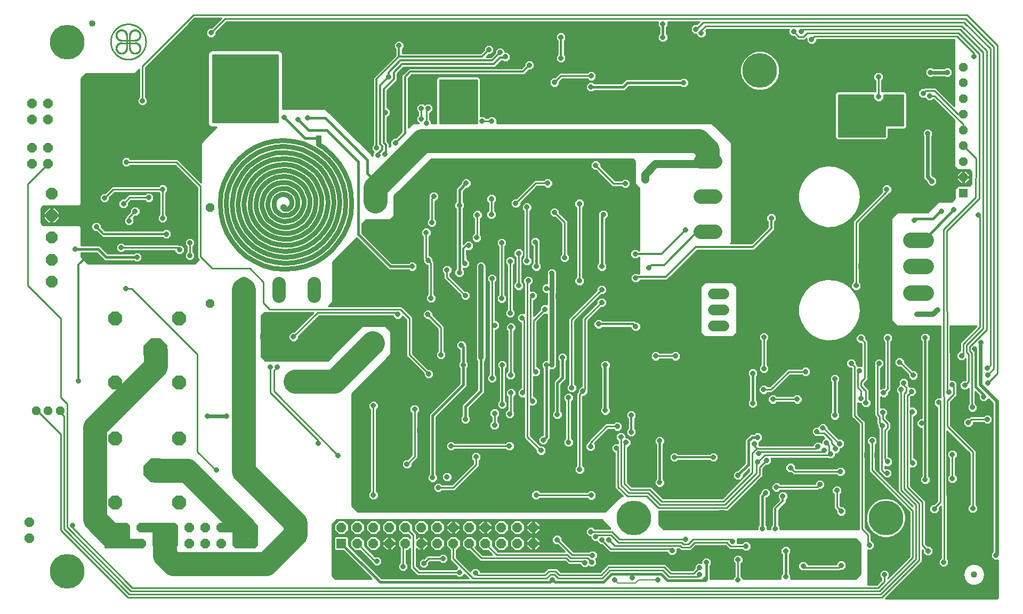
<source format=gbl>
G75*
%MOIN*%
%OFA0B0*%
%FSLAX25Y25*%
%IPPOS*%
%LPD*%
%AMOC8*
5,1,8,0,0,1.08239X$1,22.5*
%
%ADD10C,0.08850*%
%ADD11C,0.06600*%
%ADD12OC8,0.07087*%
%ADD13OC8,0.08600*%
%ADD14OC8,0.15000*%
%ADD15C,0.01000*%
%ADD16C,0.00100*%
%ADD17OC8,0.05906*%
%ADD18C,0.08250*%
%ADD19OC8,0.05315*%
%ADD20OC8,0.05400*%
%ADD21OC8,0.10000*%
%ADD22R,0.05906X0.05906*%
%ADD23R,0.05315X0.05315*%
%ADD24C,0.09693*%
%ADD25C,0.04000*%
%ADD26OC8,0.03175*%
%ADD27C,0.02400*%
%ADD28C,0.01600*%
%ADD29C,0.03200*%
%ADD30C,0.01200*%
%ADD31R,0.03175X0.03175*%
%ADD32C,0.02000*%
%ADD33C,0.03000*%
%ADD34C,0.05000*%
%ADD35C,0.15000*%
%ADD36R,0.03569X0.03569*%
%ADD37OC8,0.03569*%
%ADD38C,0.03268*%
%ADD39C,0.03150*%
%ADD40C,0.03175*%
%ADD41C,0.00800*%
%ADD42C,0.21654*%
%ADD43C,0.06000*%
%ADD44OC8,0.04000*%
D10*
X0504420Y0309768D02*
X0513270Y0309768D01*
X0513270Y0331768D02*
X0504420Y0331768D01*
X0504420Y0353768D02*
X0513270Y0353768D01*
D11*
X0512545Y0270902D02*
X0519145Y0270902D01*
X0519145Y0260902D02*
X0512545Y0260902D01*
X0512545Y0250902D02*
X0519145Y0250902D01*
D12*
X0098625Y0278618D03*
X0098625Y0292398D03*
X0098625Y0306177D03*
X0098625Y0319957D03*
X0098625Y0333736D03*
D13*
X0138546Y0255508D03*
X0178546Y0255508D03*
X0178546Y0215508D03*
X0138546Y0215508D03*
X0138546Y0180508D03*
X0178546Y0180508D03*
X0178546Y0140508D03*
X0138546Y0140508D03*
D14*
X0163585Y0160508D03*
X0163585Y0235508D03*
D15*
X0189910Y0233112D02*
X0189910Y0172362D01*
X0201410Y0160862D01*
X0201660Y0160862D01*
X0235410Y0209362D02*
X0265410Y0179362D01*
X0265410Y0177612D01*
X0277910Y0169862D02*
X0237660Y0210112D01*
X0237660Y0222862D01*
X0239910Y0225112D01*
X0239910Y0225362D01*
X0235410Y0225362D02*
X0235410Y0209362D01*
X0232160Y0229362D02*
X0229660Y0231862D01*
X0229660Y0257362D01*
X0231660Y0259362D01*
X0262332Y0259362D01*
X0250169Y0247200D01*
X0248631Y0247200D01*
X0246823Y0245391D01*
X0246823Y0242833D01*
X0248631Y0241025D01*
X0251189Y0241025D01*
X0252997Y0242833D01*
X0252997Y0244371D01*
X0265989Y0257362D01*
X0312073Y0257362D01*
X0312073Y0256833D01*
X0313881Y0255025D01*
X0316439Y0255025D01*
X0318247Y0256833D01*
X0318247Y0256946D01*
X0320410Y0254784D01*
X0320410Y0232034D01*
X0321582Y0230862D01*
X0331323Y0221121D01*
X0331323Y0219583D01*
X0333131Y0217775D01*
X0335689Y0217775D01*
X0337497Y0219583D01*
X0337497Y0222141D01*
X0335689Y0223950D01*
X0334151Y0223950D01*
X0324410Y0233691D01*
X0324410Y0256441D01*
X0317489Y0263362D01*
X0271910Y0263362D01*
X0274410Y0265862D01*
X0274410Y0290862D01*
X0289409Y0305861D01*
X0289457Y0305812D01*
X0309457Y0285812D01*
X0322094Y0285812D01*
X0322881Y0285025D01*
X0325439Y0285025D01*
X0327247Y0286833D01*
X0327247Y0289391D01*
X0325439Y0291200D01*
X0322881Y0291200D01*
X0322094Y0290412D01*
X0311363Y0290412D01*
X0292710Y0309065D01*
X0292710Y0314748D01*
X0295074Y0317112D01*
X0310324Y0317112D01*
X0310910Y0317698D01*
X0312324Y0319112D01*
X0312324Y0319112D01*
X0312910Y0319698D01*
X0312910Y0332198D01*
X0336074Y0355362D01*
X0461996Y0355362D01*
X0463410Y0353948D01*
X0463410Y0339698D01*
X0463996Y0339112D01*
X0466160Y0336948D01*
X0466160Y0297962D01*
X0465926Y0297962D01*
X0464939Y0298950D01*
X0462381Y0298950D01*
X0460573Y0297141D01*
X0460573Y0294583D01*
X0462381Y0292775D01*
X0464939Y0292775D01*
X0465926Y0293762D01*
X0466160Y0293762D01*
X0466160Y0283712D01*
X0465426Y0283712D01*
X0465189Y0283950D01*
X0462631Y0283950D01*
X0460823Y0282141D01*
X0460823Y0279583D01*
X0462631Y0277775D01*
X0465189Y0277775D01*
X0466926Y0279512D01*
X0483530Y0279512D01*
X0502280Y0298262D01*
X0538030Y0298262D01*
X0550760Y0310992D01*
X0550760Y0316096D01*
X0551747Y0317083D01*
X0551747Y0319641D01*
X0549939Y0321450D01*
X0547381Y0321450D01*
X0545573Y0319641D01*
X0545573Y0317083D01*
X0546560Y0316096D01*
X0546560Y0312732D01*
X0536290Y0302462D01*
X0523174Y0302462D01*
X0523660Y0302948D01*
X0523660Y0365526D01*
X0523074Y0366112D01*
X0511574Y0377612D01*
X0376997Y0377612D01*
X0376997Y0380141D01*
X0375189Y0381950D01*
X0372631Y0381950D01*
X0371544Y0380862D01*
X0370276Y0380862D01*
X0369189Y0381950D01*
X0366860Y0381950D01*
X0366860Y0405523D01*
X0365571Y0406812D01*
X0340499Y0406812D01*
X0339210Y0405523D01*
X0339210Y0377612D01*
X0336247Y0377612D01*
X0336247Y0378891D01*
X0335160Y0379978D01*
X0335160Y0383775D01*
X0335439Y0383775D01*
X0337247Y0385583D01*
X0337247Y0388141D01*
X0335439Y0389950D01*
X0332881Y0389950D01*
X0332035Y0389103D01*
X0331189Y0389950D01*
X0328631Y0389950D01*
X0326823Y0388141D01*
X0326823Y0385583D01*
X0327910Y0384496D01*
X0327910Y0382728D01*
X0326823Y0381641D01*
X0326823Y0379083D01*
X0328294Y0377612D01*
X0324496Y0377612D01*
X0323910Y0377026D01*
X0321760Y0374876D01*
X0321760Y0405742D01*
X0323780Y0407762D01*
X0394280Y0407762D01*
X0397293Y0410775D01*
X0398689Y0410775D01*
X0400497Y0412583D01*
X0400497Y0415141D01*
X0398689Y0416950D01*
X0396131Y0416950D01*
X0394323Y0415141D01*
X0394323Y0413745D01*
X0392540Y0411962D01*
X0322040Y0411962D01*
X0320810Y0410732D01*
X0318790Y0408712D01*
X0317560Y0407482D01*
X0317560Y0372232D01*
X0313778Y0368450D01*
X0312381Y0368450D01*
X0310573Y0366641D01*
X0310573Y0364083D01*
X0310770Y0363886D01*
X0309760Y0362876D01*
X0309760Y0364982D01*
X0308510Y0366232D01*
X0308510Y0381275D01*
X0308689Y0381275D01*
X0310497Y0383083D01*
X0310497Y0385641D01*
X0308689Y0387450D01*
X0308510Y0387450D01*
X0308510Y0397992D01*
X0314760Y0404242D01*
X0314760Y0408492D01*
X0318780Y0412512D01*
X0376030Y0412512D01*
X0380030Y0416512D01*
X0380644Y0416512D01*
X0381131Y0416025D01*
X0383689Y0416025D01*
X0385497Y0417833D01*
X0385497Y0420391D01*
X0383689Y0422200D01*
X0382247Y0422200D01*
X0382247Y0423141D01*
X0380439Y0424950D01*
X0377881Y0424950D01*
X0376073Y0423141D01*
X0376073Y0421745D01*
X0373290Y0418962D01*
X0370480Y0418962D01*
X0372043Y0420525D01*
X0373439Y0420525D01*
X0375247Y0422333D01*
X0375247Y0424891D01*
X0373439Y0426700D01*
X0370881Y0426700D01*
X0369073Y0424891D01*
X0369073Y0423495D01*
X0366790Y0421212D01*
X0318010Y0421212D01*
X0318010Y0423846D01*
X0318997Y0424833D01*
X0318997Y0427391D01*
X0317189Y0429200D01*
X0314631Y0429200D01*
X0312823Y0427391D01*
X0312823Y0424833D01*
X0313810Y0423846D01*
X0313810Y0419982D01*
X0301040Y0407212D01*
X0299810Y0405982D01*
X0299810Y0364378D01*
X0298823Y0363391D01*
X0298823Y0360833D01*
X0300169Y0359487D01*
X0299573Y0358891D01*
X0299573Y0357200D01*
X0290660Y0366112D01*
X0290410Y0366112D01*
X0269910Y0386612D01*
X0243160Y0386612D01*
X0243160Y0420709D01*
X0242703Y0421812D01*
X0241859Y0422655D01*
X0240757Y0423112D01*
X0198813Y0423112D01*
X0197711Y0422655D01*
X0196867Y0421812D01*
X0196410Y0420709D01*
X0196410Y0377515D01*
X0196867Y0376413D01*
X0197711Y0375569D01*
X0198813Y0375112D01*
X0201910Y0375112D01*
X0192160Y0365362D01*
X0192160Y0340691D01*
X0177489Y0355362D01*
X0147776Y0355362D01*
X0146689Y0356450D01*
X0144131Y0356450D01*
X0142323Y0354641D01*
X0142323Y0352083D01*
X0144131Y0350275D01*
X0146689Y0350275D01*
X0147776Y0351362D01*
X0175832Y0351362D01*
X0189910Y0337284D01*
X0189910Y0293284D01*
X0190746Y0292448D01*
X0188160Y0289862D01*
X0121410Y0289862D01*
X0117160Y0294112D01*
X0117160Y0296562D01*
X0126707Y0296562D01*
X0131707Y0291562D01*
X0150094Y0291562D01*
X0150881Y0290775D01*
X0153439Y0290775D01*
X0155247Y0292583D01*
X0155247Y0295141D01*
X0153439Y0296950D01*
X0150881Y0296950D01*
X0150094Y0296162D01*
X0133613Y0296162D01*
X0129960Y0299815D01*
X0128613Y0301162D01*
X0117160Y0301162D01*
X0117160Y0312862D01*
X0116160Y0313862D01*
X0093410Y0313862D01*
X0092160Y0315112D01*
X0092160Y0324612D01*
X0093410Y0325862D01*
X0116160Y0325862D01*
X0117160Y0326862D01*
X0117160Y0405612D01*
X0120160Y0408612D01*
X0150910Y0408612D01*
X0153410Y0411112D01*
X0153410Y0393978D01*
X0152323Y0392891D01*
X0152323Y0390333D01*
X0154131Y0388525D01*
X0156689Y0388525D01*
X0158497Y0390333D01*
X0158497Y0392891D01*
X0157410Y0393978D01*
X0157410Y0412284D01*
X0188239Y0443112D01*
X0204582Y0443112D01*
X0198669Y0437200D01*
X0197131Y0437200D01*
X0195323Y0435391D01*
X0195323Y0432833D01*
X0197131Y0431025D01*
X0199689Y0431025D01*
X0201497Y0432833D01*
X0201497Y0434371D01*
X0207989Y0440862D01*
X0477823Y0440862D01*
X0477823Y0438333D01*
X0478610Y0437546D01*
X0478610Y0433428D01*
X0477823Y0432641D01*
X0477823Y0430083D01*
X0479631Y0428275D01*
X0482189Y0428275D01*
X0483997Y0430083D01*
X0483997Y0432641D01*
X0483210Y0433428D01*
X0483210Y0437546D01*
X0483997Y0438333D01*
X0483997Y0440862D01*
X0503582Y0440862D01*
X0502169Y0439450D01*
X0500131Y0439450D01*
X0498323Y0437641D01*
X0498323Y0435083D01*
X0500131Y0433275D01*
X0501823Y0433275D01*
X0501823Y0432583D01*
X0503631Y0430775D01*
X0506189Y0430775D01*
X0507997Y0432583D01*
X0507997Y0435141D01*
X0507632Y0435506D01*
X0508489Y0436362D01*
X0559794Y0436362D01*
X0559573Y0436141D01*
X0559573Y0433583D01*
X0561381Y0431775D01*
X0562919Y0431775D01*
X0563910Y0430784D01*
X0565082Y0429612D01*
X0569739Y0429612D01*
X0570823Y0430696D01*
X0570823Y0428583D01*
X0572631Y0426775D01*
X0575189Y0426775D01*
X0576997Y0428583D01*
X0576997Y0429862D01*
X0663160Y0429862D01*
X0663160Y0388191D01*
X0652660Y0398691D01*
X0651489Y0399862D01*
X0644332Y0399862D01*
X0643919Y0399450D01*
X0642381Y0399450D01*
X0640573Y0397641D01*
X0640573Y0395083D01*
X0642381Y0393275D01*
X0644631Y0393275D01*
X0646381Y0391525D01*
X0648939Y0391525D01*
X0650026Y0392612D01*
X0650082Y0392612D01*
X0663160Y0379534D01*
X0663160Y0350612D01*
X0665160Y0348612D01*
X0672410Y0348612D01*
X0673910Y0347112D01*
X0673910Y0339862D01*
X0672660Y0338612D01*
X0665410Y0338612D01*
X0663410Y0336612D01*
X0663410Y0330612D01*
X0661410Y0328612D01*
X0653160Y0328612D01*
X0646410Y0321862D01*
X0627410Y0321862D01*
X0623660Y0318112D01*
X0623660Y0254362D01*
X0627160Y0250862D01*
X0654483Y0250862D01*
X0654537Y0206200D01*
X0652131Y0206200D01*
X0650323Y0204391D01*
X0650323Y0201833D01*
X0652131Y0200025D01*
X0652410Y0200025D01*
X0652410Y0141691D01*
X0650419Y0139700D01*
X0649381Y0139700D01*
X0647573Y0137891D01*
X0647573Y0135333D01*
X0649381Y0133525D01*
X0651939Y0133525D01*
X0653747Y0135333D01*
X0653747Y0137371D01*
X0654618Y0138242D01*
X0654657Y0105976D01*
X0653323Y0104641D01*
X0653323Y0102083D01*
X0655131Y0100275D01*
X0657689Y0100275D01*
X0659497Y0102083D01*
X0659497Y0104641D01*
X0658658Y0105481D01*
X0658562Y0185382D01*
X0672660Y0171284D01*
X0672660Y0139228D01*
X0671573Y0138141D01*
X0671573Y0135583D01*
X0673381Y0133775D01*
X0675939Y0133775D01*
X0677747Y0135583D01*
X0677747Y0138141D01*
X0676660Y0139228D01*
X0676660Y0172941D01*
X0660660Y0188941D01*
X0660660Y0203284D01*
X0663489Y0206112D01*
X0664660Y0207284D01*
X0664660Y0212746D01*
X0664747Y0212833D01*
X0664747Y0215391D01*
X0662939Y0217200D01*
X0660644Y0217200D01*
X0660559Y0250862D01*
X0677082Y0250862D01*
X0667832Y0241612D01*
X0666660Y0240441D01*
X0666660Y0235450D01*
X0666381Y0235450D01*
X0664573Y0233641D01*
X0664573Y0231083D01*
X0666381Y0229275D01*
X0668939Y0229275D01*
X0670160Y0230496D01*
X0670160Y0217191D01*
X0669919Y0216950D01*
X0668381Y0216950D01*
X0666573Y0215141D01*
X0666573Y0212583D01*
X0668381Y0210775D01*
X0670939Y0210775D01*
X0672160Y0211996D01*
X0672160Y0202228D01*
X0671323Y0201391D01*
X0671323Y0198833D01*
X0673131Y0197025D01*
X0675689Y0197025D01*
X0677497Y0198833D01*
X0677497Y0201391D01*
X0676160Y0202728D01*
X0676160Y0209860D01*
X0678323Y0207697D01*
X0678323Y0205333D01*
X0680131Y0203525D01*
X0682689Y0203525D01*
X0684434Y0205270D01*
X0686960Y0202744D01*
X0686960Y0109778D01*
X0686073Y0108891D01*
X0686073Y0106333D01*
X0687881Y0104525D01*
X0690385Y0104525D01*
X0690385Y0081768D01*
X0690370Y0081579D01*
X0690253Y0081219D01*
X0690030Y0080913D01*
X0689725Y0080691D01*
X0689365Y0080574D01*
X0689176Y0080559D01*
X0619935Y0080559D01*
X0641989Y0102612D01*
X0643160Y0103784D01*
X0643160Y0111034D01*
X0643573Y0110621D01*
X0643573Y0109083D01*
X0645381Y0107275D01*
X0647939Y0107275D01*
X0649747Y0109083D01*
X0649747Y0111641D01*
X0647939Y0113450D01*
X0646401Y0113450D01*
X0645160Y0114691D01*
X0645160Y0141691D01*
X0635910Y0150941D01*
X0635910Y0162275D01*
X0638439Y0162275D01*
X0640247Y0164083D01*
X0640247Y0166641D01*
X0638439Y0168450D01*
X0637910Y0168450D01*
X0637910Y0194275D01*
X0638189Y0194275D01*
X0639997Y0196083D01*
X0639997Y0198641D01*
X0638189Y0200450D01*
X0635910Y0200450D01*
X0635910Y0206534D01*
X0636161Y0206785D01*
X0637699Y0206785D01*
X0639507Y0208593D01*
X0639507Y0211151D01*
X0637699Y0212959D01*
X0635160Y0212959D01*
X0635160Y0213191D01*
X0634382Y0213968D01*
X0634497Y0214083D01*
X0634497Y0216641D01*
X0632689Y0218450D01*
X0630131Y0218450D01*
X0628323Y0216641D01*
X0628323Y0214083D01*
X0628419Y0213987D01*
X0626823Y0212391D01*
X0626823Y0209833D01*
X0627910Y0208746D01*
X0627910Y0147534D01*
X0637160Y0138284D01*
X0637160Y0138191D01*
X0613660Y0161691D01*
X0613660Y0176746D01*
X0614747Y0177833D01*
X0614747Y0180391D01*
X0612939Y0182200D01*
X0610381Y0182200D01*
X0608573Y0180391D01*
X0608573Y0177833D01*
X0609660Y0176746D01*
X0609660Y0160034D01*
X0610832Y0158862D01*
X0635160Y0134534D01*
X0635160Y0106941D01*
X0621410Y0093191D01*
X0621410Y0093246D01*
X0622497Y0094333D01*
X0622497Y0096891D01*
X0620689Y0098700D01*
X0618131Y0098700D01*
X0616323Y0096891D01*
X0616323Y0094333D01*
X0617410Y0093246D01*
X0617410Y0092191D01*
X0614582Y0089362D01*
X0609160Y0089362D01*
X0609160Y0110775D01*
X0611439Y0110775D01*
X0613247Y0112583D01*
X0613247Y0115141D01*
X0611439Y0116950D01*
X0611160Y0116950D01*
X0611160Y0121191D01*
X0607410Y0124941D01*
X0607410Y0191191D01*
X0606239Y0192362D01*
X0606239Y0192362D01*
X0602910Y0195691D01*
X0602910Y0202996D01*
X0603381Y0202525D01*
X0604823Y0202525D01*
X0604823Y0201583D01*
X0606631Y0199775D01*
X0609189Y0199775D01*
X0610997Y0201583D01*
X0610997Y0204141D01*
X0609910Y0205228D01*
X0609910Y0211191D01*
X0606910Y0214191D01*
X0606910Y0215034D01*
X0607989Y0216112D01*
X0609160Y0217284D01*
X0609160Y0241441D01*
X0607747Y0242853D01*
X0607747Y0244391D01*
X0605939Y0246200D01*
X0603381Y0246200D01*
X0601573Y0244391D01*
X0601573Y0241833D01*
X0603381Y0240025D01*
X0604919Y0240025D01*
X0605160Y0239784D01*
X0605160Y0225950D01*
X0602910Y0225950D01*
X0602910Y0226191D01*
X0601747Y0227353D01*
X0601747Y0228891D01*
X0599939Y0230700D01*
X0597381Y0230700D01*
X0595573Y0228891D01*
X0595573Y0226333D01*
X0597381Y0224525D01*
X0598910Y0224525D01*
X0598910Y0194034D01*
X0600082Y0192862D01*
X0603410Y0189534D01*
X0603410Y0123862D01*
X0554247Y0123862D01*
X0554247Y0125641D01*
X0553260Y0126628D01*
X0553260Y0135992D01*
X0558010Y0140742D01*
X0558010Y0142346D01*
X0558997Y0143333D01*
X0558997Y0145891D01*
X0557189Y0147700D01*
X0554631Y0147700D01*
X0552823Y0145891D01*
X0552823Y0143333D01*
X0553742Y0142414D01*
X0549060Y0137732D01*
X0549060Y0126628D01*
X0548073Y0125641D01*
X0548073Y0123862D01*
X0546247Y0123862D01*
X0546247Y0125641D01*
X0545460Y0126428D01*
X0545460Y0143525D01*
X0546439Y0143525D01*
X0548247Y0145333D01*
X0548247Y0147891D01*
X0546439Y0149700D01*
X0543881Y0149700D01*
X0542073Y0147891D01*
X0542073Y0146777D01*
X0540860Y0145565D01*
X0540860Y0126428D01*
X0540073Y0125641D01*
X0540073Y0123862D01*
X0481410Y0123862D01*
X0478410Y0126862D01*
X0478410Y0135362D01*
X0521739Y0135362D01*
X0542239Y0155862D01*
X0543410Y0157034D01*
X0543410Y0161784D01*
X0545401Y0163775D01*
X0546939Y0163775D01*
X0548747Y0165583D01*
X0548747Y0168141D01*
X0548526Y0168362D01*
X0583794Y0168362D01*
X0584381Y0167775D01*
X0586939Y0167775D01*
X0588747Y0169583D01*
X0588747Y0171025D01*
X0589939Y0171025D01*
X0591747Y0172833D01*
X0591747Y0174275D01*
X0592689Y0174275D01*
X0594497Y0176083D01*
X0594497Y0178641D01*
X0592689Y0180450D01*
X0590901Y0180450D01*
X0583997Y0187353D01*
X0583997Y0188391D01*
X0582189Y0190200D01*
X0579631Y0190200D01*
X0577823Y0188391D01*
X0577823Y0187950D01*
X0575881Y0187950D01*
X0574073Y0186141D01*
X0574073Y0183583D01*
X0575881Y0181775D01*
X0578439Y0181775D01*
X0578526Y0181862D01*
X0580832Y0181862D01*
X0581813Y0180881D01*
X0580073Y0179141D01*
X0580073Y0177816D01*
X0579189Y0178700D01*
X0576631Y0178700D01*
X0574823Y0176891D01*
X0574823Y0176362D01*
X0541053Y0176362D01*
X0541053Y0178275D01*
X0541439Y0178275D01*
X0543247Y0180083D01*
X0543247Y0182641D01*
X0541439Y0184450D01*
X0538881Y0184450D01*
X0538094Y0183662D01*
X0535707Y0183662D01*
X0534360Y0182315D01*
X0532110Y0180065D01*
X0532110Y0165315D01*
X0527495Y0160700D01*
X0526631Y0160700D01*
X0524823Y0158891D01*
X0524823Y0156333D01*
X0526631Y0154525D01*
X0529189Y0154525D01*
X0530997Y0156333D01*
X0530997Y0157697D01*
X0534910Y0161610D01*
X0534910Y0160191D01*
X0518082Y0143362D01*
X0480989Y0143362D01*
X0473739Y0150612D01*
X0461489Y0150612D01*
X0458910Y0153191D01*
X0458910Y0175025D01*
X0459189Y0175025D01*
X0460997Y0176833D01*
X0460997Y0179391D01*
X0459189Y0181200D01*
X0457747Y0181200D01*
X0457747Y0182891D01*
X0455939Y0184700D01*
X0453381Y0184700D01*
X0451573Y0182891D01*
X0451573Y0180333D01*
X0452910Y0178996D01*
X0452910Y0177700D01*
X0450631Y0177700D01*
X0448823Y0175891D01*
X0448823Y0173333D01*
X0450631Y0171525D01*
X0450910Y0171525D01*
X0450910Y0149534D01*
X0452082Y0148362D01*
X0455832Y0144612D01*
X0454660Y0144612D01*
X0444910Y0134862D01*
X0290160Y0134862D01*
X0286410Y0138612D01*
X0286410Y0208612D01*
X0310910Y0233112D01*
X0310910Y0247362D01*
X0307410Y0250862D01*
X0292910Y0250862D01*
X0271410Y0229362D01*
X0232160Y0229362D01*
X0231889Y0229633D02*
X0271681Y0229633D01*
X0272679Y0230631D02*
X0230891Y0230631D01*
X0229892Y0231630D02*
X0273678Y0231630D01*
X0274676Y0232628D02*
X0229660Y0232628D01*
X0229660Y0233627D02*
X0275675Y0233627D01*
X0276673Y0234626D02*
X0229660Y0234626D01*
X0229660Y0235624D02*
X0277672Y0235624D01*
X0278670Y0236623D02*
X0229660Y0236623D01*
X0229660Y0237621D02*
X0279669Y0237621D01*
X0280667Y0238620D02*
X0229660Y0238620D01*
X0229660Y0239618D02*
X0281666Y0239618D01*
X0282664Y0240617D02*
X0229660Y0240617D01*
X0229660Y0241615D02*
X0248041Y0241615D01*
X0247042Y0242614D02*
X0229660Y0242614D01*
X0229660Y0243612D02*
X0246823Y0243612D01*
X0246823Y0244611D02*
X0229660Y0244611D01*
X0229660Y0245609D02*
X0247041Y0245609D01*
X0248039Y0246608D02*
X0229660Y0246608D01*
X0229660Y0247606D02*
X0250576Y0247606D01*
X0251574Y0248605D02*
X0229660Y0248605D01*
X0229660Y0249603D02*
X0252573Y0249603D01*
X0253571Y0250602D02*
X0229660Y0250602D01*
X0229660Y0251600D02*
X0254570Y0251600D01*
X0255568Y0252599D02*
X0229660Y0252599D01*
X0229660Y0253597D02*
X0256567Y0253597D01*
X0257565Y0254596D02*
X0229660Y0254596D01*
X0229660Y0255594D02*
X0258564Y0255594D01*
X0259562Y0256593D02*
X0229660Y0256593D01*
X0229889Y0257591D02*
X0260561Y0257591D01*
X0261559Y0258590D02*
X0230888Y0258590D01*
X0235160Y0261362D02*
X0231160Y0265362D01*
X0231160Y0278362D01*
X0222660Y0286862D01*
X0199160Y0286862D01*
X0194035Y0291987D01*
X0193660Y0292362D01*
X0191910Y0294112D01*
X0191910Y0338112D01*
X0176660Y0353362D01*
X0145410Y0353362D01*
X0142323Y0353448D02*
X0117160Y0353448D01*
X0117160Y0352450D02*
X0142323Y0352450D01*
X0142955Y0351451D02*
X0117160Y0351451D01*
X0117160Y0350453D02*
X0143953Y0350453D01*
X0146867Y0350453D02*
X0176741Y0350453D01*
X0177740Y0349454D02*
X0117160Y0349454D01*
X0117160Y0348456D02*
X0178738Y0348456D01*
X0179737Y0347457D02*
X0117160Y0347457D01*
X0117160Y0346459D02*
X0180735Y0346459D01*
X0181734Y0345460D02*
X0117160Y0345460D01*
X0117160Y0344462D02*
X0182732Y0344462D01*
X0183731Y0343463D02*
X0117160Y0343463D01*
X0117160Y0342465D02*
X0184729Y0342465D01*
X0185728Y0341466D02*
X0117160Y0341466D01*
X0117160Y0340468D02*
X0186726Y0340468D01*
X0187725Y0339469D02*
X0117160Y0339469D01*
X0117160Y0338471D02*
X0165902Y0338471D01*
X0165794Y0338362D02*
X0136342Y0338362D01*
X0131929Y0333950D01*
X0130391Y0333950D01*
X0128583Y0332141D01*
X0128583Y0329583D01*
X0130391Y0327775D01*
X0132949Y0327775D01*
X0134757Y0329583D01*
X0134757Y0331121D01*
X0137998Y0334362D01*
X0165794Y0334362D01*
X0166160Y0333996D01*
X0166160Y0320728D01*
X0165073Y0319641D01*
X0165073Y0317083D01*
X0166881Y0315275D01*
X0169439Y0315275D01*
X0171247Y0317083D01*
X0171247Y0319641D01*
X0170160Y0320728D01*
X0170160Y0333996D01*
X0171247Y0335083D01*
X0171247Y0337641D01*
X0169439Y0339450D01*
X0166881Y0339450D01*
X0165794Y0338362D01*
X0168160Y0336362D02*
X0168160Y0318362D01*
X0165929Y0320497D02*
X0153162Y0320497D01*
X0153997Y0321333D02*
X0152189Y0319525D01*
X0150651Y0319525D01*
X0149632Y0318506D01*
X0150247Y0317891D01*
X0150247Y0315333D01*
X0148439Y0313525D01*
X0145881Y0313525D01*
X0144073Y0315333D01*
X0144073Y0317891D01*
X0145160Y0318978D01*
X0145160Y0319691D01*
X0147823Y0322353D01*
X0147823Y0323891D01*
X0149631Y0325700D01*
X0152189Y0325700D01*
X0153997Y0323891D01*
X0153997Y0321333D01*
X0153997Y0321496D02*
X0166160Y0321496D01*
X0166160Y0322495D02*
X0153997Y0322495D01*
X0153997Y0323493D02*
X0166160Y0323493D01*
X0166160Y0324492D02*
X0153397Y0324492D01*
X0152398Y0325490D02*
X0166160Y0325490D01*
X0166160Y0326489D02*
X0146747Y0326489D01*
X0146747Y0326083D02*
X0146747Y0327621D01*
X0148239Y0329112D01*
X0157044Y0329112D01*
X0158131Y0328025D01*
X0160689Y0328025D01*
X0162497Y0329833D01*
X0162497Y0332391D01*
X0160689Y0334200D01*
X0158131Y0334200D01*
X0157044Y0333112D01*
X0146582Y0333112D01*
X0143919Y0330450D01*
X0142381Y0330450D01*
X0140573Y0328641D01*
X0140573Y0326083D01*
X0142381Y0324275D01*
X0144939Y0324275D01*
X0146747Y0326083D01*
X0146154Y0325490D02*
X0149422Y0325490D01*
X0148423Y0324492D02*
X0145156Y0324492D01*
X0147823Y0323493D02*
X0101938Y0323493D01*
X0102936Y0322495D02*
X0147823Y0322495D01*
X0146965Y0321496D02*
X0103468Y0321496D01*
X0103468Y0321963D02*
X0100631Y0324800D01*
X0099125Y0324800D01*
X0099125Y0320457D01*
X0098125Y0320457D01*
X0098125Y0324800D01*
X0096619Y0324800D01*
X0093781Y0321963D01*
X0093781Y0320457D01*
X0098125Y0320457D01*
X0098125Y0319457D01*
X0093781Y0319457D01*
X0093781Y0317951D01*
X0096619Y0315113D01*
X0098125Y0315113D01*
X0098125Y0319457D01*
X0099125Y0319457D01*
X0099125Y0320457D01*
X0103468Y0320457D01*
X0103468Y0321963D01*
X0103468Y0320497D02*
X0145967Y0320497D01*
X0145160Y0319499D02*
X0099125Y0319499D01*
X0099125Y0319457D02*
X0103468Y0319457D01*
X0103468Y0317951D01*
X0100631Y0315113D01*
X0099125Y0315113D01*
X0099125Y0319457D01*
X0099125Y0318500D02*
X0098125Y0318500D01*
X0098125Y0317502D02*
X0099125Y0317502D01*
X0099125Y0316503D02*
X0098125Y0316503D01*
X0098125Y0315505D02*
X0099125Y0315505D01*
X0101022Y0315505D02*
X0124937Y0315505D01*
X0125381Y0315950D02*
X0123573Y0314141D01*
X0123573Y0311583D01*
X0125381Y0309775D01*
X0126778Y0309775D01*
X0130290Y0306262D01*
X0168144Y0306262D01*
X0169131Y0305275D01*
X0171689Y0305275D01*
X0173497Y0307083D01*
X0173497Y0309641D01*
X0171689Y0311450D01*
X0169131Y0311450D01*
X0168144Y0310462D01*
X0132030Y0310462D01*
X0129747Y0312745D01*
X0129747Y0314141D01*
X0127939Y0315950D01*
X0125381Y0315950D01*
X0123938Y0314506D02*
X0092766Y0314506D01*
X0092160Y0315505D02*
X0096227Y0315505D01*
X0095228Y0316503D02*
X0092160Y0316503D01*
X0092160Y0317502D02*
X0094230Y0317502D01*
X0093781Y0318500D02*
X0092160Y0318500D01*
X0092160Y0319499D02*
X0098125Y0319499D01*
X0098125Y0320497D02*
X0099125Y0320497D01*
X0099125Y0321496D02*
X0098125Y0321496D01*
X0098125Y0322495D02*
X0099125Y0322495D01*
X0099125Y0323493D02*
X0098125Y0323493D01*
X0098125Y0324492D02*
X0099125Y0324492D01*
X0100939Y0324492D02*
X0142165Y0324492D01*
X0141166Y0325490D02*
X0093038Y0325490D01*
X0092160Y0324492D02*
X0096310Y0324492D01*
X0095312Y0323493D02*
X0092160Y0323493D01*
X0092160Y0322495D02*
X0094313Y0322495D01*
X0093781Y0321496D02*
X0092160Y0321496D01*
X0092160Y0320497D02*
X0093781Y0320497D01*
X0102021Y0316503D02*
X0144073Y0316503D01*
X0144073Y0315505D02*
X0128384Y0315505D01*
X0129382Y0314506D02*
X0144900Y0314506D01*
X0147160Y0316612D02*
X0147160Y0318862D01*
X0150910Y0322612D01*
X0150625Y0319499D02*
X0165073Y0319499D01*
X0165073Y0318500D02*
X0149638Y0318500D01*
X0150247Y0317502D02*
X0165073Y0317502D01*
X0165653Y0316503D02*
X0150247Y0316503D01*
X0150247Y0315505D02*
X0166651Y0315505D01*
X0169669Y0315505D02*
X0189910Y0315505D01*
X0189910Y0316503D02*
X0170668Y0316503D01*
X0171247Y0317502D02*
X0189910Y0317502D01*
X0189910Y0318500D02*
X0171247Y0318500D01*
X0171247Y0319499D02*
X0189910Y0319499D01*
X0189910Y0320497D02*
X0170391Y0320497D01*
X0170160Y0321496D02*
X0189910Y0321496D01*
X0189910Y0322495D02*
X0170160Y0322495D01*
X0170160Y0323493D02*
X0189910Y0323493D01*
X0189910Y0324492D02*
X0170160Y0324492D01*
X0170160Y0325490D02*
X0189910Y0325490D01*
X0189910Y0326489D02*
X0170160Y0326489D01*
X0170160Y0327487D02*
X0189910Y0327487D01*
X0189910Y0328486D02*
X0170160Y0328486D01*
X0170160Y0329484D02*
X0189910Y0329484D01*
X0189910Y0330483D02*
X0170160Y0330483D01*
X0170160Y0331481D02*
X0189910Y0331481D01*
X0189910Y0332480D02*
X0170160Y0332480D01*
X0170160Y0333478D02*
X0189910Y0333478D01*
X0189910Y0334477D02*
X0170641Y0334477D01*
X0171247Y0335475D02*
X0189910Y0335475D01*
X0189910Y0336474D02*
X0171247Y0336474D01*
X0171247Y0337472D02*
X0189722Y0337472D01*
X0188723Y0338471D02*
X0170418Y0338471D01*
X0168160Y0336362D02*
X0137170Y0336362D01*
X0131670Y0330862D01*
X0133660Y0328486D02*
X0140573Y0328486D01*
X0140573Y0327487D02*
X0117160Y0327487D01*
X0117160Y0328486D02*
X0129680Y0328486D01*
X0128682Y0329484D02*
X0117160Y0329484D01*
X0117160Y0330483D02*
X0128583Y0330483D01*
X0128583Y0331481D02*
X0117160Y0331481D01*
X0117160Y0332480D02*
X0128921Y0332480D01*
X0129920Y0333478D02*
X0117160Y0333478D01*
X0117160Y0334477D02*
X0132456Y0334477D01*
X0133454Y0335475D02*
X0117160Y0335475D01*
X0117160Y0336474D02*
X0134453Y0336474D01*
X0135451Y0337472D02*
X0117160Y0337472D01*
X0116786Y0326489D02*
X0140573Y0326489D01*
X0141416Y0329484D02*
X0134658Y0329484D01*
X0134757Y0330483D02*
X0143952Y0330483D01*
X0144951Y0331481D02*
X0135117Y0331481D01*
X0136116Y0332480D02*
X0145949Y0332480D01*
X0147410Y0331112D02*
X0143660Y0327362D01*
X0146747Y0327487D02*
X0166160Y0327487D01*
X0166160Y0328486D02*
X0161150Y0328486D01*
X0162148Y0329484D02*
X0166160Y0329484D01*
X0166160Y0330483D02*
X0162497Y0330483D01*
X0162497Y0331481D02*
X0166160Y0331481D01*
X0166160Y0332480D02*
X0162409Y0332480D01*
X0161410Y0333478D02*
X0166160Y0333478D01*
X0159410Y0331112D02*
X0147410Y0331112D01*
X0147612Y0328486D02*
X0157670Y0328486D01*
X0157410Y0333478D02*
X0137114Y0333478D01*
X0144682Y0318500D02*
X0103468Y0318500D01*
X0103019Y0317502D02*
X0144073Y0317502D01*
X0149421Y0314506D02*
X0189910Y0314506D01*
X0189910Y0313508D02*
X0129747Y0313508D01*
X0129983Y0312509D02*
X0189910Y0312509D01*
X0189910Y0311511D02*
X0130981Y0311511D01*
X0131980Y0310512D02*
X0168194Y0310512D01*
X0172626Y0310512D02*
X0189910Y0310512D01*
X0189910Y0309514D02*
X0173497Y0309514D01*
X0173497Y0308515D02*
X0189910Y0308515D01*
X0189910Y0307517D02*
X0173497Y0307517D01*
X0172932Y0306518D02*
X0189910Y0306518D01*
X0189910Y0305520D02*
X0186869Y0305520D01*
X0186439Y0305950D02*
X0183881Y0305950D01*
X0182073Y0304141D01*
X0182073Y0301583D01*
X0183160Y0300496D01*
X0183160Y0297228D01*
X0182073Y0296141D01*
X0182073Y0293583D01*
X0183881Y0291775D01*
X0186439Y0291775D01*
X0188247Y0293583D01*
X0188247Y0296141D01*
X0187160Y0297228D01*
X0187160Y0300496D01*
X0188247Y0301583D01*
X0188247Y0304141D01*
X0186439Y0305950D01*
X0187867Y0304521D02*
X0189910Y0304521D01*
X0189910Y0303523D02*
X0188247Y0303523D01*
X0188247Y0302524D02*
X0189910Y0302524D01*
X0189910Y0301526D02*
X0188190Y0301526D01*
X0187191Y0300527D02*
X0189910Y0300527D01*
X0189910Y0299529D02*
X0187160Y0299529D01*
X0187160Y0298530D02*
X0189910Y0298530D01*
X0189910Y0297532D02*
X0187160Y0297532D01*
X0187855Y0296533D02*
X0189910Y0296533D01*
X0189910Y0295535D02*
X0188247Y0295535D01*
X0188247Y0294536D02*
X0189910Y0294536D01*
X0189910Y0293538D02*
X0188202Y0293538D01*
X0187203Y0292539D02*
X0190655Y0292539D01*
X0189839Y0291541D02*
X0154205Y0291541D01*
X0155203Y0292539D02*
X0183117Y0292539D01*
X0182118Y0293538D02*
X0155247Y0293538D01*
X0155247Y0294536D02*
X0182073Y0294536D01*
X0182073Y0295535D02*
X0179949Y0295535D01*
X0179939Y0295525D02*
X0181747Y0297333D01*
X0181747Y0299891D01*
X0179939Y0301700D01*
X0178401Y0301700D01*
X0178239Y0301862D01*
X0144526Y0301862D01*
X0143439Y0302950D01*
X0140881Y0302950D01*
X0139073Y0301141D01*
X0139073Y0298583D01*
X0140881Y0296775D01*
X0143439Y0296775D01*
X0144526Y0297862D01*
X0175573Y0297862D01*
X0175573Y0297333D01*
X0177381Y0295525D01*
X0179939Y0295525D01*
X0180947Y0296533D02*
X0182465Y0296533D01*
X0183160Y0297532D02*
X0181747Y0297532D01*
X0181747Y0298530D02*
X0183160Y0298530D01*
X0183160Y0299529D02*
X0181747Y0299529D01*
X0181111Y0300527D02*
X0183129Y0300527D01*
X0182130Y0301526D02*
X0180113Y0301526D01*
X0182073Y0302524D02*
X0143864Y0302524D01*
X0142160Y0299862D02*
X0177410Y0299862D01*
X0178660Y0298612D01*
X0176373Y0296533D02*
X0153855Y0296533D01*
X0154854Y0295535D02*
X0177371Y0295535D01*
X0175573Y0297532D02*
X0144196Y0297532D01*
X0140124Y0297532D02*
X0132243Y0297532D01*
X0131245Y0298530D02*
X0139126Y0298530D01*
X0139073Y0299529D02*
X0130246Y0299529D01*
X0129248Y0300527D02*
X0139073Y0300527D01*
X0139457Y0301526D02*
X0117160Y0301526D01*
X0117160Y0302524D02*
X0140456Y0302524D01*
X0133242Y0296533D02*
X0150465Y0296533D01*
X0150115Y0291541D02*
X0119732Y0291541D01*
X0118733Y0292539D02*
X0130730Y0292539D01*
X0129732Y0293538D02*
X0117735Y0293538D01*
X0117160Y0294536D02*
X0128733Y0294536D01*
X0127735Y0295535D02*
X0117160Y0295535D01*
X0117160Y0296533D02*
X0126736Y0296533D01*
X0117160Y0303523D02*
X0182073Y0303523D01*
X0182453Y0304521D02*
X0117160Y0304521D01*
X0117160Y0305520D02*
X0168886Y0305520D01*
X0171934Y0305520D02*
X0183451Y0305520D01*
X0185160Y0302862D02*
X0185160Y0294862D01*
X0188840Y0290542D02*
X0120730Y0290542D01*
X0117160Y0306518D02*
X0130034Y0306518D01*
X0129036Y0307517D02*
X0117160Y0307517D01*
X0117160Y0308515D02*
X0128037Y0308515D01*
X0127039Y0309514D02*
X0117160Y0309514D01*
X0117160Y0310512D02*
X0124644Y0310512D01*
X0123645Y0311511D02*
X0117160Y0311511D01*
X0117160Y0312509D02*
X0123573Y0312509D01*
X0123573Y0313508D02*
X0116514Y0313508D01*
X0083660Y0339677D02*
X0096341Y0352358D01*
X0083660Y0339677D02*
X0083660Y0276362D01*
X0104410Y0255612D01*
X0104410Y0206112D01*
X0108410Y0202112D01*
X0108410Y0125112D01*
X0148160Y0085362D01*
X0616410Y0085362D01*
X0637160Y0106112D01*
X0637160Y0135362D01*
X0611660Y0160862D01*
X0611660Y0179112D01*
X0608573Y0178709D02*
X0607410Y0178709D01*
X0607410Y0179707D02*
X0608573Y0179707D01*
X0608888Y0180706D02*
X0607410Y0180706D01*
X0607410Y0181704D02*
X0609886Y0181704D01*
X0607410Y0182703D02*
X0615910Y0182703D01*
X0615910Y0183701D02*
X0607410Y0183701D01*
X0607410Y0184700D02*
X0615910Y0184700D01*
X0615910Y0185698D02*
X0607410Y0185698D01*
X0607410Y0186697D02*
X0615709Y0186697D01*
X0615910Y0186496D02*
X0615910Y0159784D01*
X0618073Y0157621D01*
X0618073Y0157583D01*
X0619881Y0155775D01*
X0622439Y0155775D01*
X0624247Y0157583D01*
X0624247Y0160141D01*
X0622439Y0161950D01*
X0619910Y0161950D01*
X0619910Y0163246D01*
X0620131Y0163025D01*
X0622689Y0163025D01*
X0624497Y0164833D01*
X0624497Y0167391D01*
X0622689Y0169200D01*
X0621910Y0169200D01*
X0621910Y0185034D01*
X0622239Y0185362D01*
X0623410Y0186534D01*
X0623410Y0190691D01*
X0627910Y0190691D01*
X0627910Y0189692D02*
X0623410Y0189692D01*
X0623410Y0188694D02*
X0627910Y0188694D01*
X0627910Y0187695D02*
X0623410Y0187695D01*
X0623410Y0186697D02*
X0627910Y0186697D01*
X0627910Y0185698D02*
X0622575Y0185698D01*
X0621910Y0184700D02*
X0627910Y0184700D01*
X0627910Y0183701D02*
X0621910Y0183701D01*
X0621910Y0182703D02*
X0627910Y0182703D01*
X0627910Y0181704D02*
X0621910Y0181704D01*
X0621910Y0180706D02*
X0627910Y0180706D01*
X0627910Y0179707D02*
X0621910Y0179707D01*
X0621910Y0178709D02*
X0627910Y0178709D01*
X0627910Y0177710D02*
X0621910Y0177710D01*
X0621910Y0176712D02*
X0627910Y0176712D01*
X0627910Y0175713D02*
X0621910Y0175713D01*
X0621910Y0174715D02*
X0627910Y0174715D01*
X0627910Y0173716D02*
X0621910Y0173716D01*
X0621910Y0172718D02*
X0627910Y0172718D01*
X0627910Y0171719D02*
X0621910Y0171719D01*
X0621910Y0170721D02*
X0627910Y0170721D01*
X0627910Y0169722D02*
X0621910Y0169722D01*
X0623165Y0168724D02*
X0627910Y0168724D01*
X0627910Y0167725D02*
X0624163Y0167725D01*
X0624497Y0166727D02*
X0627910Y0166727D01*
X0627910Y0165728D02*
X0624497Y0165728D01*
X0624394Y0164730D02*
X0627910Y0164730D01*
X0627910Y0163731D02*
X0623395Y0163731D01*
X0622654Y0161734D02*
X0627910Y0161734D01*
X0627910Y0160736D02*
X0623653Y0160736D01*
X0624247Y0159737D02*
X0627910Y0159737D01*
X0627910Y0158739D02*
X0624247Y0158739D01*
X0624247Y0157740D02*
X0627910Y0157740D01*
X0627910Y0156742D02*
X0623406Y0156742D01*
X0621160Y0158862D02*
X0619660Y0158862D01*
X0617910Y0160612D01*
X0617910Y0188362D01*
X0618160Y0188612D01*
X0616410Y0190362D01*
X0616410Y0194362D01*
X0615160Y0195612D01*
X0615160Y0226612D01*
X0616160Y0227612D01*
X0613073Y0227636D02*
X0609160Y0227636D01*
X0609160Y0228634D02*
X0613073Y0228634D01*
X0613073Y0228891D02*
X0613073Y0226333D01*
X0613160Y0226246D01*
X0613160Y0194784D01*
X0614332Y0193612D01*
X0614410Y0193534D01*
X0614410Y0189534D01*
X0615073Y0188871D01*
X0615073Y0187333D01*
X0615910Y0186496D01*
X0615073Y0187695D02*
X0607410Y0187695D01*
X0607410Y0188694D02*
X0615073Y0188694D01*
X0614410Y0189692D02*
X0607410Y0189692D01*
X0607410Y0190691D02*
X0614410Y0190691D01*
X0614410Y0191690D02*
X0606911Y0191690D01*
X0605913Y0192688D02*
X0614410Y0192688D01*
X0614257Y0193687D02*
X0604914Y0193687D01*
X0603916Y0194685D02*
X0613259Y0194685D01*
X0613160Y0195684D02*
X0602917Y0195684D01*
X0602910Y0196682D02*
X0613160Y0196682D01*
X0613160Y0197681D02*
X0602910Y0197681D01*
X0602910Y0198679D02*
X0613160Y0198679D01*
X0613160Y0199678D02*
X0602910Y0199678D01*
X0602910Y0200676D02*
X0605730Y0200676D01*
X0604823Y0201675D02*
X0602910Y0201675D01*
X0602910Y0202673D02*
X0603233Y0202673D01*
X0604660Y0205612D02*
X0604660Y0210612D01*
X0602910Y0212362D01*
X0602910Y0221862D01*
X0603910Y0222862D01*
X0600910Y0225362D02*
X0598660Y0227612D01*
X0595573Y0227636D02*
X0546160Y0227636D01*
X0546160Y0226728D02*
X0546160Y0241496D01*
X0547247Y0242583D01*
X0547247Y0245141D01*
X0545439Y0246950D01*
X0542881Y0246950D01*
X0541073Y0245141D01*
X0541073Y0242583D01*
X0542160Y0241496D01*
X0542160Y0226728D01*
X0541073Y0225641D01*
X0541073Y0223083D01*
X0542881Y0221275D01*
X0545439Y0221275D01*
X0547247Y0223083D01*
X0547247Y0225641D01*
X0546160Y0226728D01*
X0546251Y0226637D02*
X0595573Y0226637D01*
X0596267Y0225639D02*
X0547247Y0225639D01*
X0547247Y0224640D02*
X0568072Y0224640D01*
X0567794Y0224362D02*
X0558832Y0224362D01*
X0557660Y0223191D01*
X0547582Y0213112D01*
X0546276Y0213112D01*
X0545189Y0214200D01*
X0542631Y0214200D01*
X0540823Y0212391D01*
X0540823Y0209833D01*
X0542631Y0208025D01*
X0545189Y0208025D01*
X0546276Y0209112D01*
X0549239Y0209112D01*
X0560489Y0220362D01*
X0567794Y0220362D01*
X0568881Y0219275D01*
X0571439Y0219275D01*
X0573247Y0221083D01*
X0573247Y0223641D01*
X0571439Y0225450D01*
X0568881Y0225450D01*
X0567794Y0224362D01*
X0570160Y0222362D02*
X0559660Y0222362D01*
X0548410Y0211112D01*
X0543910Y0211112D01*
X0541992Y0208664D02*
X0539460Y0208664D01*
X0539460Y0207666D02*
X0547847Y0207666D01*
X0548381Y0208200D02*
X0546573Y0206391D01*
X0546573Y0203833D01*
X0548381Y0202025D01*
X0550939Y0202025D01*
X0552026Y0203112D01*
X0562544Y0203112D01*
X0563631Y0202025D01*
X0566189Y0202025D01*
X0567997Y0203833D01*
X0567997Y0206391D01*
X0566189Y0208200D01*
X0563631Y0208200D01*
X0562544Y0207112D01*
X0552026Y0207112D01*
X0550939Y0208200D01*
X0548381Y0208200D01*
X0549789Y0209663D02*
X0586110Y0209663D01*
X0586110Y0210661D02*
X0550788Y0210661D01*
X0551786Y0211660D02*
X0586110Y0211660D01*
X0586110Y0212658D02*
X0552785Y0212658D01*
X0553783Y0213657D02*
X0586110Y0213657D01*
X0586110Y0214655D02*
X0554782Y0214655D01*
X0555780Y0215654D02*
X0586110Y0215654D01*
X0586110Y0215796D02*
X0586110Y0197178D01*
X0585323Y0196391D01*
X0585323Y0193833D01*
X0587131Y0192025D01*
X0589689Y0192025D01*
X0591497Y0193833D01*
X0591497Y0196391D01*
X0590710Y0197178D01*
X0590710Y0215796D01*
X0591497Y0216583D01*
X0591497Y0219141D01*
X0589689Y0220950D01*
X0587131Y0220950D01*
X0585323Y0219141D01*
X0585323Y0216583D01*
X0586110Y0215796D01*
X0585323Y0216652D02*
X0556779Y0216652D01*
X0557777Y0217651D02*
X0585323Y0217651D01*
X0585323Y0218649D02*
X0558776Y0218649D01*
X0559774Y0219648D02*
X0568508Y0219648D01*
X0571812Y0219648D02*
X0585830Y0219648D01*
X0586828Y0220646D02*
X0572810Y0220646D01*
X0573247Y0221645D02*
X0598910Y0221645D01*
X0598910Y0222643D02*
X0573247Y0222643D01*
X0573247Y0223642D02*
X0598910Y0223642D01*
X0597266Y0224640D02*
X0572248Y0224640D01*
X0558111Y0223642D02*
X0547247Y0223642D01*
X0546807Y0222643D02*
X0557113Y0222643D01*
X0556114Y0221645D02*
X0545809Y0221645D01*
X0544160Y0224362D02*
X0544160Y0243862D01*
X0542041Y0241615D02*
X0434160Y0241615D01*
X0434160Y0240617D02*
X0542160Y0240617D01*
X0542160Y0239618D02*
X0434160Y0239618D01*
X0434160Y0238620D02*
X0542160Y0238620D01*
X0542160Y0237621D02*
X0434160Y0237621D01*
X0434160Y0236623D02*
X0542160Y0236623D01*
X0542160Y0235624D02*
X0434160Y0235624D01*
X0434160Y0234626D02*
X0474557Y0234626D01*
X0475131Y0235200D02*
X0473323Y0233391D01*
X0473323Y0230833D01*
X0475131Y0229025D01*
X0477689Y0229025D01*
X0478776Y0230112D01*
X0486294Y0230112D01*
X0487381Y0229025D01*
X0489939Y0229025D01*
X0491747Y0230833D01*
X0491747Y0233391D01*
X0489939Y0235200D01*
X0487381Y0235200D01*
X0486294Y0234112D01*
X0478776Y0234112D01*
X0477689Y0235200D01*
X0475131Y0235200D01*
X0473559Y0233627D02*
X0434160Y0233627D01*
X0434160Y0232628D02*
X0473323Y0232628D01*
X0473323Y0231630D02*
X0434160Y0231630D01*
X0434160Y0230631D02*
X0473525Y0230631D01*
X0474523Y0229633D02*
X0446256Y0229633D01*
X0446189Y0229700D02*
X0443631Y0229700D01*
X0441823Y0227891D01*
X0441823Y0225333D01*
X0442410Y0224746D01*
X0442410Y0199978D01*
X0441823Y0199391D01*
X0441823Y0196833D01*
X0443631Y0195025D01*
X0446189Y0195025D01*
X0447997Y0196833D01*
X0447997Y0199391D01*
X0447410Y0199978D01*
X0447410Y0224746D01*
X0447997Y0225333D01*
X0447997Y0227891D01*
X0446189Y0229700D01*
X0447254Y0228634D02*
X0542160Y0228634D01*
X0542160Y0227636D02*
X0447997Y0227636D01*
X0447997Y0226637D02*
X0542069Y0226637D01*
X0541073Y0225639D02*
X0447997Y0225639D01*
X0447410Y0224640D02*
X0541073Y0224640D01*
X0541073Y0223642D02*
X0539247Y0223642D01*
X0538439Y0224450D02*
X0535881Y0224450D01*
X0534073Y0222641D01*
X0534073Y0220083D01*
X0534860Y0219296D01*
X0534860Y0204678D01*
X0534073Y0203891D01*
X0534073Y0201333D01*
X0535881Y0199525D01*
X0538439Y0199525D01*
X0540247Y0201333D01*
X0540247Y0203891D01*
X0539460Y0204678D01*
X0539460Y0219296D01*
X0540247Y0220083D01*
X0540247Y0222641D01*
X0538439Y0224450D01*
X0540245Y0222643D02*
X0541513Y0222643D01*
X0542511Y0221645D02*
X0540247Y0221645D01*
X0540247Y0220646D02*
X0555116Y0220646D01*
X0554117Y0219648D02*
X0539812Y0219648D01*
X0539460Y0218649D02*
X0553119Y0218649D01*
X0552120Y0217651D02*
X0539460Y0217651D01*
X0539460Y0216652D02*
X0551122Y0216652D01*
X0550123Y0215654D02*
X0539460Y0215654D01*
X0539460Y0214655D02*
X0549125Y0214655D01*
X0548126Y0213657D02*
X0545732Y0213657D01*
X0542088Y0213657D02*
X0539460Y0213657D01*
X0539460Y0212658D02*
X0541090Y0212658D01*
X0540823Y0211660D02*
X0539460Y0211660D01*
X0539460Y0210661D02*
X0540823Y0210661D01*
X0540993Y0209663D02*
X0539460Y0209663D01*
X0539460Y0206667D02*
X0546849Y0206667D01*
X0546573Y0205669D02*
X0539460Y0205669D01*
X0539468Y0204670D02*
X0546573Y0204670D01*
X0546734Y0203672D02*
X0540247Y0203672D01*
X0540247Y0202673D02*
X0547733Y0202673D01*
X0549660Y0205112D02*
X0564910Y0205112D01*
X0562983Y0202673D02*
X0551587Y0202673D01*
X0551473Y0207666D02*
X0563097Y0207666D01*
X0566723Y0207666D02*
X0586110Y0207666D01*
X0586110Y0208664D02*
X0545828Y0208664D01*
X0540247Y0201675D02*
X0586110Y0201675D01*
X0586110Y0202673D02*
X0566837Y0202673D01*
X0567836Y0203672D02*
X0586110Y0203672D01*
X0586110Y0204670D02*
X0567997Y0204670D01*
X0567997Y0205669D02*
X0586110Y0205669D01*
X0586110Y0206667D02*
X0567721Y0206667D01*
X0586110Y0200676D02*
X0539590Y0200676D01*
X0538592Y0199678D02*
X0586110Y0199678D01*
X0586110Y0198679D02*
X0447997Y0198679D01*
X0447997Y0197681D02*
X0459362Y0197681D01*
X0459881Y0198200D02*
X0458073Y0196391D01*
X0458073Y0193833D01*
X0459060Y0192846D01*
X0459060Y0186878D01*
X0458073Y0185891D01*
X0458073Y0183333D01*
X0459881Y0181525D01*
X0462439Y0181525D01*
X0464247Y0183333D01*
X0464247Y0185891D01*
X0463260Y0186878D01*
X0463260Y0192846D01*
X0464247Y0193833D01*
X0464247Y0196391D01*
X0462439Y0198200D01*
X0459881Y0198200D01*
X0458364Y0196682D02*
X0447846Y0196682D01*
X0446848Y0195684D02*
X0458073Y0195684D01*
X0458073Y0194685D02*
X0430910Y0194685D01*
X0430910Y0193687D02*
X0458220Y0193687D01*
X0459060Y0192688D02*
X0430910Y0192688D01*
X0430910Y0191690D02*
X0459060Y0191690D01*
X0459060Y0190691D02*
X0454198Y0190691D01*
X0453689Y0191200D02*
X0451131Y0191200D01*
X0450044Y0190112D01*
X0445082Y0190112D01*
X0433660Y0178691D01*
X0433660Y0177978D01*
X0432573Y0176891D01*
X0432573Y0174333D01*
X0434381Y0172525D01*
X0436939Y0172525D01*
X0438747Y0174333D01*
X0438747Y0176891D01*
X0438132Y0177506D01*
X0446739Y0186112D01*
X0450044Y0186112D01*
X0451131Y0185025D01*
X0453689Y0185025D01*
X0455497Y0186833D01*
X0455497Y0189391D01*
X0453689Y0191200D01*
X0455196Y0189692D02*
X0459060Y0189692D01*
X0459060Y0188694D02*
X0455497Y0188694D01*
X0455497Y0187695D02*
X0459060Y0187695D01*
X0458879Y0186697D02*
X0455361Y0186697D01*
X0454363Y0185698D02*
X0458073Y0185698D01*
X0458073Y0184700D02*
X0445326Y0184700D01*
X0444328Y0183701D02*
X0452383Y0183701D01*
X0451573Y0182703D02*
X0443329Y0182703D01*
X0442331Y0181704D02*
X0451573Y0181704D01*
X0451573Y0180706D02*
X0441332Y0180706D01*
X0440334Y0179707D02*
X0452199Y0179707D01*
X0452910Y0178709D02*
X0439335Y0178709D01*
X0438337Y0177710D02*
X0452910Y0177710D01*
X0451910Y0174612D02*
X0452910Y0173612D01*
X0452910Y0150362D01*
X0458660Y0144612D01*
X0470910Y0144612D01*
X0478160Y0137362D01*
X0520910Y0137362D01*
X0541410Y0157862D01*
X0541410Y0162612D01*
X0545660Y0166862D01*
X0547894Y0164730D02*
X0558661Y0164730D01*
X0559381Y0165450D02*
X0557573Y0163641D01*
X0557573Y0161083D01*
X0559381Y0159275D01*
X0560919Y0159275D01*
X0562332Y0157862D01*
X0589544Y0157862D01*
X0590631Y0156775D01*
X0593189Y0156775D01*
X0594997Y0158583D01*
X0594997Y0161141D01*
X0593189Y0162950D01*
X0590631Y0162950D01*
X0589544Y0161862D01*
X0563989Y0161862D01*
X0563747Y0162103D01*
X0563747Y0163641D01*
X0561939Y0165450D01*
X0559381Y0165450D01*
X0557663Y0163731D02*
X0545358Y0163731D01*
X0544359Y0162733D02*
X0557573Y0162733D01*
X0557573Y0161734D02*
X0543410Y0161734D01*
X0543410Y0160736D02*
X0557920Y0160736D01*
X0558919Y0159737D02*
X0543410Y0159737D01*
X0543410Y0158739D02*
X0561455Y0158739D01*
X0563160Y0159862D02*
X0560660Y0162362D01*
X0562659Y0164730D02*
X0603410Y0164730D01*
X0603410Y0165728D02*
X0548747Y0165728D01*
X0548747Y0166727D02*
X0603410Y0166727D01*
X0603410Y0167725D02*
X0548747Y0167725D01*
X0544660Y0170362D02*
X0540160Y0165862D01*
X0539410Y0165112D01*
X0539410Y0158862D01*
X0519910Y0139362D01*
X0479160Y0139362D01*
X0471910Y0146612D01*
X0459660Y0146612D01*
X0454910Y0151362D01*
X0454910Y0181362D01*
X0454660Y0181612D01*
X0457747Y0181704D02*
X0459702Y0181704D01*
X0459683Y0180706D02*
X0476138Y0180706D01*
X0475823Y0180391D02*
X0475823Y0177833D01*
X0476610Y0177046D01*
X0476610Y0155178D01*
X0475823Y0154391D01*
X0475823Y0151833D01*
X0477631Y0150025D01*
X0480189Y0150025D01*
X0481997Y0151833D01*
X0481997Y0154391D01*
X0481210Y0155178D01*
X0481210Y0177046D01*
X0481997Y0177833D01*
X0481997Y0180391D01*
X0480189Y0182200D01*
X0477631Y0182200D01*
X0475823Y0180391D01*
X0475823Y0179707D02*
X0460681Y0179707D01*
X0460997Y0178709D02*
X0475823Y0178709D01*
X0475946Y0177710D02*
X0460997Y0177710D01*
X0460876Y0176712D02*
X0476610Y0176712D01*
X0476610Y0175713D02*
X0459877Y0175713D01*
X0458910Y0174715D02*
X0476610Y0174715D01*
X0476610Y0173716D02*
X0458910Y0173716D01*
X0458910Y0172718D02*
X0476610Y0172718D01*
X0476610Y0171719D02*
X0458910Y0171719D01*
X0458910Y0170721D02*
X0476610Y0170721D01*
X0476610Y0169722D02*
X0458910Y0169722D01*
X0458910Y0168724D02*
X0476610Y0168724D01*
X0476610Y0167725D02*
X0458910Y0167725D01*
X0458910Y0166727D02*
X0476610Y0166727D01*
X0476610Y0165728D02*
X0458910Y0165728D01*
X0458910Y0164730D02*
X0476610Y0164730D01*
X0476610Y0163731D02*
X0458910Y0163731D01*
X0458910Y0162733D02*
X0476610Y0162733D01*
X0476610Y0161734D02*
X0458910Y0161734D01*
X0458910Y0160736D02*
X0476610Y0160736D01*
X0476610Y0159737D02*
X0458910Y0159737D01*
X0458910Y0158739D02*
X0476610Y0158739D01*
X0476610Y0157740D02*
X0458910Y0157740D01*
X0458910Y0156742D02*
X0476610Y0156742D01*
X0476610Y0155743D02*
X0458910Y0155743D01*
X0458910Y0154745D02*
X0476176Y0154745D01*
X0475823Y0153746D02*
X0458910Y0153746D01*
X0459353Y0152748D02*
X0475823Y0152748D01*
X0475907Y0151749D02*
X0460352Y0151749D01*
X0461350Y0150751D02*
X0476906Y0150751D01*
X0475597Y0148754D02*
X0523473Y0148754D01*
X0524472Y0149752D02*
X0474599Y0149752D01*
X0472910Y0148612D02*
X0480160Y0141362D01*
X0518910Y0141362D01*
X0536910Y0159362D01*
X0536910Y0171612D01*
X0539660Y0174362D01*
X0537965Y0176057D01*
X0537965Y0177417D01*
X0541053Y0177710D02*
X0575642Y0177710D01*
X0574823Y0176712D02*
X0541053Y0176712D01*
X0541873Y0178709D02*
X0580073Y0178709D01*
X0580639Y0179707D02*
X0542872Y0179707D01*
X0543247Y0180706D02*
X0581638Y0180706D01*
X0580989Y0181704D02*
X0543247Y0181704D01*
X0543186Y0182703D02*
X0574953Y0182703D01*
X0574073Y0183701D02*
X0542187Y0183701D01*
X0538133Y0183701D02*
X0464247Y0183701D01*
X0464247Y0184700D02*
X0574073Y0184700D01*
X0574073Y0185698D02*
X0464247Y0185698D01*
X0463442Y0186697D02*
X0574629Y0186697D01*
X0575627Y0187695D02*
X0463260Y0187695D01*
X0463260Y0188694D02*
X0578126Y0188694D01*
X0579124Y0189692D02*
X0463260Y0189692D01*
X0463260Y0190691D02*
X0602253Y0190691D01*
X0603251Y0189692D02*
X0582696Y0189692D01*
X0583695Y0188694D02*
X0603410Y0188694D01*
X0603410Y0187695D02*
X0583997Y0187695D01*
X0584654Y0186697D02*
X0603410Y0186697D01*
X0603410Y0185698D02*
X0585652Y0185698D01*
X0586651Y0184700D02*
X0603410Y0184700D01*
X0603410Y0183701D02*
X0587649Y0183701D01*
X0588648Y0182703D02*
X0603410Y0182703D01*
X0603410Y0181704D02*
X0589646Y0181704D01*
X0590645Y0180706D02*
X0603410Y0180706D01*
X0603410Y0179707D02*
X0593431Y0179707D01*
X0594430Y0178709D02*
X0603410Y0178709D01*
X0603410Y0177710D02*
X0594497Y0177710D01*
X0594497Y0176712D02*
X0603410Y0176712D01*
X0603410Y0175713D02*
X0594127Y0175713D01*
X0593129Y0174715D02*
X0603410Y0174715D01*
X0603410Y0173716D02*
X0591747Y0173716D01*
X0591632Y0172718D02*
X0603410Y0172718D01*
X0603410Y0171719D02*
X0590633Y0171719D01*
X0588747Y0170721D02*
X0603410Y0170721D01*
X0603410Y0169722D02*
X0588747Y0169722D01*
X0587888Y0168724D02*
X0603410Y0168724D01*
X0607410Y0168724D02*
X0609660Y0168724D01*
X0609660Y0169722D02*
X0607410Y0169722D01*
X0607410Y0170721D02*
X0609660Y0170721D01*
X0609660Y0171719D02*
X0607410Y0171719D01*
X0607410Y0172718D02*
X0609660Y0172718D01*
X0609660Y0173716D02*
X0607410Y0173716D01*
X0607410Y0174715D02*
X0609660Y0174715D01*
X0609660Y0175713D02*
X0607410Y0175713D01*
X0607410Y0176712D02*
X0609660Y0176712D01*
X0608696Y0177710D02*
X0607410Y0177710D01*
X0613660Y0176712D02*
X0615910Y0176712D01*
X0615910Y0177710D02*
X0614624Y0177710D01*
X0614747Y0178709D02*
X0615910Y0178709D01*
X0615910Y0179707D02*
X0614747Y0179707D01*
X0614433Y0180706D02*
X0615910Y0180706D01*
X0615910Y0181704D02*
X0613434Y0181704D01*
X0613660Y0175713D02*
X0615910Y0175713D01*
X0615910Y0174715D02*
X0613660Y0174715D01*
X0613660Y0173716D02*
X0615910Y0173716D01*
X0615910Y0172718D02*
X0613660Y0172718D01*
X0613660Y0171719D02*
X0615910Y0171719D01*
X0615910Y0170721D02*
X0613660Y0170721D01*
X0613660Y0169722D02*
X0615910Y0169722D01*
X0615910Y0168724D02*
X0613660Y0168724D01*
X0613660Y0167725D02*
X0615910Y0167725D01*
X0615910Y0166727D02*
X0613660Y0166727D01*
X0613660Y0165728D02*
X0615910Y0165728D01*
X0615910Y0164730D02*
X0613660Y0164730D01*
X0613660Y0163731D02*
X0615910Y0163731D01*
X0615910Y0162733D02*
X0613660Y0162733D01*
X0613660Y0161734D02*
X0615910Y0161734D01*
X0615910Y0160736D02*
X0614615Y0160736D01*
X0615614Y0159737D02*
X0615957Y0159737D01*
X0616612Y0158739D02*
X0616955Y0158739D01*
X0617611Y0157740D02*
X0617954Y0157740D01*
X0618609Y0156742D02*
X0618914Y0156742D01*
X0619608Y0155743D02*
X0627910Y0155743D01*
X0627910Y0154745D02*
X0620606Y0154745D01*
X0621605Y0153746D02*
X0627910Y0153746D01*
X0627910Y0152748D02*
X0622603Y0152748D01*
X0623602Y0151749D02*
X0627910Y0151749D01*
X0627910Y0150751D02*
X0624600Y0150751D01*
X0625599Y0149752D02*
X0627910Y0149752D01*
X0627910Y0148754D02*
X0626597Y0148754D01*
X0627596Y0147755D02*
X0627910Y0147755D01*
X0628594Y0146757D02*
X0628687Y0146757D01*
X0629593Y0145758D02*
X0629686Y0145758D01*
X0630591Y0144759D02*
X0630684Y0144759D01*
X0631590Y0143761D02*
X0631683Y0143761D01*
X0632588Y0142762D02*
X0632681Y0142762D01*
X0633587Y0141764D02*
X0633680Y0141764D01*
X0634585Y0140765D02*
X0634678Y0140765D01*
X0635584Y0139767D02*
X0635677Y0139767D01*
X0636582Y0138768D02*
X0636675Y0138768D01*
X0639160Y0139112D02*
X0629910Y0148362D01*
X0629910Y0211112D01*
X0626823Y0210661D02*
X0623288Y0210661D01*
X0623410Y0210784D02*
X0623410Y0240996D01*
X0624497Y0242083D01*
X0624497Y0244641D01*
X0622689Y0246450D01*
X0620131Y0246450D01*
X0618323Y0244641D01*
X0618323Y0242083D01*
X0619410Y0240996D01*
X0619410Y0212441D01*
X0619169Y0212200D01*
X0617631Y0212200D01*
X0617160Y0211728D01*
X0617160Y0224525D01*
X0617439Y0224525D01*
X0619247Y0226333D01*
X0619247Y0228891D01*
X0617439Y0230700D01*
X0614881Y0230700D01*
X0613073Y0228891D01*
X0613815Y0229633D02*
X0609160Y0229633D01*
X0609160Y0230631D02*
X0614813Y0230631D01*
X0617507Y0230631D02*
X0619410Y0230631D01*
X0619410Y0229633D02*
X0618506Y0229633D01*
X0619247Y0228634D02*
X0619410Y0228634D01*
X0619410Y0227636D02*
X0619247Y0227636D01*
X0619247Y0226637D02*
X0619410Y0226637D01*
X0619410Y0225639D02*
X0618553Y0225639D01*
X0619410Y0224640D02*
X0617555Y0224640D01*
X0617160Y0223642D02*
X0619410Y0223642D01*
X0619410Y0222643D02*
X0617160Y0222643D01*
X0617160Y0221645D02*
X0619410Y0221645D01*
X0619410Y0220646D02*
X0617160Y0220646D01*
X0617160Y0219648D02*
X0619410Y0219648D01*
X0619410Y0218649D02*
X0617160Y0218649D01*
X0617160Y0217651D02*
X0619410Y0217651D01*
X0619410Y0216652D02*
X0617160Y0216652D01*
X0617160Y0215654D02*
X0619410Y0215654D01*
X0619410Y0214655D02*
X0617160Y0214655D01*
X0617160Y0213657D02*
X0619410Y0213657D01*
X0619410Y0212658D02*
X0617160Y0212658D01*
X0618910Y0209112D02*
X0621410Y0211612D01*
X0621410Y0243362D01*
X0619291Y0245609D02*
X0606529Y0245609D01*
X0607528Y0244611D02*
X0618323Y0244611D01*
X0618323Y0243612D02*
X0607747Y0243612D01*
X0607987Y0242614D02*
X0618323Y0242614D01*
X0618791Y0241615D02*
X0608986Y0241615D01*
X0609160Y0240617D02*
X0619410Y0240617D01*
X0619410Y0239618D02*
X0609160Y0239618D01*
X0609160Y0238620D02*
X0619410Y0238620D01*
X0619410Y0237621D02*
X0609160Y0237621D01*
X0609160Y0236623D02*
X0619410Y0236623D01*
X0619410Y0235624D02*
X0609160Y0235624D01*
X0609160Y0234626D02*
X0619410Y0234626D01*
X0619410Y0233627D02*
X0609160Y0233627D01*
X0609160Y0232628D02*
X0619410Y0232628D01*
X0619410Y0231630D02*
X0609160Y0231630D01*
X0605160Y0231630D02*
X0546160Y0231630D01*
X0546160Y0232628D02*
X0605160Y0232628D01*
X0605160Y0233627D02*
X0546160Y0233627D01*
X0546160Y0234626D02*
X0605160Y0234626D01*
X0605160Y0235624D02*
X0546160Y0235624D01*
X0546160Y0236623D02*
X0605160Y0236623D01*
X0605160Y0237621D02*
X0546160Y0237621D01*
X0546160Y0238620D02*
X0605160Y0238620D01*
X0605160Y0239618D02*
X0546160Y0239618D01*
X0546160Y0240617D02*
X0602789Y0240617D01*
X0601791Y0241615D02*
X0585400Y0241615D01*
X0583517Y0241486D02*
X0588805Y0241848D01*
X0593798Y0243623D01*
X0593798Y0243623D01*
X0598128Y0246679D01*
X0598128Y0246679D01*
X0598128Y0246679D01*
X0601473Y0250790D01*
X0603584Y0255651D01*
X0603584Y0255651D01*
X0604306Y0260902D01*
X0603584Y0266152D01*
X0601473Y0271013D01*
X0598128Y0275124D01*
X0593798Y0278180D01*
X0588805Y0279955D01*
X0583517Y0280317D01*
X0578328Y0279239D01*
X0573623Y0276800D01*
X0573623Y0276800D01*
X0569749Y0273183D01*
X0566996Y0268655D01*
X0566996Y0268655D01*
X0565566Y0263551D01*
X0565566Y0258252D01*
X0566996Y0253148D01*
X0569749Y0248620D01*
X0573623Y0245003D01*
X0578328Y0242565D01*
X0583517Y0241486D01*
X0583517Y0241486D01*
X0582897Y0241615D02*
X0546279Y0241615D01*
X0547247Y0242614D02*
X0578234Y0242614D01*
X0578328Y0242565D02*
X0578328Y0242565D01*
X0576307Y0243612D02*
X0547247Y0243612D01*
X0547247Y0244611D02*
X0574380Y0244611D01*
X0573623Y0245003D02*
X0573623Y0245003D01*
X0572973Y0245609D02*
X0546779Y0245609D01*
X0545781Y0246608D02*
X0571904Y0246608D01*
X0570835Y0247606D02*
X0527160Y0247606D01*
X0527160Y0246698D02*
X0527160Y0275526D01*
X0526574Y0276112D01*
X0524574Y0278112D01*
X0506996Y0278112D01*
X0506410Y0277526D01*
X0504410Y0275526D01*
X0504410Y0246698D01*
X0506996Y0244112D01*
X0507824Y0244112D01*
X0524574Y0244112D01*
X0525160Y0244698D01*
X0527160Y0246698D01*
X0527070Y0246608D02*
X0542539Y0246608D01*
X0541541Y0245609D02*
X0526071Y0245609D01*
X0525073Y0244611D02*
X0541073Y0244611D01*
X0541073Y0243612D02*
X0434160Y0243612D01*
X0434160Y0242614D02*
X0541073Y0242614D01*
X0542160Y0234626D02*
X0490513Y0234626D01*
X0491512Y0233627D02*
X0542160Y0233627D01*
X0542160Y0232628D02*
X0491747Y0232628D01*
X0491747Y0231630D02*
X0542160Y0231630D01*
X0542160Y0230631D02*
X0491546Y0230631D01*
X0490547Y0229633D02*
X0542160Y0229633D01*
X0546160Y0229633D02*
X0596315Y0229633D01*
X0595573Y0228634D02*
X0546160Y0228634D01*
X0546160Y0230631D02*
X0597313Y0230631D01*
X0600007Y0230631D02*
X0605160Y0230631D01*
X0605160Y0229633D02*
X0601006Y0229633D01*
X0601747Y0228634D02*
X0605160Y0228634D01*
X0605160Y0227636D02*
X0601747Y0227636D01*
X0602463Y0226637D02*
X0605160Y0226637D01*
X0609160Y0226637D02*
X0613073Y0226637D01*
X0613160Y0225639D02*
X0609160Y0225639D01*
X0609160Y0224640D02*
X0613160Y0224640D01*
X0613160Y0223642D02*
X0609160Y0223642D01*
X0609160Y0222643D02*
X0613160Y0222643D01*
X0613160Y0221645D02*
X0609160Y0221645D01*
X0609160Y0220646D02*
X0613160Y0220646D01*
X0613160Y0219648D02*
X0609160Y0219648D01*
X0609160Y0218649D02*
X0613160Y0218649D01*
X0613160Y0217651D02*
X0609160Y0217651D01*
X0608529Y0216652D02*
X0613160Y0216652D01*
X0613160Y0215654D02*
X0607530Y0215654D01*
X0606910Y0214655D02*
X0613160Y0214655D01*
X0613160Y0213657D02*
X0607444Y0213657D01*
X0608442Y0212658D02*
X0613160Y0212658D01*
X0613160Y0211660D02*
X0609441Y0211660D01*
X0609910Y0210661D02*
X0613160Y0210661D01*
X0613160Y0209663D02*
X0609910Y0209663D01*
X0609910Y0208664D02*
X0613160Y0208664D01*
X0613160Y0207666D02*
X0609910Y0207666D01*
X0609910Y0206667D02*
X0613160Y0206667D01*
X0613160Y0205669D02*
X0609910Y0205669D01*
X0610468Y0204670D02*
X0613160Y0204670D01*
X0613160Y0203672D02*
X0610997Y0203672D01*
X0610997Y0202673D02*
X0613160Y0202673D01*
X0613160Y0201675D02*
X0610997Y0201675D01*
X0610090Y0200676D02*
X0613160Y0200676D01*
X0617160Y0200676D02*
X0627910Y0200676D01*
X0627910Y0199678D02*
X0619961Y0199678D01*
X0619689Y0199950D02*
X0617160Y0199950D01*
X0617160Y0206496D01*
X0617631Y0206025D01*
X0620189Y0206025D01*
X0621997Y0207833D01*
X0621997Y0209371D01*
X0623410Y0210784D01*
X0623410Y0211660D02*
X0626823Y0211660D01*
X0627090Y0212658D02*
X0623410Y0212658D01*
X0623410Y0213657D02*
X0628088Y0213657D01*
X0628323Y0214655D02*
X0623410Y0214655D01*
X0623410Y0215654D02*
X0628323Y0215654D01*
X0628334Y0216652D02*
X0623410Y0216652D01*
X0623410Y0217651D02*
X0629332Y0217651D01*
X0631410Y0215362D02*
X0631410Y0214112D01*
X0633160Y0212362D01*
X0633160Y0209862D01*
X0631910Y0208612D01*
X0631910Y0149112D01*
X0641160Y0139862D01*
X0641160Y0104612D01*
X0617910Y0081362D01*
X0146410Y0081362D01*
X0104410Y0123362D01*
X0104410Y0183362D01*
X0089863Y0197909D01*
X0088940Y0197909D01*
X0103940Y0197909D02*
X0103940Y0197083D01*
X0106410Y0194612D01*
X0106410Y0124112D01*
X0147160Y0083362D01*
X0617160Y0083362D01*
X0639160Y0105362D01*
X0639160Y0139112D01*
X0643160Y0140862D02*
X0633910Y0150112D01*
X0633910Y0207362D01*
X0636420Y0209872D01*
X0638580Y0207666D02*
X0642610Y0207666D01*
X0642610Y0208664D02*
X0639507Y0208664D01*
X0639507Y0209663D02*
X0642610Y0209663D01*
X0642610Y0210661D02*
X0639507Y0210661D01*
X0638998Y0211660D02*
X0642610Y0211660D01*
X0642610Y0212658D02*
X0638000Y0212658D01*
X0634694Y0213657D02*
X0642610Y0213657D01*
X0642610Y0214655D02*
X0634497Y0214655D01*
X0634497Y0215654D02*
X0642610Y0215654D01*
X0642610Y0216652D02*
X0634486Y0216652D01*
X0633488Y0217651D02*
X0635505Y0217651D01*
X0636131Y0217025D02*
X0638689Y0217025D01*
X0640497Y0218833D01*
X0640497Y0221391D01*
X0638689Y0223200D01*
X0637151Y0223200D01*
X0631997Y0228353D01*
X0631997Y0229641D01*
X0630189Y0231450D01*
X0627631Y0231450D01*
X0625823Y0229641D01*
X0625823Y0227083D01*
X0627631Y0225275D01*
X0629419Y0225275D01*
X0634323Y0220371D01*
X0634323Y0218833D01*
X0636131Y0217025D01*
X0634507Y0218649D02*
X0623410Y0218649D01*
X0623410Y0219648D02*
X0634323Y0219648D01*
X0634048Y0220646D02*
X0623410Y0220646D01*
X0623410Y0221645D02*
X0633049Y0221645D01*
X0632051Y0222643D02*
X0623410Y0222643D01*
X0623410Y0223642D02*
X0631052Y0223642D01*
X0630053Y0224640D02*
X0623410Y0224640D01*
X0623410Y0225639D02*
X0627267Y0225639D01*
X0626269Y0226637D02*
X0623410Y0226637D01*
X0623410Y0227636D02*
X0625823Y0227636D01*
X0625823Y0228634D02*
X0623410Y0228634D01*
X0623410Y0229633D02*
X0625823Y0229633D01*
X0626813Y0230631D02*
X0623410Y0230631D01*
X0623410Y0231630D02*
X0642610Y0231630D01*
X0642610Y0232628D02*
X0623410Y0232628D01*
X0623410Y0233627D02*
X0642610Y0233627D01*
X0642610Y0234626D02*
X0623410Y0234626D01*
X0623410Y0235624D02*
X0642610Y0235624D01*
X0642610Y0236623D02*
X0623410Y0236623D01*
X0623410Y0237621D02*
X0642610Y0237621D01*
X0642610Y0238620D02*
X0623410Y0238620D01*
X0623410Y0239618D02*
X0642610Y0239618D01*
X0642610Y0240617D02*
X0623410Y0240617D01*
X0624029Y0241615D02*
X0642541Y0241615D01*
X0642610Y0241546D02*
X0642610Y0193200D01*
X0641381Y0193200D01*
X0639573Y0191391D01*
X0639573Y0188833D01*
X0641381Y0187025D01*
X0642610Y0187025D01*
X0642610Y0156928D01*
X0641823Y0156141D01*
X0641823Y0153583D01*
X0643631Y0151775D01*
X0646189Y0151775D01*
X0647997Y0153583D01*
X0647997Y0156141D01*
X0647210Y0156928D01*
X0647210Y0241546D01*
X0647997Y0242333D01*
X0647997Y0244891D01*
X0646189Y0246700D01*
X0643631Y0246700D01*
X0641823Y0244891D01*
X0641823Y0242333D01*
X0642610Y0241546D01*
X0641823Y0242614D02*
X0624497Y0242614D01*
X0624497Y0243612D02*
X0641823Y0243612D01*
X0641823Y0244611D02*
X0624497Y0244611D01*
X0623529Y0245609D02*
X0642541Y0245609D01*
X0643539Y0246608D02*
X0598027Y0246608D01*
X0598882Y0247606D02*
X0654487Y0247606D01*
X0654488Y0246608D02*
X0646281Y0246608D01*
X0647279Y0245609D02*
X0654489Y0245609D01*
X0654490Y0244611D02*
X0647997Y0244611D01*
X0647997Y0243612D02*
X0654492Y0243612D01*
X0654493Y0242614D02*
X0647997Y0242614D01*
X0647279Y0241615D02*
X0654494Y0241615D01*
X0654495Y0240617D02*
X0647210Y0240617D01*
X0647210Y0239618D02*
X0654496Y0239618D01*
X0654498Y0238620D02*
X0647210Y0238620D01*
X0647210Y0237621D02*
X0654499Y0237621D01*
X0654500Y0236623D02*
X0647210Y0236623D01*
X0647210Y0235624D02*
X0654501Y0235624D01*
X0654502Y0234626D02*
X0647210Y0234626D01*
X0647210Y0233627D02*
X0654504Y0233627D01*
X0654505Y0232628D02*
X0647210Y0232628D01*
X0647210Y0231630D02*
X0654506Y0231630D01*
X0654507Y0230631D02*
X0647210Y0230631D01*
X0647210Y0229633D02*
X0654508Y0229633D01*
X0654510Y0228634D02*
X0647210Y0228634D01*
X0647210Y0227636D02*
X0654511Y0227636D01*
X0654512Y0226637D02*
X0647210Y0226637D01*
X0647210Y0225639D02*
X0654513Y0225639D01*
X0654514Y0224640D02*
X0647210Y0224640D01*
X0647210Y0223642D02*
X0654516Y0223642D01*
X0654517Y0222643D02*
X0647210Y0222643D01*
X0647210Y0221645D02*
X0654518Y0221645D01*
X0654519Y0220646D02*
X0647210Y0220646D01*
X0647210Y0219648D02*
X0654520Y0219648D01*
X0654522Y0218649D02*
X0647210Y0218649D01*
X0647210Y0217651D02*
X0654523Y0217651D01*
X0654524Y0216652D02*
X0647210Y0216652D01*
X0647210Y0215654D02*
X0654525Y0215654D01*
X0654526Y0214655D02*
X0647210Y0214655D01*
X0647210Y0213657D02*
X0654528Y0213657D01*
X0654529Y0212658D02*
X0647210Y0212658D01*
X0647210Y0211660D02*
X0654530Y0211660D01*
X0654531Y0210661D02*
X0647210Y0210661D01*
X0647210Y0209663D02*
X0654532Y0209663D01*
X0654534Y0208664D02*
X0647210Y0208664D01*
X0647210Y0207666D02*
X0654535Y0207666D01*
X0654536Y0206667D02*
X0647210Y0206667D01*
X0647210Y0205669D02*
X0651600Y0205669D01*
X0650602Y0204670D02*
X0647210Y0204670D01*
X0647210Y0203672D02*
X0650323Y0203672D01*
X0650323Y0202673D02*
X0647210Y0202673D01*
X0647210Y0201675D02*
X0650481Y0201675D01*
X0651480Y0200676D02*
X0647210Y0200676D01*
X0647210Y0199678D02*
X0652410Y0199678D01*
X0652410Y0198679D02*
X0647210Y0198679D01*
X0647210Y0197681D02*
X0652410Y0197681D01*
X0652410Y0196682D02*
X0647210Y0196682D01*
X0647210Y0195684D02*
X0652410Y0195684D01*
X0652410Y0194685D02*
X0647210Y0194685D01*
X0647210Y0193687D02*
X0652410Y0193687D01*
X0652410Y0192688D02*
X0647210Y0192688D01*
X0647210Y0191690D02*
X0652410Y0191690D01*
X0652410Y0190691D02*
X0647210Y0190691D01*
X0647210Y0189692D02*
X0652410Y0189692D01*
X0652410Y0188694D02*
X0647210Y0188694D01*
X0647210Y0187695D02*
X0652410Y0187695D01*
X0652410Y0186697D02*
X0647210Y0186697D01*
X0647210Y0185698D02*
X0652410Y0185698D01*
X0652410Y0184700D02*
X0647210Y0184700D01*
X0647210Y0183701D02*
X0652410Y0183701D01*
X0652410Y0182703D02*
X0647210Y0182703D01*
X0647210Y0181704D02*
X0652410Y0181704D01*
X0652410Y0180706D02*
X0647210Y0180706D01*
X0647210Y0179707D02*
X0652410Y0179707D01*
X0652410Y0178709D02*
X0647210Y0178709D01*
X0647210Y0177710D02*
X0652410Y0177710D01*
X0652410Y0176712D02*
X0647210Y0176712D01*
X0647210Y0175713D02*
X0652410Y0175713D01*
X0652410Y0174715D02*
X0647210Y0174715D01*
X0647210Y0173716D02*
X0652410Y0173716D01*
X0652410Y0172718D02*
X0647210Y0172718D01*
X0647210Y0171719D02*
X0652410Y0171719D01*
X0652410Y0170721D02*
X0647210Y0170721D01*
X0647210Y0169722D02*
X0652410Y0169722D01*
X0652410Y0168724D02*
X0647210Y0168724D01*
X0647210Y0167725D02*
X0652410Y0167725D01*
X0652410Y0166727D02*
X0647210Y0166727D01*
X0647210Y0165728D02*
X0652410Y0165728D01*
X0652410Y0164730D02*
X0647210Y0164730D01*
X0647210Y0163731D02*
X0652410Y0163731D01*
X0652410Y0162733D02*
X0647210Y0162733D01*
X0647210Y0161734D02*
X0652410Y0161734D01*
X0652410Y0160736D02*
X0647210Y0160736D01*
X0647210Y0159737D02*
X0652410Y0159737D01*
X0652410Y0158739D02*
X0647210Y0158739D01*
X0647210Y0157740D02*
X0652410Y0157740D01*
X0652410Y0156742D02*
X0647397Y0156742D01*
X0647997Y0155743D02*
X0652410Y0155743D01*
X0652410Y0154745D02*
X0647997Y0154745D01*
X0647997Y0153746D02*
X0652410Y0153746D01*
X0652410Y0152748D02*
X0647162Y0152748D01*
X0642658Y0152748D02*
X0635910Y0152748D01*
X0635910Y0153746D02*
X0641823Y0153746D01*
X0641823Y0154745D02*
X0635910Y0154745D01*
X0635910Y0155743D02*
X0641823Y0155743D01*
X0642423Y0156742D02*
X0635910Y0156742D01*
X0635910Y0157740D02*
X0642610Y0157740D01*
X0642610Y0158739D02*
X0635910Y0158739D01*
X0635910Y0159737D02*
X0642610Y0159737D01*
X0642610Y0160736D02*
X0635910Y0160736D01*
X0635910Y0161734D02*
X0642610Y0161734D01*
X0642610Y0162733D02*
X0638897Y0162733D01*
X0639895Y0163731D02*
X0642610Y0163731D01*
X0642610Y0164730D02*
X0640247Y0164730D01*
X0640247Y0165728D02*
X0642610Y0165728D01*
X0642610Y0166727D02*
X0640162Y0166727D01*
X0639163Y0167725D02*
X0642610Y0167725D01*
X0642610Y0168724D02*
X0637910Y0168724D01*
X0637910Y0169722D02*
X0642610Y0169722D01*
X0642610Y0170721D02*
X0637910Y0170721D01*
X0637910Y0171719D02*
X0642610Y0171719D01*
X0642610Y0172718D02*
X0637910Y0172718D01*
X0637910Y0173716D02*
X0642610Y0173716D01*
X0642610Y0174715D02*
X0637910Y0174715D01*
X0637910Y0175713D02*
X0642610Y0175713D01*
X0642610Y0176712D02*
X0637910Y0176712D01*
X0637910Y0177710D02*
X0642610Y0177710D01*
X0642610Y0178709D02*
X0637910Y0178709D01*
X0637910Y0179707D02*
X0642610Y0179707D01*
X0642610Y0180706D02*
X0637910Y0180706D01*
X0637910Y0181704D02*
X0642610Y0181704D01*
X0642610Y0182703D02*
X0637910Y0182703D01*
X0637910Y0183701D02*
X0642610Y0183701D01*
X0642610Y0184700D02*
X0637910Y0184700D01*
X0637910Y0185698D02*
X0642610Y0185698D01*
X0642610Y0186697D02*
X0637910Y0186697D01*
X0637910Y0187695D02*
X0640711Y0187695D01*
X0639712Y0188694D02*
X0637910Y0188694D01*
X0637910Y0189692D02*
X0639573Y0189692D01*
X0639573Y0190691D02*
X0637910Y0190691D01*
X0637910Y0191690D02*
X0639871Y0191690D01*
X0640870Y0192688D02*
X0637910Y0192688D01*
X0637910Y0193687D02*
X0642610Y0193687D01*
X0642610Y0194685D02*
X0638599Y0194685D01*
X0639598Y0195684D02*
X0642610Y0195684D01*
X0642610Y0196682D02*
X0639997Y0196682D01*
X0639997Y0197681D02*
X0642610Y0197681D01*
X0642610Y0198679D02*
X0639959Y0198679D01*
X0638961Y0199678D02*
X0642610Y0199678D01*
X0642610Y0200676D02*
X0635910Y0200676D01*
X0635910Y0201675D02*
X0642610Y0201675D01*
X0642610Y0202673D02*
X0635910Y0202673D01*
X0635910Y0203672D02*
X0642610Y0203672D01*
X0642610Y0204670D02*
X0635910Y0204670D01*
X0635910Y0205669D02*
X0642610Y0205669D01*
X0642610Y0206667D02*
X0636044Y0206667D01*
X0627910Y0206667D02*
X0620831Y0206667D01*
X0621830Y0207666D02*
X0627910Y0207666D01*
X0627910Y0208664D02*
X0621997Y0208664D01*
X0622289Y0209663D02*
X0626993Y0209663D01*
X0627910Y0205669D02*
X0617160Y0205669D01*
X0617160Y0204670D02*
X0627910Y0204670D01*
X0627910Y0203672D02*
X0617160Y0203672D01*
X0617160Y0202673D02*
X0627910Y0202673D01*
X0627910Y0201675D02*
X0617160Y0201675D01*
X0619689Y0199950D02*
X0621497Y0198141D01*
X0621497Y0195583D01*
X0620410Y0194496D01*
X0620410Y0193691D01*
X0622239Y0191862D01*
X0622239Y0191862D01*
X0623410Y0190691D01*
X0622411Y0191690D02*
X0627910Y0191690D01*
X0627910Y0192688D02*
X0621413Y0192688D01*
X0620414Y0193687D02*
X0627910Y0193687D01*
X0627910Y0194685D02*
X0620599Y0194685D01*
X0621497Y0195684D02*
X0627910Y0195684D01*
X0627910Y0196682D02*
X0621497Y0196682D01*
X0621497Y0197681D02*
X0627910Y0197681D01*
X0627910Y0198679D02*
X0620959Y0198679D01*
X0618410Y0196862D02*
X0618410Y0192862D01*
X0621410Y0189862D01*
X0621410Y0187362D01*
X0619910Y0185862D01*
X0619910Y0167862D01*
X0621410Y0166362D01*
X0621410Y0166112D01*
X0619910Y0162733D02*
X0627910Y0162733D01*
X0635910Y0166612D02*
X0637160Y0165362D01*
X0635910Y0166612D02*
X0635910Y0196362D01*
X0636910Y0197362D01*
X0642660Y0190112D02*
X0644910Y0190112D01*
X0658563Y0184700D02*
X0659244Y0184700D01*
X0658564Y0183701D02*
X0660242Y0183701D01*
X0661241Y0182703D02*
X0658565Y0182703D01*
X0658566Y0181704D02*
X0662239Y0181704D01*
X0663238Y0180706D02*
X0658567Y0180706D01*
X0658569Y0179707D02*
X0664236Y0179707D01*
X0665235Y0178709D02*
X0658570Y0178709D01*
X0658571Y0177710D02*
X0666234Y0177710D01*
X0667232Y0176712D02*
X0658572Y0176712D01*
X0658573Y0175713D02*
X0668231Y0175713D01*
X0669229Y0174715D02*
X0658575Y0174715D01*
X0658576Y0173716D02*
X0670228Y0173716D01*
X0671226Y0172718D02*
X0664171Y0172718D01*
X0664997Y0171891D02*
X0663189Y0173700D01*
X0660631Y0173700D01*
X0658823Y0171891D01*
X0658823Y0169333D01*
X0659910Y0168246D01*
X0659910Y0157978D01*
X0658823Y0156891D01*
X0658823Y0154333D01*
X0660631Y0152525D01*
X0663189Y0152525D01*
X0664997Y0154333D01*
X0664997Y0156891D01*
X0663910Y0157978D01*
X0663910Y0168246D01*
X0664997Y0169333D01*
X0664997Y0171891D01*
X0664997Y0171719D02*
X0672225Y0171719D01*
X0672660Y0170721D02*
X0664997Y0170721D01*
X0664997Y0169722D02*
X0672660Y0169722D01*
X0672660Y0168724D02*
X0664388Y0168724D01*
X0663910Y0167725D02*
X0672660Y0167725D01*
X0672660Y0166727D02*
X0663910Y0166727D01*
X0663910Y0165728D02*
X0672660Y0165728D01*
X0672660Y0164730D02*
X0663910Y0164730D01*
X0663910Y0163731D02*
X0672660Y0163731D01*
X0672660Y0162733D02*
X0663910Y0162733D01*
X0663910Y0161734D02*
X0672660Y0161734D01*
X0672660Y0160736D02*
X0663910Y0160736D01*
X0663910Y0159737D02*
X0672660Y0159737D01*
X0672660Y0158739D02*
X0663910Y0158739D01*
X0664148Y0157740D02*
X0672660Y0157740D01*
X0672660Y0156742D02*
X0664997Y0156742D01*
X0664997Y0155743D02*
X0672660Y0155743D01*
X0672660Y0154745D02*
X0664997Y0154745D01*
X0664410Y0153746D02*
X0672660Y0153746D01*
X0672660Y0152748D02*
X0663412Y0152748D01*
X0660408Y0152748D02*
X0658601Y0152748D01*
X0658600Y0153746D02*
X0659410Y0153746D01*
X0658823Y0154745D02*
X0658599Y0154745D01*
X0658597Y0155743D02*
X0658823Y0155743D01*
X0658823Y0156742D02*
X0658596Y0156742D01*
X0658595Y0157740D02*
X0659672Y0157740D01*
X0659910Y0158739D02*
X0658594Y0158739D01*
X0658593Y0159737D02*
X0659910Y0159737D01*
X0659910Y0160736D02*
X0658591Y0160736D01*
X0658590Y0161734D02*
X0659910Y0161734D01*
X0659910Y0162733D02*
X0658589Y0162733D01*
X0658588Y0163731D02*
X0659910Y0163731D01*
X0659910Y0164730D02*
X0658587Y0164730D01*
X0658585Y0165728D02*
X0659910Y0165728D01*
X0659910Y0166727D02*
X0658584Y0166727D01*
X0658583Y0167725D02*
X0659910Y0167725D01*
X0659432Y0168724D02*
X0658582Y0168724D01*
X0658581Y0169722D02*
X0658823Y0169722D01*
X0658823Y0170721D02*
X0658579Y0170721D01*
X0658578Y0171719D02*
X0658823Y0171719D01*
X0658577Y0172718D02*
X0659649Y0172718D01*
X0661910Y0170612D02*
X0661910Y0155612D01*
X0658602Y0151749D02*
X0672660Y0151749D01*
X0672660Y0150751D02*
X0658603Y0150751D01*
X0658605Y0149752D02*
X0672660Y0149752D01*
X0672660Y0148754D02*
X0658606Y0148754D01*
X0658607Y0147755D02*
X0672660Y0147755D01*
X0672660Y0146757D02*
X0658608Y0146757D01*
X0658609Y0145758D02*
X0672660Y0145758D01*
X0672660Y0144759D02*
X0658611Y0144759D01*
X0658612Y0143761D02*
X0672660Y0143761D01*
X0672660Y0142762D02*
X0658613Y0142762D01*
X0658614Y0141764D02*
X0672660Y0141764D01*
X0672660Y0140765D02*
X0658615Y0140765D01*
X0658617Y0139767D02*
X0672660Y0139767D01*
X0672200Y0138768D02*
X0658618Y0138768D01*
X0658619Y0137770D02*
X0671573Y0137770D01*
X0671573Y0136771D02*
X0658620Y0136771D01*
X0658621Y0135773D02*
X0671573Y0135773D01*
X0672382Y0134774D02*
X0658623Y0134774D01*
X0658624Y0133776D02*
X0673380Y0133776D01*
X0675940Y0133776D02*
X0686960Y0133776D01*
X0686960Y0134774D02*
X0676938Y0134774D01*
X0677747Y0135773D02*
X0686960Y0135773D01*
X0686960Y0136771D02*
X0677747Y0136771D01*
X0677747Y0137770D02*
X0686960Y0137770D01*
X0686960Y0138768D02*
X0677120Y0138768D01*
X0676660Y0139767D02*
X0686960Y0139767D01*
X0686960Y0140765D02*
X0676660Y0140765D01*
X0676660Y0141764D02*
X0686960Y0141764D01*
X0686960Y0142762D02*
X0676660Y0142762D01*
X0676660Y0143761D02*
X0686960Y0143761D01*
X0686960Y0144759D02*
X0676660Y0144759D01*
X0676660Y0145758D02*
X0686960Y0145758D01*
X0686960Y0146757D02*
X0676660Y0146757D01*
X0676660Y0147755D02*
X0686960Y0147755D01*
X0686960Y0148754D02*
X0676660Y0148754D01*
X0676660Y0149752D02*
X0686960Y0149752D01*
X0686960Y0150751D02*
X0676660Y0150751D01*
X0676660Y0151749D02*
X0686960Y0151749D01*
X0686960Y0152748D02*
X0676660Y0152748D01*
X0676660Y0153746D02*
X0686960Y0153746D01*
X0686960Y0154745D02*
X0676660Y0154745D01*
X0676660Y0155743D02*
X0686960Y0155743D01*
X0686960Y0156742D02*
X0676660Y0156742D01*
X0676660Y0157740D02*
X0686960Y0157740D01*
X0686960Y0158739D02*
X0676660Y0158739D01*
X0676660Y0159737D02*
X0686960Y0159737D01*
X0686960Y0160736D02*
X0676660Y0160736D01*
X0676660Y0161734D02*
X0686960Y0161734D01*
X0686960Y0162733D02*
X0676660Y0162733D01*
X0676660Y0163731D02*
X0686960Y0163731D01*
X0686960Y0164730D02*
X0676660Y0164730D01*
X0676660Y0165728D02*
X0686960Y0165728D01*
X0686960Y0166727D02*
X0676660Y0166727D01*
X0676660Y0167725D02*
X0686960Y0167725D01*
X0686960Y0168724D02*
X0676660Y0168724D01*
X0676660Y0169722D02*
X0686960Y0169722D01*
X0686960Y0170721D02*
X0676660Y0170721D01*
X0676660Y0171719D02*
X0686960Y0171719D01*
X0686960Y0172718D02*
X0676660Y0172718D01*
X0675884Y0173716D02*
X0686960Y0173716D01*
X0686960Y0174715D02*
X0674886Y0174715D01*
X0673887Y0175713D02*
X0686960Y0175713D01*
X0686960Y0176712D02*
X0672889Y0176712D01*
X0671890Y0177710D02*
X0686960Y0177710D01*
X0686960Y0178709D02*
X0670892Y0178709D01*
X0669893Y0179707D02*
X0686960Y0179707D01*
X0686960Y0180706D02*
X0668895Y0180706D01*
X0667896Y0181704D02*
X0686960Y0181704D01*
X0686960Y0182703D02*
X0666898Y0182703D01*
X0665899Y0183701D02*
X0686960Y0183701D01*
X0686960Y0184700D02*
X0664901Y0184700D01*
X0663902Y0185698D02*
X0686960Y0185698D01*
X0686960Y0186697D02*
X0662904Y0186697D01*
X0661905Y0187695D02*
X0670461Y0187695D01*
X0670631Y0187525D02*
X0673189Y0187525D01*
X0674997Y0189333D01*
X0674997Y0190612D01*
X0681294Y0190612D01*
X0682381Y0189525D01*
X0684939Y0189525D01*
X0686747Y0191333D01*
X0686747Y0193891D01*
X0684939Y0195700D01*
X0682381Y0195700D01*
X0681294Y0194612D01*
X0673082Y0194612D01*
X0672169Y0193700D01*
X0670631Y0193700D01*
X0668823Y0191891D01*
X0668823Y0189333D01*
X0670631Y0187525D01*
X0669462Y0188694D02*
X0660907Y0188694D01*
X0660660Y0189692D02*
X0668823Y0189692D01*
X0668823Y0190691D02*
X0660660Y0190691D01*
X0660660Y0191690D02*
X0668823Y0191690D01*
X0669620Y0192688D02*
X0660660Y0192688D01*
X0660660Y0193687D02*
X0670618Y0193687D01*
X0673160Y0191862D02*
X0671910Y0190612D01*
X0673910Y0192612D01*
X0683660Y0192612D01*
X0686747Y0192688D02*
X0686960Y0192688D01*
X0686960Y0191690D02*
X0686747Y0191690D01*
X0686960Y0190691D02*
X0686105Y0190691D01*
X0686960Y0189692D02*
X0685107Y0189692D01*
X0686960Y0188694D02*
X0674358Y0188694D01*
X0674997Y0189692D02*
X0682214Y0189692D01*
X0681367Y0194685D02*
X0660660Y0194685D01*
X0660660Y0195684D02*
X0682365Y0195684D01*
X0684955Y0195684D02*
X0686960Y0195684D01*
X0686960Y0196682D02*
X0660660Y0196682D01*
X0660660Y0197681D02*
X0672475Y0197681D01*
X0671477Y0198679D02*
X0660660Y0198679D01*
X0660660Y0199678D02*
X0671323Y0199678D01*
X0671323Y0200676D02*
X0660660Y0200676D01*
X0660660Y0201675D02*
X0671606Y0201675D01*
X0672160Y0202673D02*
X0660660Y0202673D01*
X0661048Y0203672D02*
X0672160Y0203672D01*
X0672160Y0204670D02*
X0662046Y0204670D01*
X0663045Y0205669D02*
X0672160Y0205669D01*
X0672160Y0206667D02*
X0664044Y0206667D01*
X0664660Y0207666D02*
X0672160Y0207666D01*
X0672160Y0208664D02*
X0664660Y0208664D01*
X0664660Y0209663D02*
X0672160Y0209663D01*
X0672160Y0210661D02*
X0664660Y0210661D01*
X0664660Y0211660D02*
X0667496Y0211660D01*
X0666573Y0212658D02*
X0664660Y0212658D01*
X0664747Y0213657D02*
X0666573Y0213657D01*
X0666573Y0214655D02*
X0664747Y0214655D01*
X0664485Y0215654D02*
X0667085Y0215654D01*
X0668084Y0216652D02*
X0663486Y0216652D01*
X0660642Y0217651D02*
X0670160Y0217651D01*
X0670160Y0218649D02*
X0660640Y0218649D01*
X0660637Y0219648D02*
X0670160Y0219648D01*
X0670160Y0220646D02*
X0660635Y0220646D01*
X0660632Y0221645D02*
X0670160Y0221645D01*
X0670160Y0222643D02*
X0660630Y0222643D01*
X0660627Y0223642D02*
X0670160Y0223642D01*
X0670160Y0224640D02*
X0660625Y0224640D01*
X0660622Y0225639D02*
X0670160Y0225639D01*
X0670160Y0226637D02*
X0660620Y0226637D01*
X0660617Y0227636D02*
X0670160Y0227636D01*
X0670160Y0228634D02*
X0660615Y0228634D01*
X0660612Y0229633D02*
X0666023Y0229633D01*
X0665025Y0230631D02*
X0660610Y0230631D01*
X0660607Y0231630D02*
X0664573Y0231630D01*
X0664573Y0232628D02*
X0660605Y0232628D01*
X0660602Y0233627D02*
X0664573Y0233627D01*
X0665557Y0234626D02*
X0660600Y0234626D01*
X0660597Y0235624D02*
X0666660Y0235624D01*
X0666660Y0236623D02*
X0660595Y0236623D01*
X0660592Y0237621D02*
X0666660Y0237621D01*
X0666660Y0238620D02*
X0660590Y0238620D01*
X0660587Y0239618D02*
X0666660Y0239618D01*
X0666836Y0240617D02*
X0660585Y0240617D01*
X0660582Y0241615D02*
X0667835Y0241615D01*
X0668833Y0242614D02*
X0660580Y0242614D01*
X0660577Y0243612D02*
X0669832Y0243612D01*
X0670830Y0244611D02*
X0660575Y0244611D01*
X0660572Y0245609D02*
X0671829Y0245609D01*
X0672827Y0246608D02*
X0660570Y0246608D01*
X0660567Y0247606D02*
X0673826Y0247606D01*
X0674824Y0248605D02*
X0660565Y0248605D01*
X0660562Y0249603D02*
X0675823Y0249603D01*
X0676821Y0250602D02*
X0660560Y0250602D01*
X0654483Y0250602D02*
X0601319Y0250602D01*
X0601473Y0250790D02*
X0601473Y0250790D01*
X0601825Y0251600D02*
X0626422Y0251600D01*
X0625424Y0252599D02*
X0602258Y0252599D01*
X0602692Y0253597D02*
X0624425Y0253597D01*
X0623660Y0254596D02*
X0603126Y0254596D01*
X0603559Y0255594D02*
X0623660Y0255594D01*
X0623660Y0256593D02*
X0603714Y0256593D01*
X0603851Y0257591D02*
X0623660Y0257591D01*
X0623660Y0258590D02*
X0603988Y0258590D01*
X0604125Y0259588D02*
X0623660Y0259588D01*
X0623660Y0260587D02*
X0604262Y0260587D01*
X0604212Y0261585D02*
X0623660Y0261585D01*
X0623660Y0262584D02*
X0604075Y0262584D01*
X0603937Y0263582D02*
X0623660Y0263582D01*
X0623660Y0264581D02*
X0603800Y0264581D01*
X0603663Y0265579D02*
X0623660Y0265579D01*
X0623660Y0266578D02*
X0603399Y0266578D01*
X0603584Y0266152D02*
X0603584Y0266152D01*
X0602965Y0267576D02*
X0623660Y0267576D01*
X0623660Y0268575D02*
X0602532Y0268575D01*
X0602098Y0269573D02*
X0623660Y0269573D01*
X0623660Y0270572D02*
X0601664Y0270572D01*
X0601473Y0271013D02*
X0601473Y0271013D01*
X0601019Y0271570D02*
X0623660Y0271570D01*
X0623660Y0272569D02*
X0600207Y0272569D01*
X0600381Y0273025D02*
X0602939Y0273025D01*
X0604747Y0274833D01*
X0604747Y0277391D01*
X0603660Y0278478D01*
X0603660Y0314784D01*
X0622151Y0333275D01*
X0622189Y0333275D01*
X0623997Y0335083D01*
X0623997Y0337641D01*
X0622189Y0339450D01*
X0619631Y0339450D01*
X0617823Y0337641D01*
X0617823Y0335083D01*
X0618063Y0334843D01*
X0599660Y0316441D01*
X0599660Y0278478D01*
X0598573Y0277391D01*
X0598573Y0274833D01*
X0600381Y0273025D01*
X0599839Y0273567D02*
X0599394Y0273567D01*
X0598840Y0274566D02*
X0598582Y0274566D01*
X0598128Y0275124D02*
X0598128Y0275124D01*
X0598573Y0275564D02*
X0597504Y0275564D01*
X0598573Y0276563D02*
X0596090Y0276563D01*
X0594675Y0277561D02*
X0598743Y0277561D01*
X0599660Y0278560D02*
X0592730Y0278560D01*
X0589921Y0279559D02*
X0599660Y0279559D01*
X0599660Y0280557D02*
X0484575Y0280557D01*
X0485573Y0281556D02*
X0599660Y0281556D01*
X0599660Y0282554D02*
X0486572Y0282554D01*
X0487570Y0283553D02*
X0599660Y0283553D01*
X0599660Y0284551D02*
X0488569Y0284551D01*
X0489567Y0285550D02*
X0599660Y0285550D01*
X0599660Y0286548D02*
X0490566Y0286548D01*
X0491564Y0287547D02*
X0599660Y0287547D01*
X0599660Y0288545D02*
X0492563Y0288545D01*
X0493561Y0289544D02*
X0599660Y0289544D01*
X0599660Y0290542D02*
X0494560Y0290542D01*
X0495558Y0291541D02*
X0599660Y0291541D01*
X0599660Y0292539D02*
X0496557Y0292539D01*
X0497555Y0293538D02*
X0599660Y0293538D01*
X0599660Y0294536D02*
X0498554Y0294536D01*
X0499552Y0295535D02*
X0599660Y0295535D01*
X0599660Y0296533D02*
X0500551Y0296533D01*
X0501549Y0297532D02*
X0599660Y0297532D01*
X0599660Y0298530D02*
X0538298Y0298530D01*
X0539296Y0299529D02*
X0599660Y0299529D01*
X0599660Y0300527D02*
X0540295Y0300527D01*
X0541294Y0301526D02*
X0599660Y0301526D01*
X0599660Y0302524D02*
X0542292Y0302524D01*
X0543291Y0303523D02*
X0599660Y0303523D01*
X0599660Y0304521D02*
X0544289Y0304521D01*
X0545288Y0305520D02*
X0599660Y0305520D01*
X0599660Y0306518D02*
X0546286Y0306518D01*
X0547285Y0307517D02*
X0599660Y0307517D01*
X0599660Y0308515D02*
X0548283Y0308515D01*
X0549282Y0309514D02*
X0599660Y0309514D01*
X0599660Y0310512D02*
X0550280Y0310512D01*
X0550760Y0311511D02*
X0599660Y0311511D01*
X0599660Y0312509D02*
X0585811Y0312509D01*
X0583517Y0312352D02*
X0588805Y0312714D01*
X0593798Y0314489D01*
X0593798Y0314489D01*
X0598128Y0317545D01*
X0598128Y0317545D01*
X0598128Y0317545D01*
X0601473Y0321656D01*
X0603584Y0326517D01*
X0603584Y0326517D01*
X0604306Y0331768D01*
X0603584Y0337018D01*
X0601473Y0341879D01*
X0598128Y0345990D01*
X0598128Y0345990D01*
X0593798Y0349047D01*
X0588805Y0350821D01*
X0588805Y0350821D01*
X0583517Y0351183D01*
X0578328Y0350105D01*
X0573623Y0347666D01*
X0573623Y0347666D01*
X0569749Y0344049D01*
X0566996Y0339521D01*
X0565566Y0334418D01*
X0565566Y0329118D01*
X0566996Y0324015D01*
X0566996Y0324015D01*
X0569749Y0319486D01*
X0569749Y0319486D01*
X0569749Y0319486D01*
X0573623Y0315869D01*
X0578328Y0313431D01*
X0583517Y0312352D01*
X0583517Y0312352D01*
X0582762Y0312509D02*
X0550760Y0312509D01*
X0550760Y0313508D02*
X0578179Y0313508D01*
X0578328Y0313431D02*
X0578328Y0313431D01*
X0576252Y0314506D02*
X0550760Y0314506D01*
X0550760Y0315505D02*
X0574325Y0315505D01*
X0573623Y0315869D02*
X0573623Y0315869D01*
X0572943Y0316503D02*
X0551168Y0316503D01*
X0551747Y0317502D02*
X0571874Y0317502D01*
X0570805Y0318500D02*
X0551747Y0318500D01*
X0551747Y0319499D02*
X0569742Y0319499D01*
X0569134Y0320497D02*
X0550891Y0320497D01*
X0546429Y0320497D02*
X0523660Y0320497D01*
X0523660Y0319499D02*
X0545573Y0319499D01*
X0545573Y0318500D02*
X0523660Y0318500D01*
X0523660Y0317502D02*
X0545573Y0317502D01*
X0546153Y0316503D02*
X0523660Y0316503D01*
X0523660Y0315505D02*
X0546560Y0315505D01*
X0546560Y0314506D02*
X0523660Y0314506D01*
X0523660Y0313508D02*
X0546560Y0313508D01*
X0546337Y0312509D02*
X0523660Y0312509D01*
X0523660Y0311511D02*
X0545339Y0311511D01*
X0544340Y0310512D02*
X0523660Y0310512D01*
X0523660Y0309514D02*
X0543342Y0309514D01*
X0542343Y0308515D02*
X0523660Y0308515D01*
X0523660Y0307517D02*
X0541345Y0307517D01*
X0540346Y0306518D02*
X0523660Y0306518D01*
X0523660Y0305520D02*
X0539348Y0305520D01*
X0538349Y0304521D02*
X0523660Y0304521D01*
X0523660Y0303523D02*
X0537351Y0303523D01*
X0536352Y0302524D02*
X0523236Y0302524D01*
X0523660Y0321496D02*
X0568527Y0321496D01*
X0567920Y0322495D02*
X0523660Y0322495D01*
X0523660Y0323493D02*
X0567313Y0323493D01*
X0566862Y0324492D02*
X0523660Y0324492D01*
X0523660Y0325490D02*
X0566582Y0325490D01*
X0566302Y0326489D02*
X0523660Y0326489D01*
X0523660Y0327487D02*
X0566023Y0327487D01*
X0565743Y0328486D02*
X0523660Y0328486D01*
X0523660Y0329484D02*
X0565566Y0329484D01*
X0565566Y0330483D02*
X0523660Y0330483D01*
X0523660Y0331481D02*
X0565566Y0331481D01*
X0565566Y0332480D02*
X0523660Y0332480D01*
X0523660Y0333478D02*
X0565566Y0333478D01*
X0565582Y0334477D02*
X0523660Y0334477D01*
X0523660Y0335475D02*
X0565862Y0335475D01*
X0566142Y0336474D02*
X0523660Y0336474D01*
X0523660Y0337472D02*
X0566422Y0337472D01*
X0566701Y0338471D02*
X0523660Y0338471D01*
X0523660Y0339469D02*
X0566981Y0339469D01*
X0566996Y0339521D02*
X0566996Y0339521D01*
X0567571Y0340468D02*
X0523660Y0340468D01*
X0523660Y0341466D02*
X0568179Y0341466D01*
X0568786Y0342465D02*
X0523660Y0342465D01*
X0523660Y0343463D02*
X0569393Y0343463D01*
X0569749Y0344049D02*
X0569749Y0344049D01*
X0570191Y0344462D02*
X0523660Y0344462D01*
X0523660Y0345460D02*
X0571260Y0345460D01*
X0572329Y0346459D02*
X0523660Y0346459D01*
X0523660Y0347457D02*
X0573399Y0347457D01*
X0575146Y0348456D02*
X0523660Y0348456D01*
X0523660Y0349454D02*
X0577073Y0349454D01*
X0578328Y0350105D02*
X0578328Y0350105D01*
X0580003Y0350453D02*
X0523660Y0350453D01*
X0523660Y0351451D02*
X0643710Y0351451D01*
X0643710Y0350453D02*
X0589841Y0350453D01*
X0592651Y0349454D02*
X0643710Y0349454D01*
X0643710Y0348456D02*
X0594635Y0348456D01*
X0593798Y0349047D02*
X0593798Y0349047D01*
X0596050Y0347457D02*
X0643710Y0347457D01*
X0643710Y0346459D02*
X0597464Y0346459D01*
X0598128Y0345990D02*
X0598128Y0345990D01*
X0598559Y0345460D02*
X0643710Y0345460D01*
X0643710Y0344462D02*
X0599372Y0344462D01*
X0600184Y0343463D02*
X0643756Y0343463D01*
X0643710Y0343575D02*
X0644121Y0342583D01*
X0646073Y0340631D01*
X0646073Y0340083D01*
X0647881Y0338275D01*
X0650439Y0338275D01*
X0652247Y0340083D01*
X0652247Y0342641D01*
X0650439Y0344450D01*
X0649891Y0344450D01*
X0649110Y0345231D01*
X0649110Y0369446D01*
X0649497Y0369833D01*
X0649497Y0372391D01*
X0647689Y0374200D01*
X0645131Y0374200D01*
X0643323Y0372391D01*
X0643323Y0369833D01*
X0643710Y0369446D01*
X0643710Y0343575D01*
X0644239Y0342465D02*
X0600996Y0342465D01*
X0601473Y0341879D02*
X0601473Y0341879D01*
X0601652Y0341466D02*
X0645238Y0341466D01*
X0646073Y0340468D02*
X0602086Y0340468D01*
X0602519Y0339469D02*
X0646687Y0339469D01*
X0647685Y0338471D02*
X0623168Y0338471D01*
X0623997Y0337472D02*
X0664270Y0337472D01*
X0663410Y0336474D02*
X0623997Y0336474D01*
X0623997Y0335475D02*
X0663410Y0335475D01*
X0663410Y0334477D02*
X0623391Y0334477D01*
X0622392Y0333478D02*
X0663410Y0333478D01*
X0663410Y0332480D02*
X0621356Y0332480D01*
X0620357Y0331481D02*
X0663410Y0331481D01*
X0663280Y0330483D02*
X0619359Y0330483D01*
X0618360Y0329484D02*
X0662282Y0329484D01*
X0653033Y0328486D02*
X0617362Y0328486D01*
X0616363Y0327487D02*
X0652035Y0327487D01*
X0651036Y0326489D02*
X0615365Y0326489D01*
X0614366Y0325490D02*
X0650038Y0325490D01*
X0649039Y0324492D02*
X0613368Y0324492D01*
X0612369Y0323493D02*
X0648041Y0323493D01*
X0647042Y0322495D02*
X0611371Y0322495D01*
X0610372Y0321496D02*
X0627044Y0321496D01*
X0626045Y0320497D02*
X0609374Y0320497D01*
X0608375Y0319499D02*
X0625047Y0319499D01*
X0624048Y0318500D02*
X0607377Y0318500D01*
X0606378Y0317502D02*
X0623660Y0317502D01*
X0623660Y0316503D02*
X0605380Y0316503D01*
X0604381Y0315505D02*
X0623660Y0315505D01*
X0623660Y0314506D02*
X0603660Y0314506D01*
X0603660Y0313508D02*
X0623660Y0313508D01*
X0623660Y0312509D02*
X0603660Y0312509D01*
X0603660Y0311511D02*
X0623660Y0311511D01*
X0623660Y0310512D02*
X0603660Y0310512D01*
X0603660Y0309514D02*
X0623660Y0309514D01*
X0623660Y0308515D02*
X0603660Y0308515D01*
X0603660Y0307517D02*
X0623660Y0307517D01*
X0623660Y0306518D02*
X0603660Y0306518D01*
X0603660Y0305520D02*
X0623660Y0305520D01*
X0623660Y0304521D02*
X0603660Y0304521D01*
X0603660Y0303523D02*
X0623660Y0303523D01*
X0623660Y0302524D02*
X0603660Y0302524D01*
X0603660Y0301526D02*
X0623660Y0301526D01*
X0623660Y0300527D02*
X0603660Y0300527D01*
X0603660Y0299529D02*
X0623660Y0299529D01*
X0623660Y0298530D02*
X0603660Y0298530D01*
X0603660Y0297532D02*
X0623660Y0297532D01*
X0623660Y0296533D02*
X0603660Y0296533D01*
X0603660Y0295535D02*
X0623660Y0295535D01*
X0623660Y0294536D02*
X0603660Y0294536D01*
X0603660Y0293538D02*
X0623660Y0293538D01*
X0623660Y0292539D02*
X0603660Y0292539D01*
X0603660Y0291541D02*
X0623660Y0291541D01*
X0623660Y0290542D02*
X0603660Y0290542D01*
X0603660Y0289544D02*
X0623660Y0289544D01*
X0623660Y0288545D02*
X0603660Y0288545D01*
X0603660Y0287547D02*
X0623660Y0287547D01*
X0623660Y0286548D02*
X0603660Y0286548D01*
X0603660Y0285550D02*
X0623660Y0285550D01*
X0623660Y0284551D02*
X0603660Y0284551D01*
X0603660Y0283553D02*
X0623660Y0283553D01*
X0623660Y0282554D02*
X0603660Y0282554D01*
X0603660Y0281556D02*
X0623660Y0281556D01*
X0623660Y0280557D02*
X0603660Y0280557D01*
X0603660Y0279559D02*
X0623660Y0279559D01*
X0623660Y0278560D02*
X0603660Y0278560D01*
X0604577Y0277561D02*
X0623660Y0277561D01*
X0623660Y0276563D02*
X0604747Y0276563D01*
X0604747Y0275564D02*
X0623660Y0275564D01*
X0623660Y0274566D02*
X0604480Y0274566D01*
X0603482Y0273567D02*
X0623660Y0273567D01*
X0601660Y0276112D02*
X0601660Y0315612D01*
X0620910Y0334862D01*
X0620910Y0336362D01*
X0618652Y0338471D02*
X0602953Y0338471D01*
X0603387Y0337472D02*
X0617823Y0337472D01*
X0617823Y0336474D02*
X0603659Y0336474D01*
X0603584Y0337018D02*
X0603584Y0337018D01*
X0603796Y0335475D02*
X0617823Y0335475D01*
X0617696Y0334477D02*
X0603933Y0334477D01*
X0604071Y0333478D02*
X0616698Y0333478D01*
X0615699Y0332480D02*
X0604208Y0332480D01*
X0604266Y0331481D02*
X0614701Y0331481D01*
X0613702Y0330483D02*
X0604129Y0330483D01*
X0603992Y0329484D02*
X0612704Y0329484D01*
X0611705Y0328486D02*
X0603855Y0328486D01*
X0603717Y0327487D02*
X0610707Y0327487D01*
X0609708Y0326489D02*
X0603572Y0326489D01*
X0603138Y0325490D02*
X0608710Y0325490D01*
X0607711Y0324492D02*
X0602704Y0324492D01*
X0602270Y0323493D02*
X0606713Y0323493D01*
X0605714Y0322495D02*
X0601837Y0322495D01*
X0601473Y0321656D02*
X0601473Y0321656D01*
X0601342Y0321496D02*
X0604715Y0321496D01*
X0603717Y0320497D02*
X0600530Y0320497D01*
X0599718Y0319499D02*
X0602718Y0319499D01*
X0601720Y0318500D02*
X0598905Y0318500D01*
X0598067Y0317502D02*
X0600721Y0317502D01*
X0599723Y0316503D02*
X0596652Y0316503D01*
X0595238Y0315505D02*
X0599660Y0315505D01*
X0599660Y0314506D02*
X0593823Y0314506D01*
X0591038Y0313508D02*
X0599660Y0313508D01*
X0588805Y0312714D02*
X0588805Y0312714D01*
X0583517Y0280317D02*
X0583517Y0280317D01*
X0579868Y0279559D02*
X0483576Y0279559D01*
X0465974Y0278560D02*
X0577019Y0278560D01*
X0578328Y0279239D02*
X0578328Y0279239D01*
X0575092Y0277561D02*
X0525125Y0277561D01*
X0526124Y0276563D02*
X0573368Y0276563D01*
X0572299Y0275564D02*
X0527122Y0275564D01*
X0527160Y0274566D02*
X0571230Y0274566D01*
X0570161Y0273567D02*
X0527160Y0273567D01*
X0527160Y0272569D02*
X0569376Y0272569D01*
X0569749Y0273183D02*
X0569749Y0273183D01*
X0568769Y0271570D02*
X0527160Y0271570D01*
X0527160Y0270572D02*
X0568162Y0270572D01*
X0567554Y0269573D02*
X0527160Y0269573D01*
X0527160Y0268575D02*
X0566973Y0268575D01*
X0566694Y0267576D02*
X0527160Y0267576D01*
X0527160Y0266578D02*
X0566414Y0266578D01*
X0566134Y0265579D02*
X0527160Y0265579D01*
X0527160Y0264581D02*
X0565854Y0264581D01*
X0565574Y0263582D02*
X0527160Y0263582D01*
X0527160Y0262584D02*
X0565566Y0262584D01*
X0565566Y0261585D02*
X0527160Y0261585D01*
X0527160Y0260587D02*
X0565566Y0260587D01*
X0565566Y0259588D02*
X0527160Y0259588D01*
X0527160Y0258590D02*
X0565566Y0258590D01*
X0565751Y0257591D02*
X0527160Y0257591D01*
X0527160Y0256593D02*
X0566031Y0256593D01*
X0566310Y0255594D02*
X0527160Y0255594D01*
X0527160Y0254596D02*
X0566590Y0254596D01*
X0566870Y0253597D02*
X0527160Y0253597D01*
X0527160Y0252599D02*
X0567330Y0252599D01*
X0566996Y0253148D02*
X0566996Y0253148D01*
X0567937Y0251600D02*
X0527160Y0251600D01*
X0527160Y0250602D02*
X0568544Y0250602D01*
X0569152Y0249603D02*
X0527160Y0249603D01*
X0527160Y0248605D02*
X0569766Y0248605D01*
X0569749Y0248620D02*
X0569749Y0248620D01*
X0588805Y0241848D02*
X0588805Y0241848D01*
X0590959Y0242614D02*
X0601573Y0242614D01*
X0601573Y0243612D02*
X0593768Y0243612D01*
X0595198Y0244611D02*
X0601792Y0244611D01*
X0602791Y0245609D02*
X0596612Y0245609D01*
X0599695Y0248605D02*
X0654486Y0248605D01*
X0654484Y0249603D02*
X0600507Y0249603D01*
X0604660Y0243112D02*
X0607160Y0240612D01*
X0607160Y0218112D01*
X0604910Y0215862D01*
X0604910Y0213362D01*
X0607910Y0210362D01*
X0607910Y0202862D01*
X0598910Y0202673D02*
X0590710Y0202673D01*
X0590710Y0201675D02*
X0598910Y0201675D01*
X0598910Y0200676D02*
X0590710Y0200676D01*
X0590710Y0199678D02*
X0598910Y0199678D01*
X0598910Y0198679D02*
X0590710Y0198679D01*
X0590710Y0197681D02*
X0598910Y0197681D01*
X0598910Y0196682D02*
X0591206Y0196682D01*
X0591497Y0195684D02*
X0598910Y0195684D01*
X0598910Y0194685D02*
X0591497Y0194685D01*
X0591351Y0193687D02*
X0599257Y0193687D01*
X0600082Y0192862D02*
X0600082Y0192862D01*
X0600256Y0192688D02*
X0590352Y0192688D01*
X0586468Y0192688D02*
X0463260Y0192688D01*
X0463260Y0191690D02*
X0601254Y0191690D01*
X0600910Y0194862D02*
X0605410Y0190362D01*
X0605410Y0124112D01*
X0609160Y0120362D01*
X0609160Y0114862D01*
X0610160Y0113862D01*
X0613247Y0113806D02*
X0635160Y0113806D01*
X0635160Y0114804D02*
X0613247Y0114804D01*
X0612586Y0115803D02*
X0635160Y0115803D01*
X0635160Y0116801D02*
X0611587Y0116801D01*
X0611160Y0117800D02*
X0635160Y0117800D01*
X0635160Y0118798D02*
X0622441Y0118798D01*
X0621901Y0118654D02*
X0625036Y0119494D01*
X0627847Y0121116D01*
X0630142Y0123411D01*
X0631765Y0126222D01*
X0632605Y0129357D01*
X0632605Y0132603D01*
X0631765Y0135738D01*
X0630142Y0138549D01*
X0627847Y0140844D01*
X0625036Y0142467D01*
X0621901Y0143307D01*
X0618655Y0143307D01*
X0615520Y0142467D01*
X0612709Y0140844D01*
X0610414Y0138549D01*
X0608791Y0135738D01*
X0607951Y0132603D01*
X0607951Y0129357D01*
X0608791Y0126222D01*
X0610414Y0123411D01*
X0612709Y0121116D01*
X0615520Y0119494D01*
X0618655Y0118654D01*
X0621901Y0118654D01*
X0618116Y0118798D02*
X0611160Y0118798D01*
X0611160Y0119797D02*
X0614995Y0119797D01*
X0613266Y0120795D02*
X0611160Y0120795D01*
X0610557Y0121794D02*
X0612032Y0121794D01*
X0611034Y0122792D02*
X0609558Y0122792D01*
X0610195Y0123791D02*
X0608560Y0123791D01*
X0607561Y0124789D02*
X0609619Y0124789D01*
X0609042Y0125788D02*
X0607410Y0125788D01*
X0607410Y0126786D02*
X0608640Y0126786D01*
X0608373Y0127785D02*
X0607410Y0127785D01*
X0607410Y0128783D02*
X0608105Y0128783D01*
X0607951Y0129782D02*
X0607410Y0129782D01*
X0607410Y0130780D02*
X0607951Y0130780D01*
X0607951Y0131779D02*
X0607410Y0131779D01*
X0607410Y0132777D02*
X0607998Y0132777D01*
X0608266Y0133776D02*
X0607410Y0133776D01*
X0607410Y0134774D02*
X0608533Y0134774D01*
X0608811Y0135773D02*
X0607410Y0135773D01*
X0607410Y0136771D02*
X0609388Y0136771D01*
X0609964Y0137770D02*
X0607410Y0137770D01*
X0607410Y0138768D02*
X0610634Y0138768D01*
X0611632Y0139767D02*
X0607410Y0139767D01*
X0607410Y0140765D02*
X0612631Y0140765D01*
X0614302Y0141764D02*
X0607410Y0141764D01*
X0607410Y0142762D02*
X0616623Y0142762D01*
X0623934Y0142762D02*
X0626931Y0142762D01*
X0626254Y0141764D02*
X0627930Y0141764D01*
X0627926Y0140765D02*
X0628928Y0140765D01*
X0628924Y0139767D02*
X0629927Y0139767D01*
X0629923Y0138768D02*
X0630925Y0138768D01*
X0630592Y0137770D02*
X0631924Y0137770D01*
X0631168Y0136771D02*
X0632922Y0136771D01*
X0633921Y0135773D02*
X0631745Y0135773D01*
X0632023Y0134774D02*
X0634920Y0134774D01*
X0635160Y0133776D02*
X0632291Y0133776D01*
X0632558Y0132777D02*
X0635160Y0132777D01*
X0635160Y0131779D02*
X0632605Y0131779D01*
X0632605Y0130780D02*
X0635160Y0130780D01*
X0635160Y0129782D02*
X0632605Y0129782D01*
X0632451Y0128783D02*
X0635160Y0128783D01*
X0635160Y0127785D02*
X0632184Y0127785D01*
X0631916Y0126786D02*
X0635160Y0126786D01*
X0635160Y0125788D02*
X0631514Y0125788D01*
X0630938Y0124789D02*
X0635160Y0124789D01*
X0635160Y0123791D02*
X0630361Y0123791D01*
X0629523Y0122792D02*
X0635160Y0122792D01*
X0635160Y0121794D02*
X0628524Y0121794D01*
X0627291Y0120795D02*
X0635160Y0120795D01*
X0635160Y0119797D02*
X0625561Y0119797D01*
X0635160Y0112807D02*
X0613247Y0112807D01*
X0612473Y0111809D02*
X0635160Y0111809D01*
X0635160Y0110810D02*
X0611474Y0110810D01*
X0609160Y0109812D02*
X0635160Y0109812D01*
X0635160Y0108813D02*
X0609160Y0108813D01*
X0609160Y0107815D02*
X0635160Y0107815D01*
X0635036Y0106816D02*
X0609160Y0106816D01*
X0609160Y0105818D02*
X0634037Y0105818D01*
X0633039Y0104819D02*
X0609160Y0104819D01*
X0609160Y0103821D02*
X0632040Y0103821D01*
X0631041Y0102822D02*
X0609160Y0102822D01*
X0609160Y0101823D02*
X0630043Y0101823D01*
X0629044Y0100825D02*
X0609160Y0100825D01*
X0609160Y0099826D02*
X0628046Y0099826D01*
X0627047Y0098828D02*
X0609160Y0098828D01*
X0609160Y0097829D02*
X0617261Y0097829D01*
X0616323Y0096831D02*
X0609160Y0096831D01*
X0609160Y0095832D02*
X0616323Y0095832D01*
X0616323Y0094834D02*
X0609160Y0094834D01*
X0609160Y0093835D02*
X0616821Y0093835D01*
X0617410Y0092837D02*
X0609160Y0092837D01*
X0609160Y0091838D02*
X0617058Y0091838D01*
X0616059Y0090840D02*
X0609160Y0090840D01*
X0609160Y0089841D02*
X0615061Y0089841D01*
X0615410Y0087362D02*
X0619410Y0091362D01*
X0619410Y0095612D01*
X0621559Y0097829D02*
X0626049Y0097829D01*
X0625050Y0096831D02*
X0622497Y0096831D01*
X0622497Y0095832D02*
X0624052Y0095832D01*
X0623053Y0094834D02*
X0622497Y0094834D01*
X0622055Y0093835D02*
X0622000Y0093835D01*
X0628219Y0088843D02*
X0690385Y0088843D01*
X0690385Y0089841D02*
X0678715Y0089841D01*
X0679605Y0090270D02*
X0679605Y0090270D01*
X0681478Y0092619D01*
X0682146Y0095547D01*
X0681478Y0098476D01*
X0679605Y0100825D01*
X0676898Y0102128D01*
X0673894Y0102128D01*
X0671188Y0100825D01*
X0671188Y0100825D01*
X0671188Y0100825D01*
X0669315Y0098476D01*
X0668646Y0095547D01*
X0669315Y0092619D01*
X0671188Y0090270D01*
X0673894Y0088966D01*
X0676898Y0088966D01*
X0679605Y0090270D01*
X0679605Y0090270D01*
X0680059Y0090840D02*
X0690385Y0090840D01*
X0690385Y0091838D02*
X0680856Y0091838D01*
X0681478Y0092619D02*
X0681478Y0092619D01*
X0681528Y0092837D02*
X0690385Y0092837D01*
X0690385Y0093835D02*
X0681756Y0093835D01*
X0681983Y0094834D02*
X0690385Y0094834D01*
X0690385Y0095832D02*
X0682081Y0095832D01*
X0681853Y0096831D02*
X0690385Y0096831D01*
X0690385Y0097829D02*
X0681625Y0097829D01*
X0681478Y0098476D02*
X0681478Y0098476D01*
X0681197Y0098828D02*
X0690385Y0098828D01*
X0690385Y0099826D02*
X0680401Y0099826D01*
X0679605Y0100825D02*
X0679605Y0100825D01*
X0679604Y0100825D02*
X0690385Y0100825D01*
X0690385Y0101823D02*
X0677531Y0101823D01*
X0673262Y0101823D02*
X0659238Y0101823D01*
X0659497Y0102822D02*
X0690385Y0102822D01*
X0690385Y0103821D02*
X0659497Y0103821D01*
X0659319Y0104819D02*
X0687587Y0104819D01*
X0686589Y0105818D02*
X0658657Y0105818D01*
X0658656Y0106816D02*
X0686073Y0106816D01*
X0686073Y0107815D02*
X0658655Y0107815D01*
X0658654Y0108813D02*
X0686073Y0108813D01*
X0686960Y0109812D02*
X0658653Y0109812D01*
X0658651Y0110810D02*
X0686960Y0110810D01*
X0686960Y0111809D02*
X0658650Y0111809D01*
X0658649Y0112807D02*
X0686960Y0112807D01*
X0686960Y0113806D02*
X0658648Y0113806D01*
X0658647Y0114804D02*
X0686960Y0114804D01*
X0686960Y0115803D02*
X0658645Y0115803D01*
X0658644Y0116801D02*
X0686960Y0116801D01*
X0686960Y0117800D02*
X0658643Y0117800D01*
X0658642Y0118798D02*
X0686960Y0118798D01*
X0686960Y0119797D02*
X0658641Y0119797D01*
X0658639Y0120795D02*
X0686960Y0120795D01*
X0686960Y0121794D02*
X0658638Y0121794D01*
X0658637Y0122792D02*
X0686960Y0122792D01*
X0686960Y0123791D02*
X0658636Y0123791D01*
X0658635Y0124789D02*
X0686960Y0124789D01*
X0686960Y0125788D02*
X0658633Y0125788D01*
X0658632Y0126786D02*
X0686960Y0126786D01*
X0686960Y0127785D02*
X0658631Y0127785D01*
X0658630Y0128783D02*
X0686960Y0128783D01*
X0686960Y0129782D02*
X0658629Y0129782D01*
X0658627Y0130780D02*
X0686960Y0130780D01*
X0686960Y0131779D02*
X0658626Y0131779D01*
X0658625Y0132777D02*
X0686960Y0132777D01*
X0674660Y0136862D02*
X0674660Y0172112D01*
X0658660Y0188112D01*
X0658660Y0204112D01*
X0662660Y0208112D01*
X0662660Y0213112D01*
X0661660Y0214112D01*
X0658660Y0210612D02*
X0659660Y0209612D01*
X0658660Y0210612D02*
X0658410Y0310362D01*
X0678660Y0330612D01*
X0678910Y0420862D01*
X0665910Y0433862D01*
X0571160Y0433862D01*
X0568910Y0431612D01*
X0565910Y0431612D01*
X0562660Y0434862D01*
X0559573Y0435326D02*
X0507812Y0435326D01*
X0507997Y0434328D02*
X0559573Y0434328D01*
X0559827Y0433329D02*
X0507997Y0433329D01*
X0507745Y0432331D02*
X0560825Y0432331D01*
X0563362Y0431332D02*
X0506746Y0431332D01*
X0504910Y0433862D02*
X0504910Y0435612D01*
X0507660Y0438362D01*
X0667910Y0438362D01*
X0683410Y0422862D01*
X0683410Y0248612D01*
X0672660Y0237862D01*
X0672660Y0235362D01*
X0674160Y0233862D01*
X0674160Y0200362D01*
X0674410Y0200112D01*
X0676345Y0197681D02*
X0686960Y0197681D01*
X0686960Y0198679D02*
X0677343Y0198679D01*
X0677497Y0199678D02*
X0686960Y0199678D01*
X0686960Y0200676D02*
X0677497Y0200676D01*
X0677214Y0201675D02*
X0686960Y0201675D01*
X0686960Y0202673D02*
X0676215Y0202673D01*
X0676160Y0203672D02*
X0679984Y0203672D01*
X0678986Y0204670D02*
X0676160Y0204670D01*
X0676160Y0205669D02*
X0678323Y0205669D01*
X0678323Y0206667D02*
X0676160Y0206667D01*
X0676160Y0207666D02*
X0678323Y0207666D01*
X0677355Y0208664D02*
X0676160Y0208664D01*
X0676160Y0209663D02*
X0676357Y0209663D01*
X0672160Y0211660D02*
X0671824Y0211660D01*
X0669660Y0213862D02*
X0672160Y0216362D01*
X0672160Y0233112D01*
X0670660Y0234612D01*
X0670660Y0238862D01*
X0681160Y0249362D01*
X0681160Y0421862D01*
X0666910Y0436112D01*
X0568660Y0436112D01*
X0567410Y0434862D01*
X0564360Y0430334D02*
X0483997Y0430334D01*
X0483997Y0431332D02*
X0503074Y0431332D01*
X0502075Y0432331D02*
X0483997Y0432331D01*
X0483309Y0433329D02*
X0500077Y0433329D01*
X0499078Y0434328D02*
X0483210Y0434328D01*
X0483210Y0435326D02*
X0498323Y0435326D01*
X0498323Y0436325D02*
X0483210Y0436325D01*
X0483210Y0437323D02*
X0498323Y0437323D01*
X0499003Y0438322D02*
X0483986Y0438322D01*
X0483997Y0439320D02*
X0500002Y0439320D01*
X0503038Y0440319D02*
X0483997Y0440319D01*
X0478610Y0437323D02*
X0204450Y0437323D01*
X0205448Y0438322D02*
X0477834Y0438322D01*
X0477823Y0439320D02*
X0206447Y0439320D01*
X0207445Y0440319D02*
X0477823Y0440319D01*
X0478610Y0436325D02*
X0203451Y0436325D01*
X0202453Y0435326D02*
X0478610Y0435326D01*
X0478610Y0434328D02*
X0418561Y0434328D01*
X0418439Y0434450D02*
X0415881Y0434450D01*
X0414073Y0432641D01*
X0414073Y0430083D01*
X0415060Y0429096D01*
X0415060Y0420628D01*
X0414073Y0419641D01*
X0414073Y0417083D01*
X0415881Y0415275D01*
X0418439Y0415275D01*
X0420247Y0417083D01*
X0420247Y0419641D01*
X0419260Y0420628D01*
X0419260Y0429096D01*
X0420247Y0430083D01*
X0420247Y0432641D01*
X0418439Y0434450D01*
X0419559Y0433329D02*
X0478511Y0433329D01*
X0477823Y0432331D02*
X0420247Y0432331D01*
X0420247Y0431332D02*
X0477823Y0431332D01*
X0477823Y0430334D02*
X0420247Y0430334D01*
X0419499Y0429335D02*
X0478571Y0429335D01*
X0479569Y0428337D02*
X0419260Y0428337D01*
X0419260Y0427338D02*
X0572068Y0427338D01*
X0571069Y0428337D02*
X0482251Y0428337D01*
X0483249Y0429335D02*
X0570823Y0429335D01*
X0570823Y0430334D02*
X0570460Y0430334D01*
X0573910Y0429862D02*
X0575910Y0431862D01*
X0664660Y0431862D01*
X0675410Y0421112D01*
X0675410Y0419362D01*
X0685660Y0424112D02*
X0685660Y0226362D01*
X0683910Y0224612D01*
X0687910Y0224112D02*
X0684160Y0220362D01*
X0684160Y0215362D02*
X0690160Y0221362D01*
X0690160Y0426112D01*
X0671160Y0445112D01*
X0187410Y0445112D01*
X0155410Y0413112D01*
X0155410Y0391612D01*
X0153261Y0389395D02*
X0117160Y0389395D01*
X0117160Y0390393D02*
X0152323Y0390393D01*
X0152323Y0391392D02*
X0117160Y0391392D01*
X0117160Y0392390D02*
X0152323Y0392390D01*
X0152820Y0393389D02*
X0117160Y0393389D01*
X0117160Y0394387D02*
X0153410Y0394387D01*
X0153410Y0395386D02*
X0117160Y0395386D01*
X0117160Y0396384D02*
X0153410Y0396384D01*
X0153410Y0397383D02*
X0117160Y0397383D01*
X0117160Y0398381D02*
X0153410Y0398381D01*
X0153410Y0399380D02*
X0117160Y0399380D01*
X0117160Y0400378D02*
X0153410Y0400378D01*
X0153410Y0401377D02*
X0117160Y0401377D01*
X0117160Y0402375D02*
X0153410Y0402375D01*
X0153410Y0403374D02*
X0117160Y0403374D01*
X0117160Y0404372D02*
X0153410Y0404372D01*
X0153410Y0405371D02*
X0117160Y0405371D01*
X0117917Y0406369D02*
X0153410Y0406369D01*
X0153410Y0407368D02*
X0118916Y0407368D01*
X0119914Y0408366D02*
X0153410Y0408366D01*
X0153410Y0409365D02*
X0151663Y0409365D01*
X0152661Y0410363D02*
X0153410Y0410363D01*
X0157410Y0410363D02*
X0196410Y0410363D01*
X0196410Y0409365D02*
X0157410Y0409365D01*
X0157410Y0408366D02*
X0196410Y0408366D01*
X0196410Y0407368D02*
X0157410Y0407368D01*
X0157410Y0406369D02*
X0196410Y0406369D01*
X0196410Y0405371D02*
X0157410Y0405371D01*
X0157410Y0404372D02*
X0196410Y0404372D01*
X0196410Y0403374D02*
X0157410Y0403374D01*
X0157410Y0402375D02*
X0196410Y0402375D01*
X0196410Y0401377D02*
X0157410Y0401377D01*
X0157410Y0400378D02*
X0196410Y0400378D01*
X0196410Y0399380D02*
X0157410Y0399380D01*
X0157410Y0398381D02*
X0196410Y0398381D01*
X0196410Y0397383D02*
X0157410Y0397383D01*
X0157410Y0396384D02*
X0196410Y0396384D01*
X0196410Y0395386D02*
X0157410Y0395386D01*
X0157410Y0394387D02*
X0196410Y0394387D01*
X0196410Y0393389D02*
X0158000Y0393389D01*
X0158497Y0392390D02*
X0196410Y0392390D01*
X0196410Y0391392D02*
X0158497Y0391392D01*
X0158497Y0390393D02*
X0196410Y0390393D01*
X0196410Y0389395D02*
X0157559Y0389395D01*
X0157410Y0411362D02*
X0196410Y0411362D01*
X0196410Y0412361D02*
X0157487Y0412361D01*
X0158485Y0413359D02*
X0196410Y0413359D01*
X0196410Y0414358D02*
X0159484Y0414358D01*
X0160482Y0415356D02*
X0196410Y0415356D01*
X0196410Y0416355D02*
X0161481Y0416355D01*
X0162479Y0417353D02*
X0196410Y0417353D01*
X0196410Y0418352D02*
X0163478Y0418352D01*
X0164476Y0419350D02*
X0196410Y0419350D01*
X0196410Y0420349D02*
X0165475Y0420349D01*
X0166473Y0421347D02*
X0196674Y0421347D01*
X0197401Y0422346D02*
X0167472Y0422346D01*
X0168470Y0423344D02*
X0313810Y0423344D01*
X0313810Y0422346D02*
X0242169Y0422346D01*
X0242896Y0421347D02*
X0313810Y0421347D01*
X0313810Y0420349D02*
X0243160Y0420349D01*
X0243160Y0419350D02*
X0313178Y0419350D01*
X0312180Y0418352D02*
X0243160Y0418352D01*
X0243160Y0417353D02*
X0311181Y0417353D01*
X0310183Y0416355D02*
X0243160Y0416355D01*
X0243160Y0415356D02*
X0309184Y0415356D01*
X0308186Y0414358D02*
X0243160Y0414358D01*
X0243160Y0413359D02*
X0307187Y0413359D01*
X0306189Y0412361D02*
X0243160Y0412361D01*
X0243160Y0411362D02*
X0305190Y0411362D01*
X0304192Y0410363D02*
X0243160Y0410363D01*
X0243160Y0409365D02*
X0303193Y0409365D01*
X0302195Y0408366D02*
X0243160Y0408366D01*
X0243160Y0407368D02*
X0301196Y0407368D01*
X0300198Y0406369D02*
X0243160Y0406369D01*
X0243160Y0405371D02*
X0299810Y0405371D01*
X0299810Y0404372D02*
X0243160Y0404372D01*
X0243160Y0403374D02*
X0299810Y0403374D01*
X0299810Y0402375D02*
X0243160Y0402375D01*
X0243160Y0401377D02*
X0299810Y0401377D01*
X0299810Y0400378D02*
X0243160Y0400378D01*
X0243160Y0399380D02*
X0299810Y0399380D01*
X0299810Y0398381D02*
X0243160Y0398381D01*
X0243160Y0397383D02*
X0299810Y0397383D01*
X0299810Y0396384D02*
X0243160Y0396384D01*
X0243160Y0395386D02*
X0299810Y0395386D01*
X0299810Y0394387D02*
X0243160Y0394387D01*
X0243160Y0393389D02*
X0299810Y0393389D01*
X0299810Y0392390D02*
X0243160Y0392390D01*
X0243160Y0391392D02*
X0299810Y0391392D01*
X0299810Y0390393D02*
X0243160Y0390393D01*
X0243160Y0389395D02*
X0299810Y0389395D01*
X0299810Y0388396D02*
X0243160Y0388396D01*
X0243160Y0387398D02*
X0299810Y0387398D01*
X0299810Y0386399D02*
X0270123Y0386399D01*
X0271122Y0385401D02*
X0299810Y0385401D01*
X0299810Y0384402D02*
X0272120Y0384402D01*
X0273119Y0383404D02*
X0299810Y0383404D01*
X0299810Y0382405D02*
X0274117Y0382405D01*
X0275116Y0381407D02*
X0299810Y0381407D01*
X0299810Y0380408D02*
X0276114Y0380408D01*
X0277113Y0379410D02*
X0299810Y0379410D01*
X0299810Y0378411D02*
X0278111Y0378411D01*
X0279110Y0377413D02*
X0299810Y0377413D01*
X0299810Y0376414D02*
X0280108Y0376414D01*
X0281107Y0375416D02*
X0299810Y0375416D01*
X0299810Y0374417D02*
X0282105Y0374417D01*
X0283104Y0373419D02*
X0299810Y0373419D01*
X0299810Y0372420D02*
X0284102Y0372420D01*
X0285101Y0371422D02*
X0299810Y0371422D01*
X0299810Y0370423D02*
X0286099Y0370423D01*
X0287098Y0369425D02*
X0299810Y0369425D01*
X0299810Y0368426D02*
X0288096Y0368426D01*
X0289095Y0367428D02*
X0299810Y0367428D01*
X0299810Y0366429D02*
X0290093Y0366429D01*
X0291342Y0365430D02*
X0299810Y0365430D01*
X0299810Y0364432D02*
X0292340Y0364432D01*
X0293339Y0363433D02*
X0298865Y0363433D01*
X0298823Y0362435D02*
X0294337Y0362435D01*
X0295336Y0361436D02*
X0298823Y0361436D01*
X0299218Y0360438D02*
X0296334Y0360438D01*
X0297333Y0359439D02*
X0300121Y0359439D01*
X0299573Y0358441D02*
X0298331Y0358441D01*
X0299330Y0357442D02*
X0299573Y0357442D01*
X0309760Y0363433D02*
X0310317Y0363433D01*
X0310573Y0364432D02*
X0309760Y0364432D01*
X0309312Y0365430D02*
X0310573Y0365430D01*
X0310573Y0366429D02*
X0308510Y0366429D01*
X0308510Y0367428D02*
X0311359Y0367428D01*
X0312358Y0368426D02*
X0308510Y0368426D01*
X0308510Y0369425D02*
X0314753Y0369425D01*
X0315751Y0370423D02*
X0308510Y0370423D01*
X0308510Y0371422D02*
X0316750Y0371422D01*
X0317560Y0372420D02*
X0308510Y0372420D01*
X0308510Y0373419D02*
X0317560Y0373419D01*
X0317560Y0374417D02*
X0308510Y0374417D01*
X0308510Y0375416D02*
X0317560Y0375416D01*
X0317560Y0376414D02*
X0308510Y0376414D01*
X0308510Y0377413D02*
X0317560Y0377413D01*
X0317560Y0378411D02*
X0308510Y0378411D01*
X0308510Y0379410D02*
X0317560Y0379410D01*
X0317560Y0380408D02*
X0308510Y0380408D01*
X0308821Y0381407D02*
X0317560Y0381407D01*
X0317560Y0382405D02*
X0309819Y0382405D01*
X0310497Y0383404D02*
X0317560Y0383404D01*
X0317560Y0384402D02*
X0310497Y0384402D01*
X0310497Y0385401D02*
X0317560Y0385401D01*
X0317560Y0386399D02*
X0309739Y0386399D01*
X0308741Y0387398D02*
X0317560Y0387398D01*
X0317560Y0388396D02*
X0308510Y0388396D01*
X0308510Y0389395D02*
X0317560Y0389395D01*
X0317560Y0390393D02*
X0308510Y0390393D01*
X0308510Y0391392D02*
X0317560Y0391392D01*
X0317560Y0392390D02*
X0308510Y0392390D01*
X0308510Y0393389D02*
X0317560Y0393389D01*
X0317560Y0394387D02*
X0308510Y0394387D01*
X0308510Y0395386D02*
X0317560Y0395386D01*
X0317560Y0396384D02*
X0308510Y0396384D01*
X0308510Y0397383D02*
X0317560Y0397383D01*
X0317560Y0398381D02*
X0308899Y0398381D01*
X0309898Y0399380D02*
X0317560Y0399380D01*
X0317560Y0400378D02*
X0310896Y0400378D01*
X0311895Y0401377D02*
X0317560Y0401377D01*
X0317560Y0402375D02*
X0312893Y0402375D01*
X0313892Y0403374D02*
X0317560Y0403374D01*
X0317560Y0404372D02*
X0314760Y0404372D01*
X0314760Y0405371D02*
X0317560Y0405371D01*
X0317560Y0406369D02*
X0314760Y0406369D01*
X0314760Y0407368D02*
X0317560Y0407368D01*
X0318445Y0408366D02*
X0314760Y0408366D01*
X0315633Y0409365D02*
X0319443Y0409365D01*
X0318790Y0408712D02*
X0318790Y0408712D01*
X0320442Y0410363D02*
X0316631Y0410363D01*
X0317630Y0411362D02*
X0321440Y0411362D01*
X0320810Y0410732D02*
X0320810Y0410732D01*
X0318628Y0412361D02*
X0392939Y0412361D01*
X0393937Y0413359D02*
X0376877Y0413359D01*
X0377875Y0414358D02*
X0394323Y0414358D01*
X0394538Y0415356D02*
X0378874Y0415356D01*
X0379872Y0416355D02*
X0380802Y0416355D01*
X0384019Y0416355D02*
X0395536Y0416355D01*
X0399284Y0416355D02*
X0414802Y0416355D01*
X0414073Y0417353D02*
X0385017Y0417353D01*
X0385497Y0418352D02*
X0414073Y0418352D01*
X0414073Y0419350D02*
X0385497Y0419350D01*
X0385497Y0420349D02*
X0414780Y0420349D01*
X0415060Y0421347D02*
X0384541Y0421347D01*
X0382247Y0422346D02*
X0415060Y0422346D01*
X0415060Y0423344D02*
X0382044Y0423344D01*
X0381046Y0424343D02*
X0415060Y0424343D01*
X0415060Y0425341D02*
X0374797Y0425341D01*
X0375247Y0424343D02*
X0377274Y0424343D01*
X0376276Y0423344D02*
X0375247Y0423344D01*
X0375247Y0422346D02*
X0376073Y0422346D01*
X0375675Y0421347D02*
X0374261Y0421347D01*
X0374677Y0420349D02*
X0371866Y0420349D01*
X0370868Y0419350D02*
X0373678Y0419350D01*
X0368922Y0423344D02*
X0318010Y0423344D01*
X0318010Y0422346D02*
X0367924Y0422346D01*
X0366925Y0421347D02*
X0318010Y0421347D01*
X0318507Y0424343D02*
X0369073Y0424343D01*
X0369523Y0425341D02*
X0318997Y0425341D01*
X0318997Y0426340D02*
X0370521Y0426340D01*
X0373799Y0426340D02*
X0415060Y0426340D01*
X0415060Y0427338D02*
X0318997Y0427338D01*
X0318052Y0428337D02*
X0415060Y0428337D01*
X0414821Y0429335D02*
X0174462Y0429335D01*
X0175460Y0430334D02*
X0414073Y0430334D01*
X0414073Y0431332D02*
X0199996Y0431332D01*
X0200995Y0432331D02*
X0414073Y0432331D01*
X0414761Y0433329D02*
X0201497Y0433329D01*
X0201497Y0434328D02*
X0415759Y0434328D01*
X0419260Y0426340D02*
X0663160Y0426340D01*
X0663160Y0427338D02*
X0575752Y0427338D01*
X0576751Y0428337D02*
X0663160Y0428337D01*
X0663160Y0429335D02*
X0576997Y0429335D01*
X0559756Y0436325D02*
X0508451Y0436325D01*
X0506160Y0440612D02*
X0501910Y0436362D01*
X0501410Y0436362D01*
X0506160Y0440612D02*
X0669160Y0440612D01*
X0685660Y0424112D01*
X0687910Y0425112D02*
X0687910Y0224112D01*
X0670160Y0229633D02*
X0669297Y0229633D01*
X0667660Y0232362D02*
X0668660Y0233362D01*
X0668660Y0239612D01*
X0679160Y0250112D01*
X0679160Y0319112D01*
X0678160Y0320112D01*
X0676410Y0331362D02*
X0676660Y0355520D01*
X0668660Y0363520D01*
X0663160Y0363433D02*
X0649110Y0363433D01*
X0649110Y0362435D02*
X0663160Y0362435D01*
X0663160Y0361436D02*
X0649110Y0361436D01*
X0649110Y0360438D02*
X0663160Y0360438D01*
X0663160Y0359439D02*
X0649110Y0359439D01*
X0649110Y0358441D02*
X0663160Y0358441D01*
X0663160Y0357442D02*
X0649110Y0357442D01*
X0649110Y0356444D02*
X0663160Y0356444D01*
X0663160Y0355445D02*
X0649110Y0355445D01*
X0649110Y0354447D02*
X0663160Y0354447D01*
X0663160Y0353448D02*
X0649110Y0353448D01*
X0649110Y0352450D02*
X0663160Y0352450D01*
X0663160Y0351451D02*
X0649110Y0351451D01*
X0649110Y0350453D02*
X0663319Y0350453D01*
X0664318Y0349454D02*
X0649110Y0349454D01*
X0649110Y0348456D02*
X0672567Y0348456D01*
X0673565Y0347457D02*
X0670634Y0347457D01*
X0670299Y0347792D02*
X0669046Y0347792D01*
X0669046Y0344221D01*
X0668274Y0344221D01*
X0668274Y0347792D01*
X0667021Y0347792D01*
X0664703Y0345474D01*
X0664703Y0344220D01*
X0668274Y0344220D01*
X0668274Y0343449D01*
X0664703Y0343449D01*
X0664703Y0342195D01*
X0667021Y0339877D01*
X0668274Y0339877D01*
X0668274Y0343449D01*
X0669046Y0343449D01*
X0669046Y0344220D01*
X0672618Y0344220D01*
X0672618Y0345474D01*
X0670299Y0347792D01*
X0669046Y0347457D02*
X0668274Y0347457D01*
X0668274Y0346459D02*
X0669046Y0346459D01*
X0669046Y0345460D02*
X0668274Y0345460D01*
X0668274Y0344462D02*
X0669046Y0344462D01*
X0669046Y0343463D02*
X0673910Y0343463D01*
X0673910Y0342465D02*
X0672618Y0342465D01*
X0672618Y0342195D02*
X0672618Y0343449D01*
X0669046Y0343449D01*
X0669046Y0339877D01*
X0670299Y0339877D01*
X0672618Y0342195D01*
X0671888Y0341466D02*
X0673910Y0341466D01*
X0673910Y0340468D02*
X0670890Y0340468D01*
X0669046Y0340468D02*
X0668274Y0340468D01*
X0668274Y0341466D02*
X0669046Y0341466D01*
X0669046Y0342465D02*
X0668274Y0342465D01*
X0668274Y0343463D02*
X0651425Y0343463D01*
X0652247Y0342465D02*
X0664703Y0342465D01*
X0665432Y0341466D02*
X0652247Y0341466D01*
X0652247Y0340468D02*
X0666430Y0340468D01*
X0665269Y0338471D02*
X0650635Y0338471D01*
X0651633Y0339469D02*
X0673517Y0339469D01*
X0673910Y0344462D02*
X0672618Y0344462D01*
X0672618Y0345460D02*
X0673910Y0345460D01*
X0673910Y0346459D02*
X0671633Y0346459D01*
X0666686Y0347457D02*
X0649110Y0347457D01*
X0649110Y0346459D02*
X0665688Y0346459D01*
X0664703Y0345460D02*
X0649110Y0345460D01*
X0649879Y0344462D02*
X0664703Y0344462D01*
X0676410Y0331362D02*
X0656410Y0311362D01*
X0656660Y0103612D01*
X0656410Y0103362D01*
X0654499Y0105818D02*
X0643160Y0105818D01*
X0643160Y0106816D02*
X0654656Y0106816D01*
X0654655Y0107815D02*
X0648479Y0107815D01*
X0649477Y0108813D02*
X0654654Y0108813D01*
X0654653Y0109812D02*
X0649747Y0109812D01*
X0649747Y0110810D02*
X0654651Y0110810D01*
X0654650Y0111809D02*
X0649580Y0111809D01*
X0648581Y0112807D02*
X0654649Y0112807D01*
X0654648Y0113806D02*
X0646045Y0113806D01*
X0645160Y0114804D02*
X0654647Y0114804D01*
X0654645Y0115803D02*
X0645160Y0115803D01*
X0645160Y0116801D02*
X0654644Y0116801D01*
X0654643Y0117800D02*
X0645160Y0117800D01*
X0645160Y0118798D02*
X0654642Y0118798D01*
X0654641Y0119797D02*
X0645160Y0119797D01*
X0645160Y0120795D02*
X0654639Y0120795D01*
X0654638Y0121794D02*
X0645160Y0121794D01*
X0645160Y0122792D02*
X0654637Y0122792D01*
X0654636Y0123791D02*
X0645160Y0123791D01*
X0645160Y0124789D02*
X0654635Y0124789D01*
X0654633Y0125788D02*
X0645160Y0125788D01*
X0645160Y0126786D02*
X0654632Y0126786D01*
X0654631Y0127785D02*
X0645160Y0127785D01*
X0645160Y0128783D02*
X0654630Y0128783D01*
X0654629Y0129782D02*
X0645160Y0129782D01*
X0645160Y0130780D02*
X0654627Y0130780D01*
X0654626Y0131779D02*
X0645160Y0131779D01*
X0645160Y0132777D02*
X0654625Y0132777D01*
X0654624Y0133776D02*
X0652190Y0133776D01*
X0653188Y0134774D02*
X0654623Y0134774D01*
X0654621Y0135773D02*
X0653747Y0135773D01*
X0653747Y0136771D02*
X0654620Y0136771D01*
X0654619Y0137770D02*
X0654146Y0137770D01*
X0654410Y0140862D02*
X0654410Y0202112D01*
X0653410Y0203112D01*
X0642610Y0217651D02*
X0639315Y0217651D01*
X0640313Y0218649D02*
X0642610Y0218649D01*
X0642610Y0219648D02*
X0640497Y0219648D01*
X0640497Y0220646D02*
X0642610Y0220646D01*
X0642610Y0221645D02*
X0640244Y0221645D01*
X0639245Y0222643D02*
X0642610Y0222643D01*
X0642610Y0223642D02*
X0636709Y0223642D01*
X0635710Y0224640D02*
X0642610Y0224640D01*
X0642610Y0225639D02*
X0634712Y0225639D01*
X0633713Y0226637D02*
X0642610Y0226637D01*
X0642610Y0227636D02*
X0632715Y0227636D01*
X0631997Y0228634D02*
X0642610Y0228634D01*
X0642610Y0229633D02*
X0631997Y0229633D01*
X0631007Y0230631D02*
X0642610Y0230631D01*
X0637410Y0220112D02*
X0629160Y0228362D01*
X0628910Y0228362D01*
X0600910Y0225362D02*
X0600910Y0194862D01*
X0598910Y0203672D02*
X0590710Y0203672D01*
X0590710Y0204670D02*
X0598910Y0204670D01*
X0598910Y0205669D02*
X0590710Y0205669D01*
X0590710Y0206667D02*
X0598910Y0206667D01*
X0598910Y0207666D02*
X0590710Y0207666D01*
X0590710Y0208664D02*
X0598910Y0208664D01*
X0598910Y0209663D02*
X0590710Y0209663D01*
X0590710Y0210661D02*
X0598910Y0210661D01*
X0598910Y0211660D02*
X0590710Y0211660D01*
X0590710Y0212658D02*
X0598910Y0212658D01*
X0598910Y0213657D02*
X0590710Y0213657D01*
X0590710Y0214655D02*
X0598910Y0214655D01*
X0598910Y0215654D02*
X0590710Y0215654D01*
X0591497Y0216652D02*
X0598910Y0216652D01*
X0598910Y0217651D02*
X0591497Y0217651D01*
X0591497Y0218649D02*
X0598910Y0218649D01*
X0598910Y0219648D02*
X0590991Y0219648D01*
X0589992Y0220646D02*
X0598910Y0220646D01*
X0586110Y0197681D02*
X0462958Y0197681D01*
X0463956Y0196682D02*
X0585614Y0196682D01*
X0585323Y0195684D02*
X0464247Y0195684D01*
X0464247Y0194685D02*
X0585323Y0194685D01*
X0585470Y0193687D02*
X0464101Y0193687D01*
X0463617Y0182703D02*
X0534748Y0182703D01*
X0533750Y0181704D02*
X0480684Y0181704D01*
X0481683Y0180706D02*
X0532751Y0180706D01*
X0532110Y0179707D02*
X0481997Y0179707D01*
X0481997Y0178709D02*
X0532110Y0178709D01*
X0532110Y0177710D02*
X0481874Y0177710D01*
X0481210Y0176712D02*
X0532110Y0176712D01*
X0532110Y0175713D02*
X0481210Y0175713D01*
X0481210Y0174715D02*
X0532110Y0174715D01*
X0532110Y0173716D02*
X0481210Y0173716D01*
X0481210Y0172718D02*
X0532110Y0172718D01*
X0532110Y0171719D02*
X0513919Y0171719D01*
X0513689Y0171950D02*
X0515497Y0170141D01*
X0515497Y0167583D01*
X0513689Y0165775D01*
X0511131Y0165775D01*
X0510144Y0166762D01*
X0490426Y0166762D01*
X0489439Y0165775D01*
X0486881Y0165775D01*
X0485073Y0167583D01*
X0485073Y0170141D01*
X0486881Y0171950D01*
X0489439Y0171950D01*
X0490426Y0170962D01*
X0510144Y0170962D01*
X0511131Y0171950D01*
X0513689Y0171950D01*
X0514918Y0170721D02*
X0532110Y0170721D01*
X0532110Y0169722D02*
X0515497Y0169722D01*
X0515497Y0168724D02*
X0532110Y0168724D01*
X0532110Y0167725D02*
X0515497Y0167725D01*
X0514641Y0166727D02*
X0532110Y0166727D01*
X0532110Y0165728D02*
X0481210Y0165728D01*
X0481210Y0164730D02*
X0531525Y0164730D01*
X0530526Y0163731D02*
X0481210Y0163731D01*
X0481210Y0162733D02*
X0529528Y0162733D01*
X0528529Y0161734D02*
X0481210Y0161734D01*
X0481210Y0160736D02*
X0527531Y0160736D01*
X0525669Y0159737D02*
X0481210Y0159737D01*
X0481210Y0158739D02*
X0524823Y0158739D01*
X0524823Y0157740D02*
X0481210Y0157740D01*
X0481210Y0156742D02*
X0524823Y0156742D01*
X0525413Y0155743D02*
X0481210Y0155743D01*
X0481644Y0154745D02*
X0526411Y0154745D01*
X0527467Y0152748D02*
X0481997Y0152748D01*
X0481997Y0153746D02*
X0528466Y0153746D01*
X0529409Y0154745D02*
X0529464Y0154745D01*
X0530407Y0155743D02*
X0530463Y0155743D01*
X0530997Y0156742D02*
X0531461Y0156742D01*
X0531041Y0157740D02*
X0532460Y0157740D01*
X0532039Y0158739D02*
X0533458Y0158739D01*
X0533038Y0159737D02*
X0534457Y0159737D01*
X0534036Y0160736D02*
X0534910Y0160736D01*
X0541121Y0154745D02*
X0577676Y0154745D01*
X0577881Y0154950D02*
X0576073Y0153141D01*
X0576073Y0152112D01*
X0554276Y0152112D01*
X0553189Y0153200D01*
X0550631Y0153200D01*
X0548823Y0151391D01*
X0548823Y0148833D01*
X0550631Y0147025D01*
X0553189Y0147025D01*
X0554276Y0148112D01*
X0578239Y0148112D01*
X0578901Y0148775D01*
X0580439Y0148775D01*
X0582247Y0150583D01*
X0582247Y0153141D01*
X0580439Y0154950D01*
X0577881Y0154950D01*
X0576678Y0153746D02*
X0540122Y0153746D01*
X0539124Y0152748D02*
X0550179Y0152748D01*
X0549181Y0151749D02*
X0538125Y0151749D01*
X0537127Y0150751D02*
X0548823Y0150751D01*
X0548823Y0149752D02*
X0536128Y0149752D01*
X0535130Y0148754D02*
X0542935Y0148754D01*
X0542073Y0147755D02*
X0534131Y0147755D01*
X0533133Y0146757D02*
X0542052Y0146757D01*
X0541053Y0145758D02*
X0532134Y0145758D01*
X0531136Y0144759D02*
X0540860Y0144759D01*
X0540860Y0143761D02*
X0530137Y0143761D01*
X0529139Y0142762D02*
X0540860Y0142762D01*
X0540860Y0141764D02*
X0528140Y0141764D01*
X0527142Y0140765D02*
X0540860Y0140765D01*
X0540860Y0139767D02*
X0526143Y0139767D01*
X0525145Y0138768D02*
X0540860Y0138768D01*
X0540860Y0137770D02*
X0524146Y0137770D01*
X0523148Y0136771D02*
X0540860Y0136771D01*
X0540860Y0135773D02*
X0522149Y0135773D01*
X0518480Y0143761D02*
X0480590Y0143761D01*
X0479591Y0144759D02*
X0519479Y0144759D01*
X0520477Y0145758D02*
X0478593Y0145758D01*
X0477594Y0146757D02*
X0521476Y0146757D01*
X0522475Y0147755D02*
X0476596Y0147755D01*
X0472910Y0148612D02*
X0460660Y0148612D01*
X0456910Y0152362D01*
X0456910Y0177112D01*
X0457910Y0178112D01*
X0457747Y0182703D02*
X0458703Y0182703D01*
X0458073Y0183701D02*
X0456937Y0183701D01*
X0462619Y0181704D02*
X0477136Y0181704D01*
X0481210Y0171719D02*
X0486651Y0171719D01*
X0485652Y0170721D02*
X0481210Y0170721D01*
X0481210Y0169722D02*
X0485073Y0169722D01*
X0485073Y0168724D02*
X0481210Y0168724D01*
X0481210Y0167725D02*
X0485073Y0167725D01*
X0485929Y0166727D02*
X0481210Y0166727D01*
X0490391Y0166727D02*
X0510179Y0166727D01*
X0510901Y0171719D02*
X0489669Y0171719D01*
X0481913Y0151749D02*
X0526469Y0151749D01*
X0525470Y0150751D02*
X0480915Y0150751D01*
X0478410Y0134774D02*
X0540860Y0134774D01*
X0540860Y0133776D02*
X0478410Y0133776D01*
X0478410Y0132777D02*
X0540860Y0132777D01*
X0540860Y0131779D02*
X0478410Y0131779D01*
X0478410Y0130780D02*
X0540860Y0130780D01*
X0540860Y0129782D02*
X0478410Y0129782D01*
X0478410Y0128783D02*
X0540860Y0128783D01*
X0540860Y0127785D02*
X0478410Y0127785D01*
X0478486Y0126786D02*
X0540860Y0126786D01*
X0540219Y0125788D02*
X0479485Y0125788D01*
X0480483Y0124789D02*
X0540073Y0124789D01*
X0545460Y0126786D02*
X0549060Y0126786D01*
X0549060Y0127785D02*
X0545460Y0127785D01*
X0545460Y0128783D02*
X0549060Y0128783D01*
X0549060Y0129782D02*
X0545460Y0129782D01*
X0545460Y0130780D02*
X0549060Y0130780D01*
X0549060Y0131779D02*
X0545460Y0131779D01*
X0545460Y0132777D02*
X0549060Y0132777D01*
X0549060Y0133776D02*
X0545460Y0133776D01*
X0545460Y0134774D02*
X0549060Y0134774D01*
X0549060Y0135773D02*
X0545460Y0135773D01*
X0545460Y0136771D02*
X0549060Y0136771D01*
X0549098Y0137770D02*
X0545460Y0137770D01*
X0545460Y0138768D02*
X0550096Y0138768D01*
X0551095Y0139767D02*
X0545460Y0139767D01*
X0545460Y0140765D02*
X0552093Y0140765D01*
X0553092Y0141764D02*
X0545460Y0141764D01*
X0545460Y0142762D02*
X0553394Y0142762D01*
X0552823Y0143761D02*
X0546675Y0143761D01*
X0547674Y0144759D02*
X0552823Y0144759D01*
X0552823Y0145758D02*
X0548247Y0145758D01*
X0548247Y0146757D02*
X0553688Y0146757D01*
X0553919Y0147755D02*
X0586573Y0147755D01*
X0586573Y0146833D02*
X0586573Y0149391D01*
X0588381Y0151200D01*
X0590939Y0151200D01*
X0592747Y0149391D01*
X0592747Y0146833D01*
X0591660Y0145746D01*
X0591660Y0138691D01*
X0592151Y0138200D01*
X0593689Y0138200D01*
X0595497Y0136391D01*
X0595497Y0133833D01*
X0593689Y0132025D01*
X0591131Y0132025D01*
X0589323Y0133833D01*
X0589323Y0135371D01*
X0587660Y0137034D01*
X0587660Y0145746D01*
X0586573Y0146833D01*
X0586650Y0146757D02*
X0558132Y0146757D01*
X0558997Y0145758D02*
X0587648Y0145758D01*
X0587660Y0144759D02*
X0558997Y0144759D01*
X0558997Y0143761D02*
X0587660Y0143761D01*
X0587660Y0142762D02*
X0558427Y0142762D01*
X0558010Y0141764D02*
X0587660Y0141764D01*
X0587660Y0140765D02*
X0558010Y0140765D01*
X0557035Y0139767D02*
X0587660Y0139767D01*
X0587660Y0138768D02*
X0556036Y0138768D01*
X0555038Y0137770D02*
X0587660Y0137770D01*
X0587922Y0136771D02*
X0554039Y0136771D01*
X0553260Y0135773D02*
X0588921Y0135773D01*
X0589323Y0134774D02*
X0553260Y0134774D01*
X0553260Y0133776D02*
X0589380Y0133776D01*
X0590379Y0132777D02*
X0553260Y0132777D01*
X0553260Y0131779D02*
X0603410Y0131779D01*
X0603410Y0132777D02*
X0594441Y0132777D01*
X0595440Y0133776D02*
X0603410Y0133776D01*
X0603410Y0134774D02*
X0595497Y0134774D01*
X0595497Y0135773D02*
X0603410Y0135773D01*
X0603410Y0136771D02*
X0595117Y0136771D01*
X0594119Y0137770D02*
X0603410Y0137770D01*
X0603410Y0138768D02*
X0591660Y0138768D01*
X0591660Y0139767D02*
X0603410Y0139767D01*
X0603410Y0140765D02*
X0591660Y0140765D01*
X0591660Y0141764D02*
X0603410Y0141764D01*
X0603410Y0142762D02*
X0591660Y0142762D01*
X0591660Y0143761D02*
X0603410Y0143761D01*
X0603410Y0144759D02*
X0591660Y0144759D01*
X0591672Y0145758D02*
X0603410Y0145758D01*
X0603410Y0146757D02*
X0592671Y0146757D01*
X0592747Y0147755D02*
X0603410Y0147755D01*
X0603410Y0148754D02*
X0592747Y0148754D01*
X0592386Y0149752D02*
X0603410Y0149752D01*
X0603410Y0150751D02*
X0591388Y0150751D01*
X0589660Y0148112D02*
X0589660Y0137862D01*
X0592410Y0135112D01*
X0603410Y0130780D02*
X0553260Y0130780D01*
X0553260Y0129782D02*
X0603410Y0129782D01*
X0603410Y0128783D02*
X0553260Y0128783D01*
X0553260Y0127785D02*
X0603410Y0127785D01*
X0603410Y0126786D02*
X0553260Y0126786D01*
X0554101Y0125788D02*
X0603410Y0125788D01*
X0603410Y0124789D02*
X0554247Y0124789D01*
X0548219Y0125788D02*
X0546101Y0125788D01*
X0546247Y0124789D02*
X0548073Y0124789D01*
X0556381Y0113450D02*
X0554573Y0111641D01*
X0554573Y0109083D01*
X0555360Y0108296D01*
X0555360Y0096178D01*
X0554573Y0095391D01*
X0554573Y0092862D01*
X0530997Y0092862D01*
X0530997Y0093391D01*
X0529910Y0094478D01*
X0529910Y0102496D01*
X0530997Y0103583D01*
X0530997Y0106141D01*
X0529189Y0107950D01*
X0526631Y0107950D01*
X0524823Y0106141D01*
X0524823Y0103583D01*
X0525910Y0102496D01*
X0525910Y0094478D01*
X0524823Y0093391D01*
X0524823Y0092862D01*
X0510497Y0092862D01*
X0510497Y0093891D01*
X0510460Y0093928D01*
X0510460Y0101046D01*
X0511247Y0101833D01*
X0511247Y0104391D01*
X0509439Y0106200D01*
X0506881Y0106200D01*
X0505073Y0104391D01*
X0505073Y0102950D01*
X0502631Y0102950D01*
X0500823Y0101141D01*
X0500823Y0099603D01*
X0499332Y0098112D01*
X0486489Y0098112D01*
X0482489Y0102112D01*
X0446332Y0102112D01*
X0445160Y0100941D01*
X0441582Y0097362D01*
X0416989Y0097362D01*
X0414739Y0099612D01*
X0408832Y0099612D01*
X0407660Y0098441D01*
X0406332Y0097112D01*
X0366747Y0097112D01*
X0366747Y0097891D01*
X0364939Y0099700D01*
X0362381Y0099700D01*
X0360573Y0097891D01*
X0360573Y0097528D01*
X0351806Y0106295D01*
X0351806Y0110778D01*
X0354259Y0113230D01*
X0354259Y0116919D01*
X0351650Y0119528D01*
X0347961Y0119528D01*
X0345353Y0116919D01*
X0345353Y0113230D01*
X0347806Y0110778D01*
X0347806Y0104638D01*
X0352494Y0099950D01*
X0352381Y0099950D01*
X0351294Y0098862D01*
X0328989Y0098862D01*
X0326910Y0100941D01*
X0326910Y0111956D01*
X0328044Y0110822D01*
X0329321Y0110822D01*
X0329321Y0114590D01*
X0330290Y0114590D01*
X0330290Y0110822D01*
X0331567Y0110822D01*
X0334059Y0113313D01*
X0334059Y0114591D01*
X0330290Y0114591D01*
X0330290Y0115559D01*
X0334059Y0115559D01*
X0334059Y0116836D01*
X0331567Y0119328D01*
X0330290Y0119328D01*
X0330290Y0115559D01*
X0329321Y0115559D01*
X0329321Y0119328D01*
X0328044Y0119328D01*
X0326910Y0118193D01*
X0326910Y0120941D01*
X0325739Y0122112D01*
X0324259Y0123592D01*
X0324259Y0126919D01*
X0321650Y0129528D01*
X0317961Y0129528D01*
X0315353Y0126919D01*
X0315353Y0123230D01*
X0317961Y0120622D01*
X0321572Y0120622D01*
X0322910Y0119284D01*
X0322910Y0118268D01*
X0321650Y0119528D01*
X0317961Y0119528D01*
X0315353Y0116919D01*
X0315353Y0113230D01*
X0316410Y0112173D01*
X0316410Y0102978D01*
X0315323Y0101891D01*
X0315323Y0099333D01*
X0317131Y0097525D01*
X0319689Y0097525D01*
X0321497Y0099333D01*
X0321497Y0101891D01*
X0320410Y0102978D01*
X0320410Y0110622D01*
X0321650Y0110622D01*
X0322910Y0111882D01*
X0322910Y0099284D01*
X0326160Y0096034D01*
X0327332Y0094862D01*
X0351294Y0094862D01*
X0352381Y0093775D01*
X0354939Y0093775D01*
X0356747Y0095583D01*
X0356747Y0095696D01*
X0359282Y0093162D01*
X0304971Y0093162D01*
X0284259Y0113875D01*
X0284259Y0118649D01*
X0283380Y0119528D01*
X0276232Y0119528D01*
X0275353Y0118649D01*
X0275353Y0111501D01*
X0276232Y0110622D01*
X0281006Y0110622D01*
X0298766Y0092862D01*
X0276160Y0092862D01*
X0274160Y0094862D01*
X0274160Y0126862D01*
X0277160Y0129862D01*
X0442660Y0129862D01*
X0448160Y0124362D01*
X0438276Y0124362D01*
X0437189Y0125450D01*
X0434631Y0125450D01*
X0432823Y0123641D01*
X0432823Y0121083D01*
X0434631Y0119275D01*
X0435823Y0119275D01*
X0435823Y0118083D01*
X0437631Y0116275D01*
X0439823Y0116275D01*
X0439823Y0116083D01*
X0441631Y0114275D01*
X0442669Y0114275D01*
X0446160Y0110784D01*
X0447332Y0109612D01*
X0483573Y0109612D01*
X0483573Y0109333D01*
X0485381Y0107525D01*
X0487939Y0107525D01*
X0489747Y0109333D01*
X0489747Y0111612D01*
X0491082Y0111612D01*
X0492082Y0110612D01*
X0498489Y0110612D01*
X0499660Y0111784D01*
X0501489Y0113612D01*
X0520082Y0113612D01*
X0522332Y0111362D01*
X0530544Y0111362D01*
X0531631Y0110275D01*
X0534189Y0110275D01*
X0535997Y0112083D01*
X0535997Y0114641D01*
X0534189Y0116450D01*
X0531631Y0116450D01*
X0530544Y0115362D01*
X0527497Y0115362D01*
X0527497Y0117641D01*
X0527276Y0117862D01*
X0601410Y0117862D01*
X0604410Y0114862D01*
X0604410Y0095862D01*
X0601410Y0092862D01*
X0560747Y0092862D01*
X0560747Y0095391D01*
X0559960Y0096178D01*
X0559960Y0108296D01*
X0560747Y0109083D01*
X0560747Y0111641D01*
X0558939Y0113450D01*
X0556381Y0113450D01*
X0555739Y0112807D02*
X0535997Y0112807D01*
X0535997Y0113806D02*
X0604410Y0113806D01*
X0604410Y0114804D02*
X0535834Y0114804D01*
X0534836Y0115803D02*
X0603470Y0115803D01*
X0602471Y0116801D02*
X0527497Y0116801D01*
X0527497Y0115803D02*
X0530984Y0115803D01*
X0532910Y0113362D02*
X0523160Y0113362D01*
X0520910Y0115612D01*
X0500660Y0115612D01*
X0497660Y0112612D01*
X0492910Y0112612D01*
X0491910Y0113612D01*
X0450660Y0113612D01*
X0447160Y0117112D01*
X0448410Y0120362D02*
X0440160Y0120362D01*
X0438910Y0119362D01*
X0437105Y0116801D02*
X0418050Y0116801D01*
X0417747Y0117103D02*
X0417747Y0118641D01*
X0415939Y0120450D01*
X0413381Y0120450D01*
X0411573Y0118641D01*
X0411573Y0116083D01*
X0413381Y0114275D01*
X0414919Y0114275D01*
X0419332Y0109862D01*
X0377847Y0109862D01*
X0374259Y0113450D01*
X0374259Y0116919D01*
X0371650Y0119528D01*
X0367961Y0119528D01*
X0365353Y0116919D01*
X0365353Y0113230D01*
X0367961Y0110622D01*
X0371430Y0110622D01*
X0374190Y0107862D01*
X0368239Y0107862D01*
X0363564Y0112536D01*
X0364259Y0113230D01*
X0364259Y0116919D01*
X0361650Y0119528D01*
X0357961Y0119528D01*
X0355353Y0116919D01*
X0355353Y0113230D01*
X0357961Y0110622D01*
X0359822Y0110622D01*
X0365410Y0105034D01*
X0366582Y0103862D01*
X0419582Y0103862D01*
X0421582Y0101862D01*
X0429073Y0101862D01*
X0429073Y0101583D01*
X0430881Y0099775D01*
X0433439Y0099775D01*
X0434535Y0100871D01*
X0435131Y0100275D01*
X0437689Y0100275D01*
X0439497Y0102083D01*
X0439497Y0104641D01*
X0438901Y0105237D01*
X0439997Y0106333D01*
X0439997Y0108891D01*
X0438189Y0110700D01*
X0435631Y0110700D01*
X0434794Y0109862D01*
X0424989Y0109862D01*
X0417747Y0117103D01*
X0417747Y0117800D02*
X0436106Y0117800D01*
X0435823Y0118798D02*
X0417590Y0118798D01*
X0416592Y0119797D02*
X0434109Y0119797D01*
X0433111Y0120795D02*
X0391823Y0120795D01*
X0391650Y0120622D02*
X0394259Y0123230D01*
X0394259Y0126919D01*
X0391650Y0129528D01*
X0387961Y0129528D01*
X0385353Y0126919D01*
X0385353Y0123230D01*
X0387961Y0120622D01*
X0391650Y0120622D01*
X0391650Y0119528D02*
X0387961Y0119528D01*
X0385353Y0116919D01*
X0385353Y0113230D01*
X0387961Y0110622D01*
X0391650Y0110622D01*
X0394259Y0113230D01*
X0394259Y0116919D01*
X0391650Y0119528D01*
X0392380Y0118798D02*
X0397515Y0118798D01*
X0398044Y0119328D02*
X0395553Y0116836D01*
X0395553Y0115559D01*
X0399321Y0115559D01*
X0399321Y0114591D01*
X0395553Y0114591D01*
X0395553Y0113313D01*
X0398044Y0110822D01*
X0399321Y0110822D01*
X0399321Y0114590D01*
X0400290Y0114590D01*
X0400290Y0110822D01*
X0401567Y0110822D01*
X0404059Y0113313D01*
X0404059Y0114591D01*
X0400290Y0114591D01*
X0400290Y0115559D01*
X0404059Y0115559D01*
X0404059Y0116836D01*
X0401567Y0119328D01*
X0400290Y0119328D01*
X0400290Y0115559D01*
X0399321Y0115559D01*
X0399321Y0119328D01*
X0398044Y0119328D01*
X0399321Y0118798D02*
X0400290Y0118798D01*
X0400290Y0117800D02*
X0399321Y0117800D01*
X0399321Y0116801D02*
X0400290Y0116801D01*
X0400290Y0115803D02*
X0399321Y0115803D01*
X0399321Y0114804D02*
X0394259Y0114804D01*
X0394259Y0113806D02*
X0395553Y0113806D01*
X0396059Y0112807D02*
X0393835Y0112807D01*
X0392837Y0111809D02*
X0397058Y0111809D01*
X0399321Y0111809D02*
X0400290Y0111809D01*
X0400290Y0112807D02*
X0399321Y0112807D01*
X0399321Y0113806D02*
X0400290Y0113806D01*
X0400290Y0114804D02*
X0412852Y0114804D01*
X0411853Y0115803D02*
X0404059Y0115803D01*
X0404059Y0116801D02*
X0411573Y0116801D01*
X0411573Y0117800D02*
X0403095Y0117800D01*
X0402097Y0118798D02*
X0411730Y0118798D01*
X0412728Y0119797D02*
X0326910Y0119797D01*
X0326910Y0120795D02*
X0327788Y0120795D01*
X0327961Y0120622D02*
X0331650Y0120622D01*
X0334259Y0123230D01*
X0334259Y0126919D01*
X0331650Y0129528D01*
X0327961Y0129528D01*
X0325353Y0126919D01*
X0325353Y0123230D01*
X0327961Y0120622D01*
X0326790Y0121794D02*
X0326057Y0121794D01*
X0325791Y0122792D02*
X0325058Y0122792D01*
X0325353Y0123791D02*
X0324259Y0123791D01*
X0324259Y0124789D02*
X0325353Y0124789D01*
X0325353Y0125788D02*
X0324259Y0125788D01*
X0324259Y0126786D02*
X0325353Y0126786D01*
X0326219Y0127785D02*
X0323393Y0127785D01*
X0322394Y0128783D02*
X0327217Y0128783D01*
X0332394Y0128783D02*
X0337217Y0128783D01*
X0337961Y0129528D02*
X0335353Y0126919D01*
X0335353Y0123230D01*
X0337961Y0120622D01*
X0341650Y0120622D01*
X0344259Y0123230D01*
X0344259Y0126919D01*
X0341650Y0129528D01*
X0337961Y0129528D01*
X0336219Y0127785D02*
X0333393Y0127785D01*
X0334259Y0126786D02*
X0335353Y0126786D01*
X0335353Y0125788D02*
X0334259Y0125788D01*
X0334259Y0124789D02*
X0335353Y0124789D01*
X0335353Y0123791D02*
X0334259Y0123791D01*
X0333820Y0122792D02*
X0335791Y0122792D01*
X0336790Y0121794D02*
X0332822Y0121794D01*
X0331823Y0120795D02*
X0337788Y0120795D01*
X0337961Y0119528D02*
X0335353Y0116919D01*
X0335353Y0113230D01*
X0337961Y0110622D01*
X0341650Y0110622D01*
X0344259Y0113230D01*
X0344259Y0116919D01*
X0341650Y0119528D01*
X0337961Y0119528D01*
X0337232Y0118798D02*
X0332097Y0118798D01*
X0333095Y0117800D02*
X0336234Y0117800D01*
X0335353Y0116801D02*
X0334059Y0116801D01*
X0334059Y0115803D02*
X0335353Y0115803D01*
X0335353Y0114804D02*
X0330290Y0114804D01*
X0330290Y0113806D02*
X0329321Y0113806D01*
X0329321Y0112807D02*
X0330290Y0112807D01*
X0330290Y0111809D02*
X0329321Y0111809D01*
X0327058Y0111809D02*
X0326910Y0111809D01*
X0326910Y0110810D02*
X0337773Y0110810D01*
X0336775Y0111809D02*
X0332554Y0111809D01*
X0333552Y0112807D02*
X0335776Y0112807D01*
X0335353Y0113806D02*
X0334059Y0113806D01*
X0330290Y0115803D02*
X0329321Y0115803D01*
X0329321Y0116801D02*
X0330290Y0116801D01*
X0330290Y0117800D02*
X0329321Y0117800D01*
X0329321Y0118798D02*
X0330290Y0118798D01*
X0327515Y0118798D02*
X0326910Y0118798D01*
X0324910Y0120112D02*
X0319948Y0125075D01*
X0319806Y0125075D01*
X0316790Y0121794D02*
X0312822Y0121794D01*
X0313820Y0122792D02*
X0315791Y0122792D01*
X0315353Y0123791D02*
X0314259Y0123791D01*
X0314259Y0123230D02*
X0311650Y0120622D01*
X0307961Y0120622D01*
X0305353Y0123230D01*
X0305353Y0126919D01*
X0307961Y0129528D01*
X0311650Y0129528D01*
X0314259Y0126919D01*
X0314259Y0123230D01*
X0314259Y0124789D02*
X0315353Y0124789D01*
X0315353Y0125788D02*
X0314259Y0125788D01*
X0314259Y0126786D02*
X0315353Y0126786D01*
X0316219Y0127785D02*
X0313393Y0127785D01*
X0312394Y0128783D02*
X0317217Y0128783D01*
X0307217Y0128783D02*
X0302394Y0128783D01*
X0301650Y0129528D02*
X0297961Y0129528D01*
X0295353Y0126919D01*
X0295353Y0123230D01*
X0297961Y0120622D01*
X0301650Y0120622D01*
X0304259Y0123230D01*
X0304259Y0126919D01*
X0301650Y0129528D01*
X0303393Y0127785D02*
X0306219Y0127785D01*
X0305353Y0126786D02*
X0304259Y0126786D01*
X0304259Y0125788D02*
X0305353Y0125788D01*
X0305353Y0124789D02*
X0304259Y0124789D01*
X0304259Y0123791D02*
X0305353Y0123791D01*
X0305791Y0122792D02*
X0303820Y0122792D01*
X0302822Y0121794D02*
X0306790Y0121794D01*
X0307788Y0120795D02*
X0301823Y0120795D01*
X0301650Y0119528D02*
X0297961Y0119528D01*
X0295353Y0116919D01*
X0295353Y0113230D01*
X0297961Y0110622D01*
X0301650Y0110622D01*
X0304259Y0113230D01*
X0304259Y0116919D01*
X0301650Y0119528D01*
X0302380Y0118798D02*
X0307515Y0118798D01*
X0308044Y0119328D02*
X0305553Y0116836D01*
X0305553Y0115559D01*
X0309321Y0115559D01*
X0309321Y0114591D01*
X0305553Y0114591D01*
X0305553Y0113313D01*
X0308044Y0110822D01*
X0309321Y0110822D01*
X0309321Y0114590D01*
X0310290Y0114590D01*
X0310290Y0110822D01*
X0311567Y0110822D01*
X0314059Y0113313D01*
X0314059Y0114591D01*
X0310290Y0114591D01*
X0310290Y0115559D01*
X0314059Y0115559D01*
X0314059Y0116836D01*
X0311567Y0119328D01*
X0310290Y0119328D01*
X0310290Y0115559D01*
X0309321Y0115559D01*
X0309321Y0119328D01*
X0308044Y0119328D01*
X0309321Y0118798D02*
X0310290Y0118798D01*
X0310290Y0117800D02*
X0309321Y0117800D01*
X0309321Y0116801D02*
X0310290Y0116801D01*
X0310290Y0115803D02*
X0309321Y0115803D01*
X0309321Y0114804D02*
X0304259Y0114804D01*
X0304259Y0113806D02*
X0305553Y0113806D01*
X0306059Y0112807D02*
X0303835Y0112807D01*
X0302837Y0111809D02*
X0307058Y0111809D01*
X0309321Y0111809D02*
X0310290Y0111809D01*
X0310290Y0112807D02*
X0309321Y0112807D01*
X0309321Y0113806D02*
X0310290Y0113806D01*
X0310290Y0114804D02*
X0315353Y0114804D01*
X0315353Y0113806D02*
X0314059Y0113806D01*
X0313552Y0112807D02*
X0315776Y0112807D01*
X0316410Y0111809D02*
X0312554Y0111809D01*
X0316410Y0110810D02*
X0301838Y0110810D01*
X0298896Y0108813D02*
X0316410Y0108813D01*
X0316410Y0107815D02*
X0299894Y0107815D01*
X0300820Y0106889D02*
X0294259Y0113450D01*
X0294259Y0116919D01*
X0291650Y0119528D01*
X0287961Y0119528D01*
X0285353Y0116919D01*
X0285353Y0113230D01*
X0287961Y0110622D01*
X0291430Y0110622D01*
X0299073Y0102979D01*
X0299073Y0102583D01*
X0300881Y0100775D01*
X0303439Y0100775D01*
X0305247Y0102583D01*
X0305247Y0105141D01*
X0303439Y0106950D01*
X0300881Y0106950D01*
X0300820Y0106889D01*
X0303572Y0106816D02*
X0316410Y0106816D01*
X0316410Y0105818D02*
X0304571Y0105818D01*
X0305247Y0104819D02*
X0316410Y0104819D01*
X0316410Y0103821D02*
X0305247Y0103821D01*
X0305247Y0102822D02*
X0316254Y0102822D01*
X0315323Y0101823D02*
X0304488Y0101823D01*
X0303489Y0100825D02*
X0315323Y0100825D01*
X0315323Y0099826D02*
X0298307Y0099826D01*
X0299305Y0098828D02*
X0315828Y0098828D01*
X0316827Y0097829D02*
X0300304Y0097829D01*
X0301302Y0096831D02*
X0325363Y0096831D01*
X0326361Y0095832D02*
X0302301Y0095832D01*
X0303299Y0094834D02*
X0351322Y0094834D01*
X0352321Y0093835D02*
X0304298Y0093835D01*
X0297792Y0093835D02*
X0275187Y0093835D01*
X0274188Y0094834D02*
X0296794Y0094834D01*
X0295795Y0095832D02*
X0274160Y0095832D01*
X0274160Y0096831D02*
X0294797Y0096831D01*
X0293798Y0097829D02*
X0274160Y0097829D01*
X0274160Y0098828D02*
X0292800Y0098828D01*
X0291801Y0099826D02*
X0274160Y0099826D01*
X0274160Y0100825D02*
X0290803Y0100825D01*
X0289804Y0101823D02*
X0274160Y0101823D01*
X0274160Y0102822D02*
X0288806Y0102822D01*
X0287807Y0103821D02*
X0274160Y0103821D01*
X0274160Y0104819D02*
X0286809Y0104819D01*
X0285810Y0105818D02*
X0274160Y0105818D01*
X0274160Y0106816D02*
X0284812Y0106816D01*
X0283813Y0107815D02*
X0274160Y0107815D01*
X0274160Y0108813D02*
X0282815Y0108813D01*
X0281816Y0109812D02*
X0274160Y0109812D01*
X0274160Y0110810D02*
X0276044Y0110810D01*
X0275353Y0111809D02*
X0274160Y0111809D01*
X0274160Y0112807D02*
X0275353Y0112807D01*
X0275353Y0113806D02*
X0274160Y0113806D01*
X0274160Y0114804D02*
X0275353Y0114804D01*
X0275353Y0115803D02*
X0274160Y0115803D01*
X0274160Y0116801D02*
X0275353Y0116801D01*
X0275353Y0117800D02*
X0274160Y0117800D01*
X0274160Y0118798D02*
X0275502Y0118798D01*
X0274160Y0119797D02*
X0322397Y0119797D01*
X0322380Y0118798D02*
X0322910Y0118798D01*
X0324910Y0120112D02*
X0324910Y0100112D01*
X0328160Y0096862D01*
X0353660Y0096862D01*
X0355998Y0094834D02*
X0357610Y0094834D01*
X0358608Y0093835D02*
X0355000Y0093835D01*
X0359273Y0098828D02*
X0361510Y0098828D01*
X0360573Y0097829D02*
X0360271Y0097829D01*
X0358274Y0099826D02*
X0430830Y0099826D01*
X0429831Y0100825D02*
X0357276Y0100825D01*
X0356277Y0101823D02*
X0429073Y0101823D01*
X0431160Y0103862D02*
X0432160Y0102862D01*
X0431160Y0103862D02*
X0422410Y0103862D01*
X0420410Y0105862D01*
X0367410Y0105862D01*
X0359806Y0113467D01*
X0359806Y0115075D01*
X0356775Y0111809D02*
X0352837Y0111809D01*
X0353835Y0112807D02*
X0355776Y0112807D01*
X0355353Y0113806D02*
X0354259Y0113806D01*
X0354259Y0114804D02*
X0355353Y0114804D01*
X0355353Y0115803D02*
X0354259Y0115803D01*
X0354259Y0116801D02*
X0355353Y0116801D01*
X0356234Y0117800D02*
X0353378Y0117800D01*
X0352380Y0118798D02*
X0357232Y0118798D01*
X0357961Y0120622D02*
X0361650Y0120622D01*
X0364259Y0123230D01*
X0364259Y0126919D01*
X0361650Y0129528D01*
X0357961Y0129528D01*
X0355353Y0126919D01*
X0355353Y0123230D01*
X0357961Y0120622D01*
X0357788Y0120795D02*
X0341823Y0120795D01*
X0342822Y0121794D02*
X0347073Y0121794D01*
X0348044Y0120822D02*
X0345553Y0123313D01*
X0345553Y0124591D01*
X0349321Y0124591D01*
X0349321Y0125559D01*
X0345553Y0125559D01*
X0345553Y0126836D01*
X0348044Y0129328D01*
X0349321Y0129328D01*
X0349321Y0125559D01*
X0350290Y0125559D01*
X0354059Y0125559D01*
X0354059Y0126836D01*
X0351567Y0129328D01*
X0350290Y0129328D01*
X0350290Y0125559D01*
X0350290Y0124591D01*
X0354059Y0124591D01*
X0354059Y0123313D01*
X0351567Y0120822D01*
X0350290Y0120822D01*
X0350290Y0124590D01*
X0349321Y0124590D01*
X0349321Y0120822D01*
X0348044Y0120822D01*
X0349321Y0121794D02*
X0350290Y0121794D01*
X0350290Y0122792D02*
X0349321Y0122792D01*
X0349321Y0123791D02*
X0350290Y0123791D01*
X0350290Y0124789D02*
X0355353Y0124789D01*
X0355353Y0123791D02*
X0354059Y0123791D01*
X0353537Y0122792D02*
X0355791Y0122792D01*
X0356790Y0121794D02*
X0352539Y0121794D01*
X0354059Y0125788D02*
X0355353Y0125788D01*
X0355353Y0126786D02*
X0354059Y0126786D01*
X0353110Y0127785D02*
X0356219Y0127785D01*
X0357217Y0128783D02*
X0352112Y0128783D01*
X0350290Y0128783D02*
X0349321Y0128783D01*
X0349321Y0127785D02*
X0350290Y0127785D01*
X0350290Y0126786D02*
X0349321Y0126786D01*
X0349321Y0125788D02*
X0350290Y0125788D01*
X0349321Y0124789D02*
X0344259Y0124789D01*
X0344259Y0123791D02*
X0345553Y0123791D01*
X0346074Y0122792D02*
X0343820Y0122792D01*
X0344259Y0125788D02*
X0345553Y0125788D01*
X0345553Y0126786D02*
X0344259Y0126786D01*
X0343393Y0127785D02*
X0346501Y0127785D01*
X0347500Y0128783D02*
X0342394Y0128783D01*
X0342380Y0118798D02*
X0347232Y0118798D01*
X0346234Y0117800D02*
X0343378Y0117800D01*
X0344259Y0116801D02*
X0345353Y0116801D01*
X0345353Y0115803D02*
X0344259Y0115803D01*
X0344259Y0114804D02*
X0345353Y0114804D01*
X0345353Y0113806D02*
X0344259Y0113806D01*
X0343835Y0112807D02*
X0345776Y0112807D01*
X0346775Y0111809D02*
X0342837Y0111809D01*
X0341838Y0110810D02*
X0347773Y0110810D01*
X0347806Y0109812D02*
X0326910Y0109812D01*
X0326910Y0108813D02*
X0347806Y0108813D01*
X0347806Y0107815D02*
X0345574Y0107815D01*
X0344689Y0108700D02*
X0346497Y0106891D01*
X0346497Y0104333D01*
X0344689Y0102525D01*
X0342131Y0102525D01*
X0341044Y0103612D01*
X0335239Y0103612D01*
X0334497Y0102871D01*
X0334497Y0101333D01*
X0332689Y0099525D01*
X0330131Y0099525D01*
X0328323Y0101333D01*
X0328323Y0103891D01*
X0330131Y0105700D01*
X0331669Y0105700D01*
X0332410Y0106441D01*
X0332410Y0106441D01*
X0333582Y0107612D01*
X0341044Y0107612D01*
X0342131Y0108700D01*
X0344689Y0108700D01*
X0346497Y0106816D02*
X0347806Y0106816D01*
X0347806Y0105818D02*
X0346497Y0105818D01*
X0346497Y0104819D02*
X0347806Y0104819D01*
X0348623Y0103821D02*
X0345985Y0103821D01*
X0344986Y0102822D02*
X0349622Y0102822D01*
X0350620Y0101823D02*
X0334497Y0101823D01*
X0334497Y0102822D02*
X0341834Y0102822D01*
X0343410Y0105612D02*
X0334410Y0105612D01*
X0331410Y0102612D01*
X0332410Y0103612D01*
X0331787Y0105818D02*
X0326910Y0105818D01*
X0326910Y0106816D02*
X0332786Y0106816D01*
X0329251Y0104819D02*
X0326910Y0104819D01*
X0326910Y0103821D02*
X0328323Y0103821D01*
X0328323Y0102822D02*
X0326910Y0102822D01*
X0326910Y0101823D02*
X0328323Y0101823D01*
X0328831Y0100825D02*
X0327026Y0100825D01*
X0328024Y0099826D02*
X0329830Y0099826D01*
X0332991Y0099826D02*
X0352258Y0099826D01*
X0351619Y0100825D02*
X0333989Y0100825D01*
X0326910Y0107815D02*
X0341246Y0107815D01*
X0349806Y0105467D02*
X0362160Y0093112D01*
X0408160Y0093112D01*
X0410660Y0095612D01*
X0413160Y0095612D01*
X0415410Y0093362D01*
X0443160Y0093362D01*
X0447910Y0098112D01*
X0480660Y0098112D01*
X0484660Y0094112D01*
X0502410Y0094112D01*
X0503910Y0095612D01*
X0500160Y0096112D02*
X0503910Y0099862D01*
X0500823Y0099826D02*
X0484774Y0099826D01*
X0485773Y0098828D02*
X0500047Y0098828D01*
X0500823Y0100825D02*
X0483776Y0100825D01*
X0482777Y0101823D02*
X0501505Y0101823D01*
X0502504Y0102822D02*
X0439497Y0102822D01*
X0439497Y0103821D02*
X0505073Y0103821D01*
X0505501Y0104819D02*
X0439319Y0104819D01*
X0439482Y0105818D02*
X0506499Y0105818D01*
X0509821Y0105818D02*
X0524823Y0105818D01*
X0524823Y0104819D02*
X0510819Y0104819D01*
X0511247Y0103821D02*
X0524823Y0103821D01*
X0525584Y0102822D02*
X0511247Y0102822D01*
X0511238Y0101823D02*
X0525910Y0101823D01*
X0525910Y0100825D02*
X0510460Y0100825D01*
X0510460Y0099826D02*
X0525910Y0099826D01*
X0525910Y0098828D02*
X0510460Y0098828D01*
X0510460Y0097829D02*
X0525910Y0097829D01*
X0525910Y0096831D02*
X0510460Y0096831D01*
X0510460Y0095832D02*
X0525910Y0095832D01*
X0525910Y0094834D02*
X0510460Y0094834D01*
X0510497Y0093835D02*
X0525267Y0093835D01*
X0527910Y0092112D02*
X0527910Y0104862D01*
X0530997Y0104819D02*
X0555360Y0104819D01*
X0555360Y0103821D02*
X0530997Y0103821D01*
X0530236Y0102822D02*
X0555360Y0102822D01*
X0555360Y0101823D02*
X0529910Y0101823D01*
X0529910Y0100825D02*
X0555360Y0100825D01*
X0555360Y0099826D02*
X0529910Y0099826D01*
X0529910Y0098828D02*
X0555360Y0098828D01*
X0555360Y0097829D02*
X0529910Y0097829D01*
X0529910Y0096831D02*
X0555360Y0096831D01*
X0555014Y0095832D02*
X0529910Y0095832D01*
X0529910Y0094834D02*
X0554573Y0094834D01*
X0554573Y0093835D02*
X0530553Y0093835D01*
X0530997Y0105818D02*
X0555360Y0105818D01*
X0555360Y0106816D02*
X0530322Y0106816D01*
X0529324Y0107815D02*
X0555360Y0107815D01*
X0554843Y0108813D02*
X0489227Y0108813D01*
X0489747Y0109812D02*
X0554573Y0109812D01*
X0554573Y0110810D02*
X0534724Y0110810D01*
X0535723Y0111809D02*
X0554740Y0111809D01*
X0559581Y0112807D02*
X0604410Y0112807D01*
X0604410Y0111809D02*
X0560580Y0111809D01*
X0560747Y0110810D02*
X0604410Y0110810D01*
X0604410Y0109812D02*
X0560747Y0109812D01*
X0560477Y0108813D02*
X0604410Y0108813D01*
X0604410Y0107815D02*
X0559960Y0107815D01*
X0559960Y0106816D02*
X0604410Y0106816D01*
X0604410Y0105818D02*
X0559960Y0105818D01*
X0559960Y0104819D02*
X0604410Y0104819D01*
X0604410Y0103821D02*
X0594318Y0103821D01*
X0593689Y0104450D02*
X0591131Y0104450D01*
X0589323Y0102641D01*
X0589323Y0101862D01*
X0571747Y0101862D01*
X0571747Y0102141D01*
X0569939Y0103950D01*
X0567381Y0103950D01*
X0565573Y0102141D01*
X0565573Y0099583D01*
X0567381Y0097775D01*
X0569880Y0097775D01*
X0569947Y0097765D01*
X0570077Y0097862D01*
X0591739Y0097862D01*
X0592151Y0098275D01*
X0593689Y0098275D01*
X0595497Y0100083D01*
X0595497Y0102641D01*
X0593689Y0104450D01*
X0595317Y0102822D02*
X0604410Y0102822D01*
X0604410Y0101823D02*
X0595497Y0101823D01*
X0595497Y0100825D02*
X0604410Y0100825D01*
X0604410Y0099826D02*
X0595241Y0099826D01*
X0594242Y0098828D02*
X0604410Y0098828D01*
X0604410Y0097829D02*
X0570033Y0097829D01*
X0569410Y0099862D02*
X0568660Y0100862D01*
X0569410Y0099862D02*
X0590910Y0099862D01*
X0592410Y0101362D01*
X0590502Y0103821D02*
X0570068Y0103821D01*
X0571067Y0102822D02*
X0589504Y0102822D01*
X0602383Y0093835D02*
X0560747Y0093835D01*
X0560747Y0094834D02*
X0603382Y0094834D01*
X0604380Y0095832D02*
X0560306Y0095832D01*
X0559960Y0096831D02*
X0604410Y0096831D01*
X0615410Y0087362D02*
X0149160Y0087362D01*
X0111660Y0124862D01*
X0111660Y0126362D01*
X0189910Y0233112D02*
X0148660Y0274362D01*
X0145160Y0274362D01*
X0235160Y0261362D02*
X0316660Y0261362D01*
X0322410Y0255612D01*
X0322410Y0232862D01*
X0334410Y0220862D01*
X0332257Y0218649D02*
X0296447Y0218649D01*
X0295449Y0217651D02*
X0353860Y0217651D01*
X0353860Y0218649D02*
X0336563Y0218649D01*
X0337497Y0219648D02*
X0353860Y0219648D01*
X0353860Y0220646D02*
X0337497Y0220646D01*
X0337497Y0221645D02*
X0353860Y0221645D01*
X0353860Y0222643D02*
X0336995Y0222643D01*
X0335997Y0223642D02*
X0353860Y0223642D01*
X0353860Y0224546D02*
X0353860Y0215065D01*
X0335957Y0197162D01*
X0334610Y0195815D01*
X0334610Y0158178D01*
X0333823Y0157391D01*
X0333823Y0154833D01*
X0335631Y0153025D01*
X0338189Y0153025D01*
X0339997Y0154833D01*
X0339997Y0157391D01*
X0339210Y0158178D01*
X0339210Y0193910D01*
X0358460Y0213160D01*
X0358460Y0224546D01*
X0359247Y0225333D01*
X0359247Y0227891D01*
X0358460Y0228678D01*
X0358460Y0238565D01*
X0357997Y0239027D01*
X0357997Y0240141D01*
X0356189Y0241950D01*
X0353631Y0241950D01*
X0351823Y0240141D01*
X0351823Y0237583D01*
X0353631Y0235775D01*
X0353860Y0235775D01*
X0353860Y0228678D01*
X0353073Y0227891D01*
X0353073Y0225333D01*
X0353860Y0224546D01*
X0353766Y0224640D02*
X0333460Y0224640D01*
X0332462Y0225639D02*
X0353073Y0225639D01*
X0353073Y0226637D02*
X0331463Y0226637D01*
X0330465Y0227636D02*
X0353073Y0227636D01*
X0353816Y0228634D02*
X0329466Y0228634D01*
X0328468Y0229633D02*
X0353860Y0229633D01*
X0353860Y0230631D02*
X0344296Y0230631D01*
X0343439Y0229775D02*
X0345247Y0231583D01*
X0345247Y0234141D01*
X0344160Y0235228D01*
X0344160Y0250691D01*
X0336997Y0257853D01*
X0336997Y0259391D01*
X0335189Y0261200D01*
X0332631Y0261200D01*
X0330823Y0259391D01*
X0330823Y0256833D01*
X0332631Y0255025D01*
X0334169Y0255025D01*
X0340160Y0249034D01*
X0340160Y0235228D01*
X0339073Y0234141D01*
X0339073Y0231583D01*
X0340881Y0229775D01*
X0343439Y0229775D01*
X0345247Y0231630D02*
X0353860Y0231630D01*
X0353860Y0232628D02*
X0345247Y0232628D01*
X0345247Y0233627D02*
X0353860Y0233627D01*
X0353860Y0234626D02*
X0344763Y0234626D01*
X0344160Y0235624D02*
X0353860Y0235624D01*
X0352784Y0236623D02*
X0344160Y0236623D01*
X0344160Y0237621D02*
X0351823Y0237621D01*
X0351823Y0238620D02*
X0344160Y0238620D01*
X0344160Y0239618D02*
X0351823Y0239618D01*
X0352298Y0240617D02*
X0344160Y0240617D01*
X0344160Y0241615D02*
X0353297Y0241615D01*
X0356523Y0241615D02*
X0364060Y0241615D01*
X0364060Y0240617D02*
X0357522Y0240617D01*
X0357997Y0239618D02*
X0364060Y0239618D01*
X0364060Y0238620D02*
X0358405Y0238620D01*
X0358460Y0237621D02*
X0364060Y0237621D01*
X0364060Y0236623D02*
X0358460Y0236623D01*
X0358460Y0235624D02*
X0364060Y0235624D01*
X0364060Y0234626D02*
X0358460Y0234626D01*
X0358460Y0233627D02*
X0364060Y0233627D01*
X0364060Y0232628D02*
X0358460Y0232628D01*
X0358460Y0231630D02*
X0364060Y0231630D01*
X0364060Y0230631D02*
X0358460Y0230631D01*
X0358460Y0229633D02*
X0364273Y0229633D01*
X0364073Y0229833D02*
X0364519Y0229387D01*
X0364532Y0229356D01*
X0364860Y0229028D01*
X0364860Y0211315D01*
X0355110Y0201565D01*
X0355110Y0194678D01*
X0354323Y0193891D01*
X0354323Y0191333D01*
X0356131Y0189525D01*
X0358689Y0189525D01*
X0360497Y0191333D01*
X0360497Y0193891D01*
X0359710Y0194678D01*
X0359710Y0199660D01*
X0368113Y0208062D01*
X0369460Y0209410D01*
X0369460Y0229028D01*
X0369788Y0229356D01*
X0369801Y0229387D01*
X0370247Y0229833D01*
X0370247Y0230465D01*
X0370260Y0230496D01*
X0370260Y0288729D01*
X0370247Y0288759D01*
X0370247Y0289391D01*
X0369801Y0289838D01*
X0369788Y0289868D01*
X0368916Y0290740D01*
X0368886Y0290753D01*
X0368439Y0291200D01*
X0367807Y0291200D01*
X0367777Y0291212D01*
X0366543Y0291212D01*
X0366513Y0291200D01*
X0365881Y0291200D01*
X0365435Y0290753D01*
X0365404Y0290740D01*
X0364532Y0289868D01*
X0364519Y0289838D01*
X0364073Y0289391D01*
X0364073Y0288759D01*
X0364060Y0288729D01*
X0364060Y0230496D01*
X0364073Y0230465D01*
X0364073Y0229833D01*
X0364860Y0228634D02*
X0358504Y0228634D01*
X0359247Y0227636D02*
X0364860Y0227636D01*
X0364860Y0226637D02*
X0359247Y0226637D01*
X0359247Y0225639D02*
X0364860Y0225639D01*
X0364860Y0224640D02*
X0358555Y0224640D01*
X0358460Y0223642D02*
X0364860Y0223642D01*
X0364860Y0222643D02*
X0358460Y0222643D01*
X0358460Y0221645D02*
X0364860Y0221645D01*
X0364860Y0220646D02*
X0358460Y0220646D01*
X0358460Y0219648D02*
X0364860Y0219648D01*
X0364860Y0218649D02*
X0358460Y0218649D01*
X0358460Y0217651D02*
X0364860Y0217651D01*
X0364860Y0216652D02*
X0358460Y0216652D01*
X0358460Y0215654D02*
X0364860Y0215654D01*
X0364860Y0214655D02*
X0358460Y0214655D01*
X0358460Y0213657D02*
X0364860Y0213657D01*
X0364860Y0212658D02*
X0357959Y0212658D01*
X0356960Y0211660D02*
X0364860Y0211660D01*
X0364206Y0210661D02*
X0355962Y0210661D01*
X0354963Y0209663D02*
X0363208Y0209663D01*
X0362209Y0208664D02*
X0353965Y0208664D01*
X0352966Y0207666D02*
X0361211Y0207666D01*
X0360212Y0206667D02*
X0351968Y0206667D01*
X0350969Y0205669D02*
X0359214Y0205669D01*
X0358215Y0204670D02*
X0349971Y0204670D01*
X0348972Y0203672D02*
X0357217Y0203672D01*
X0356218Y0202673D02*
X0347974Y0202673D01*
X0346975Y0201675D02*
X0355220Y0201675D01*
X0355110Y0200676D02*
X0345977Y0200676D01*
X0344978Y0199678D02*
X0355110Y0199678D01*
X0355110Y0198679D02*
X0343980Y0198679D01*
X0342981Y0197681D02*
X0355110Y0197681D01*
X0355110Y0196682D02*
X0341983Y0196682D01*
X0340984Y0195684D02*
X0355110Y0195684D01*
X0355110Y0194685D02*
X0339986Y0194685D01*
X0339210Y0193687D02*
X0354323Y0193687D01*
X0354323Y0192688D02*
X0339210Y0192688D01*
X0339210Y0191690D02*
X0354323Y0191690D01*
X0354965Y0190691D02*
X0339210Y0190691D01*
X0339210Y0189692D02*
X0355964Y0189692D01*
X0358857Y0189692D02*
X0372573Y0189692D01*
X0372573Y0190141D02*
X0372573Y0187583D01*
X0374381Y0185775D01*
X0376939Y0185775D01*
X0378747Y0187583D01*
X0378747Y0190141D01*
X0377660Y0191228D01*
X0377660Y0193996D01*
X0378747Y0195083D01*
X0378747Y0197641D01*
X0376939Y0199450D01*
X0374381Y0199450D01*
X0372573Y0197641D01*
X0372573Y0195083D01*
X0373660Y0193996D01*
X0373660Y0191228D01*
X0372573Y0190141D01*
X0373123Y0190691D02*
X0359855Y0190691D01*
X0360497Y0191690D02*
X0373660Y0191690D01*
X0373660Y0192688D02*
X0360497Y0192688D01*
X0360497Y0193687D02*
X0373660Y0193687D01*
X0372971Y0194685D02*
X0359710Y0194685D01*
X0359710Y0195684D02*
X0372573Y0195684D01*
X0372573Y0196682D02*
X0359710Y0196682D01*
X0359710Y0197681D02*
X0372612Y0197681D01*
X0373611Y0198679D02*
X0359710Y0198679D01*
X0359728Y0199678D02*
X0378228Y0199678D01*
X0377709Y0198679D02*
X0383611Y0198679D01*
X0383881Y0198950D02*
X0382073Y0197141D01*
X0382073Y0194583D01*
X0383881Y0192775D01*
X0386439Y0192775D01*
X0388247Y0194583D01*
X0388247Y0197141D01*
X0387910Y0197478D01*
X0387910Y0206746D01*
X0388997Y0207833D01*
X0388997Y0210391D01*
X0387189Y0212200D01*
X0384631Y0212200D01*
X0382823Y0210391D01*
X0382823Y0207833D01*
X0383910Y0206746D01*
X0383910Y0198950D01*
X0383881Y0198950D01*
X0383910Y0199678D02*
X0382592Y0199678D01*
X0381689Y0198775D02*
X0383497Y0200583D01*
X0383497Y0203141D01*
X0382510Y0204128D01*
X0382510Y0224346D01*
X0383497Y0225333D01*
X0383497Y0227891D01*
X0381689Y0229700D01*
X0379131Y0229700D01*
X0377323Y0227891D01*
X0377323Y0225333D01*
X0378310Y0224346D01*
X0378310Y0204128D01*
X0377323Y0203141D01*
X0377323Y0200583D01*
X0379131Y0198775D01*
X0381689Y0198775D01*
X0382612Y0197681D02*
X0378708Y0197681D01*
X0378747Y0196682D02*
X0382073Y0196682D01*
X0382073Y0195684D02*
X0378747Y0195684D01*
X0378349Y0194685D02*
X0382073Y0194685D01*
X0382970Y0193687D02*
X0377660Y0193687D01*
X0377660Y0192688D02*
X0394160Y0192688D01*
X0394160Y0191690D02*
X0377660Y0191690D01*
X0378198Y0190691D02*
X0394160Y0190691D01*
X0394160Y0189692D02*
X0378747Y0189692D01*
X0378747Y0188694D02*
X0394160Y0188694D01*
X0394160Y0187695D02*
X0378747Y0187695D01*
X0377861Y0186697D02*
X0394160Y0186697D01*
X0394160Y0185698D02*
X0339210Y0185698D01*
X0339210Y0184700D02*
X0394160Y0184700D01*
X0394160Y0183701D02*
X0339210Y0183701D01*
X0339210Y0182703D02*
X0394160Y0182703D01*
X0394160Y0181704D02*
X0339210Y0181704D01*
X0339210Y0180706D02*
X0394238Y0180706D01*
X0394160Y0180784D02*
X0401573Y0173371D01*
X0401573Y0171833D01*
X0403381Y0170025D01*
X0405939Y0170025D01*
X0407747Y0171833D01*
X0407747Y0174391D01*
X0405939Y0176200D01*
X0404401Y0176200D01*
X0398160Y0182441D01*
X0398160Y0200775D01*
X0400689Y0200775D01*
X0402497Y0202583D01*
X0402497Y0205141D01*
X0400689Y0206950D01*
X0400160Y0206950D01*
X0400160Y0219275D01*
X0402689Y0219275D01*
X0404497Y0221083D01*
X0404497Y0223641D01*
X0402689Y0225450D01*
X0402160Y0225450D01*
X0402160Y0253534D01*
X0406901Y0258275D01*
X0408410Y0258275D01*
X0408410Y0229700D01*
X0406881Y0229700D01*
X0405073Y0227891D01*
X0405073Y0225333D01*
X0405860Y0224546D01*
X0405860Y0182700D01*
X0404881Y0182700D01*
X0403073Y0180891D01*
X0403073Y0178333D01*
X0404881Y0176525D01*
X0407439Y0176525D01*
X0409247Y0178333D01*
X0409247Y0179447D01*
X0410460Y0180660D01*
X0410460Y0223525D01*
X0412689Y0223525D01*
X0414497Y0225333D01*
X0414497Y0227891D01*
X0414410Y0227978D01*
X0414410Y0282496D01*
X0414497Y0282583D01*
X0414497Y0285141D01*
X0412689Y0286950D01*
X0410131Y0286950D01*
X0408323Y0285141D01*
X0408323Y0282583D01*
X0408410Y0282496D01*
X0408410Y0277450D01*
X0406881Y0277450D01*
X0405073Y0275641D01*
X0405073Y0273083D01*
X0406881Y0271275D01*
X0408410Y0271275D01*
X0408410Y0264450D01*
X0405881Y0264450D01*
X0404073Y0262641D01*
X0404073Y0261103D01*
X0400160Y0257191D01*
X0400160Y0266775D01*
X0400689Y0266775D01*
X0402497Y0268583D01*
X0402497Y0271141D01*
X0400689Y0272950D01*
X0398160Y0272950D01*
X0398160Y0276246D01*
X0399747Y0277833D01*
X0399747Y0280391D01*
X0397939Y0282200D01*
X0395381Y0282200D01*
X0393573Y0280391D01*
X0393573Y0277833D01*
X0394160Y0277246D01*
X0394160Y0258950D01*
X0391631Y0258950D01*
X0389823Y0257141D01*
X0389823Y0254583D01*
X0391631Y0252775D01*
X0392160Y0252775D01*
X0392160Y0212200D01*
X0391881Y0212200D01*
X0390073Y0210391D01*
X0390073Y0207833D01*
X0391881Y0206025D01*
X0394160Y0206025D01*
X0394160Y0180784D01*
X0395236Y0179707D02*
X0339210Y0179707D01*
X0339210Y0178709D02*
X0346891Y0178709D01*
X0347131Y0178950D02*
X0345323Y0177141D01*
X0345323Y0174583D01*
X0347131Y0172775D01*
X0349689Y0172775D01*
X0350776Y0173862D01*
X0382544Y0173862D01*
X0383631Y0172775D01*
X0386189Y0172775D01*
X0387997Y0174583D01*
X0387997Y0177141D01*
X0386189Y0178950D01*
X0383631Y0178950D01*
X0382544Y0177862D01*
X0350776Y0177862D01*
X0349689Y0178950D01*
X0347131Y0178950D01*
X0345892Y0177710D02*
X0339210Y0177710D01*
X0339210Y0176712D02*
X0345323Y0176712D01*
X0345323Y0175713D02*
X0339210Y0175713D01*
X0339210Y0174715D02*
X0345323Y0174715D01*
X0346190Y0173716D02*
X0339210Y0173716D01*
X0339210Y0172718D02*
X0401573Y0172718D01*
X0401687Y0171719D02*
X0365919Y0171719D01*
X0365439Y0172200D02*
X0362881Y0172200D01*
X0361073Y0170391D01*
X0361073Y0167833D01*
X0362160Y0166746D01*
X0362160Y0164941D01*
X0349082Y0151862D01*
X0342776Y0151862D01*
X0341689Y0152950D01*
X0339131Y0152950D01*
X0337323Y0151141D01*
X0337323Y0148583D01*
X0339131Y0146775D01*
X0341689Y0146775D01*
X0342776Y0147862D01*
X0350739Y0147862D01*
X0351910Y0149034D01*
X0364989Y0162112D01*
X0366160Y0163284D01*
X0366160Y0166746D01*
X0367247Y0167833D01*
X0367247Y0170391D01*
X0365439Y0172200D01*
X0366918Y0170721D02*
X0402685Y0170721D01*
X0404660Y0173112D02*
X0396160Y0181612D01*
X0396160Y0278862D01*
X0396660Y0279112D01*
X0394737Y0281556D02*
X0392660Y0281556D01*
X0392660Y0282554D02*
X0408352Y0282554D01*
X0408323Y0283553D02*
X0392660Y0283553D01*
X0392660Y0284551D02*
X0408323Y0284551D01*
X0408731Y0285550D02*
X0403464Y0285550D01*
X0402939Y0285025D02*
X0404747Y0286833D01*
X0404747Y0289391D01*
X0403960Y0290178D01*
X0403960Y0301796D01*
X0404247Y0302083D01*
X0404247Y0304641D01*
X0402439Y0306450D01*
X0399881Y0306450D01*
X0398073Y0304641D01*
X0398073Y0302083D01*
X0399360Y0300796D01*
X0399360Y0290178D01*
X0398573Y0289391D01*
X0398573Y0286833D01*
X0400381Y0285025D01*
X0402939Y0285025D01*
X0404462Y0286548D02*
X0409730Y0286548D01*
X0413090Y0286548D02*
X0426660Y0286548D01*
X0426660Y0285550D02*
X0414089Y0285550D01*
X0414497Y0284551D02*
X0426660Y0284551D01*
X0426660Y0283553D02*
X0414497Y0283553D01*
X0414468Y0282554D02*
X0426660Y0282554D01*
X0426660Y0281556D02*
X0414410Y0281556D01*
X0414410Y0280557D02*
X0425739Y0280557D01*
X0425573Y0280391D02*
X0425573Y0277833D01*
X0427381Y0276025D01*
X0429939Y0276025D01*
X0431747Y0277833D01*
X0431747Y0280391D01*
X0430660Y0281478D01*
X0430660Y0324996D01*
X0431747Y0326083D01*
X0431747Y0328641D01*
X0429939Y0330450D01*
X0427381Y0330450D01*
X0425573Y0328641D01*
X0425573Y0326083D01*
X0426660Y0324996D01*
X0426660Y0281478D01*
X0425573Y0280391D01*
X0425573Y0279559D02*
X0414410Y0279559D01*
X0414410Y0278560D02*
X0425573Y0278560D01*
X0425845Y0277561D02*
X0414410Y0277561D01*
X0414410Y0276563D02*
X0426843Y0276563D01*
X0428660Y0279112D02*
X0428660Y0327362D01*
X0426416Y0329484D02*
X0393610Y0329484D01*
X0392612Y0328486D02*
X0425573Y0328486D01*
X0425573Y0327487D02*
X0397901Y0327487D01*
X0397189Y0328200D02*
X0394631Y0328200D01*
X0392823Y0326391D01*
X0392823Y0323833D01*
X0393910Y0322746D01*
X0393910Y0293978D01*
X0392823Y0292891D01*
X0392823Y0290333D01*
X0394631Y0288525D01*
X0397189Y0288525D01*
X0398997Y0290333D01*
X0398997Y0292891D01*
X0397910Y0293978D01*
X0397910Y0322746D01*
X0398997Y0323833D01*
X0398997Y0326391D01*
X0397189Y0328200D01*
X0398900Y0326489D02*
X0425573Y0326489D01*
X0426166Y0325490D02*
X0398997Y0325490D01*
X0398997Y0324492D02*
X0411423Y0324492D01*
X0411881Y0324950D02*
X0410073Y0323141D01*
X0410073Y0320583D01*
X0411881Y0318775D01*
X0413419Y0318775D01*
X0417410Y0314784D01*
X0417410Y0295978D01*
X0416323Y0294891D01*
X0416323Y0292333D01*
X0418131Y0290525D01*
X0420689Y0290525D01*
X0422497Y0292333D01*
X0422497Y0294891D01*
X0421410Y0295978D01*
X0421410Y0316441D01*
X0416247Y0321603D01*
X0416247Y0323141D01*
X0414439Y0324950D01*
X0411881Y0324950D01*
X0410425Y0323493D02*
X0398657Y0323493D01*
X0397910Y0322495D02*
X0410073Y0322495D01*
X0410073Y0321496D02*
X0397910Y0321496D01*
X0397910Y0320497D02*
X0410159Y0320497D01*
X0411157Y0319499D02*
X0397910Y0319499D01*
X0397910Y0318500D02*
X0413693Y0318500D01*
X0414692Y0317502D02*
X0397910Y0317502D01*
X0397910Y0316503D02*
X0415690Y0316503D01*
X0416689Y0315505D02*
X0397910Y0315505D01*
X0397910Y0314506D02*
X0417410Y0314506D01*
X0417410Y0313508D02*
X0397910Y0313508D01*
X0397910Y0312509D02*
X0417410Y0312509D01*
X0417410Y0311511D02*
X0397910Y0311511D01*
X0397910Y0310512D02*
X0417410Y0310512D01*
X0417410Y0309514D02*
X0397910Y0309514D01*
X0397910Y0308515D02*
X0417410Y0308515D01*
X0417410Y0307517D02*
X0397910Y0307517D01*
X0397910Y0306518D02*
X0417410Y0306518D01*
X0417410Y0305520D02*
X0403369Y0305520D01*
X0404247Y0304521D02*
X0417410Y0304521D01*
X0417410Y0303523D02*
X0404247Y0303523D01*
X0404247Y0302524D02*
X0417410Y0302524D01*
X0417410Y0301526D02*
X0403960Y0301526D01*
X0403960Y0300527D02*
X0417410Y0300527D01*
X0417410Y0299529D02*
X0403960Y0299529D01*
X0403960Y0298530D02*
X0417410Y0298530D01*
X0417410Y0297532D02*
X0403960Y0297532D01*
X0403960Y0296533D02*
X0417410Y0296533D01*
X0416966Y0295535D02*
X0403960Y0295535D01*
X0403960Y0294536D02*
X0416323Y0294536D01*
X0416323Y0293538D02*
X0403960Y0293538D01*
X0403960Y0292539D02*
X0416323Y0292539D01*
X0417115Y0291541D02*
X0403960Y0291541D01*
X0403960Y0290542D02*
X0418114Y0290542D01*
X0420706Y0290542D02*
X0426660Y0290542D01*
X0426660Y0289544D02*
X0404595Y0289544D01*
X0404747Y0288545D02*
X0426660Y0288545D01*
X0426660Y0287547D02*
X0404747Y0287547D01*
X0399856Y0285550D02*
X0392660Y0285550D01*
X0392660Y0286548D02*
X0398858Y0286548D01*
X0398573Y0287547D02*
X0392660Y0287547D01*
X0392660Y0288545D02*
X0394611Y0288545D01*
X0393612Y0289544D02*
X0392660Y0289544D01*
X0392660Y0290542D02*
X0392823Y0290542D01*
X0392823Y0291541D02*
X0392660Y0291541D01*
X0392660Y0292539D02*
X0392823Y0292539D01*
X0392660Y0293538D02*
X0393469Y0293538D01*
X0392660Y0293996D02*
X0393747Y0295083D01*
X0393747Y0297641D01*
X0391939Y0299450D01*
X0389381Y0299450D01*
X0387573Y0297641D01*
X0387573Y0295083D01*
X0388660Y0293996D01*
X0388660Y0278478D01*
X0387573Y0277391D01*
X0387573Y0274833D01*
X0389381Y0273025D01*
X0391939Y0273025D01*
X0393747Y0274833D01*
X0393747Y0277391D01*
X0392660Y0278478D01*
X0392660Y0293996D01*
X0393200Y0294536D02*
X0393910Y0294536D01*
X0393910Y0295535D02*
X0393747Y0295535D01*
X0393747Y0296533D02*
X0393910Y0296533D01*
X0393910Y0297532D02*
X0393747Y0297532D01*
X0393910Y0298530D02*
X0392858Y0298530D01*
X0393910Y0299529D02*
X0382160Y0299529D01*
X0382160Y0300496D02*
X0383247Y0301583D01*
X0383247Y0304141D01*
X0381439Y0305950D01*
X0378881Y0305950D01*
X0377073Y0304141D01*
X0377073Y0301583D01*
X0378160Y0300496D01*
X0378160Y0270478D01*
X0377073Y0269391D01*
X0377073Y0266833D01*
X0378881Y0265025D01*
X0381439Y0265025D01*
X0383247Y0266833D01*
X0383247Y0269391D01*
X0382160Y0270478D01*
X0382160Y0300496D01*
X0382191Y0300527D02*
X0393910Y0300527D01*
X0393910Y0301526D02*
X0383190Y0301526D01*
X0383247Y0302524D02*
X0393910Y0302524D01*
X0393910Y0303523D02*
X0383247Y0303523D01*
X0382867Y0304521D02*
X0393910Y0304521D01*
X0393910Y0305520D02*
X0381869Y0305520D01*
X0380160Y0302862D02*
X0380160Y0268112D01*
X0377073Y0268575D02*
X0376160Y0268575D01*
X0376160Y0269573D02*
X0377255Y0269573D01*
X0378160Y0270572D02*
X0376160Y0270572D01*
X0376160Y0271570D02*
X0378160Y0271570D01*
X0378160Y0272569D02*
X0376160Y0272569D01*
X0376160Y0273567D02*
X0378160Y0273567D01*
X0378160Y0274566D02*
X0376160Y0274566D01*
X0376160Y0275564D02*
X0378160Y0275564D01*
X0378160Y0276563D02*
X0376160Y0276563D01*
X0376160Y0277561D02*
X0378160Y0277561D01*
X0378160Y0278560D02*
X0376474Y0278560D01*
X0376160Y0278246D02*
X0377247Y0279333D01*
X0377247Y0281891D01*
X0375439Y0283700D01*
X0372881Y0283700D01*
X0371073Y0281891D01*
X0371073Y0279333D01*
X0372160Y0278246D01*
X0372160Y0220728D01*
X0371073Y0219641D01*
X0371073Y0217083D01*
X0372881Y0215275D01*
X0375439Y0215275D01*
X0377247Y0217083D01*
X0377247Y0219641D01*
X0376160Y0220728D01*
X0376160Y0248275D01*
X0376939Y0248275D01*
X0378747Y0250083D01*
X0378747Y0252641D01*
X0376939Y0254450D01*
X0376160Y0254450D01*
X0376160Y0278246D01*
X0377247Y0279559D02*
X0378160Y0279559D01*
X0378160Y0280557D02*
X0377247Y0280557D01*
X0377247Y0281556D02*
X0378160Y0281556D01*
X0378160Y0282554D02*
X0376584Y0282554D01*
X0375586Y0283553D02*
X0378160Y0283553D01*
X0378160Y0284551D02*
X0370260Y0284551D01*
X0370260Y0283553D02*
X0372734Y0283553D01*
X0371736Y0282554D02*
X0370260Y0282554D01*
X0370260Y0281556D02*
X0371073Y0281556D01*
X0371073Y0280557D02*
X0370260Y0280557D01*
X0370260Y0279559D02*
X0371073Y0279559D01*
X0371846Y0278560D02*
X0370260Y0278560D01*
X0370260Y0277561D02*
X0372160Y0277561D01*
X0372160Y0276563D02*
X0370260Y0276563D01*
X0370260Y0275564D02*
X0372160Y0275564D01*
X0372160Y0274566D02*
X0370260Y0274566D01*
X0370260Y0273567D02*
X0372160Y0273567D01*
X0372160Y0272569D02*
X0370260Y0272569D01*
X0370260Y0271570D02*
X0372160Y0271570D01*
X0372160Y0270572D02*
X0370260Y0270572D01*
X0370260Y0269573D02*
X0372160Y0269573D01*
X0372160Y0268575D02*
X0370260Y0268575D01*
X0370260Y0267576D02*
X0372160Y0267576D01*
X0372160Y0266578D02*
X0370260Y0266578D01*
X0370260Y0265579D02*
X0372160Y0265579D01*
X0372160Y0264581D02*
X0370260Y0264581D01*
X0370260Y0263582D02*
X0372160Y0263582D01*
X0372160Y0262584D02*
X0370260Y0262584D01*
X0370260Y0261585D02*
X0372160Y0261585D01*
X0372160Y0260587D02*
X0370260Y0260587D01*
X0370260Y0259588D02*
X0372160Y0259588D01*
X0372160Y0258590D02*
X0370260Y0258590D01*
X0370260Y0257591D02*
X0372160Y0257591D01*
X0372160Y0256593D02*
X0370260Y0256593D01*
X0370260Y0255594D02*
X0372160Y0255594D01*
X0372160Y0254596D02*
X0370260Y0254596D01*
X0370260Y0253597D02*
X0372160Y0253597D01*
X0372160Y0252599D02*
X0370260Y0252599D01*
X0370260Y0251600D02*
X0372160Y0251600D01*
X0372160Y0250602D02*
X0370260Y0250602D01*
X0370260Y0249603D02*
X0372160Y0249603D01*
X0372160Y0248605D02*
X0370260Y0248605D01*
X0370260Y0247606D02*
X0372160Y0247606D01*
X0372160Y0246608D02*
X0370260Y0246608D01*
X0370260Y0245609D02*
X0372160Y0245609D01*
X0372160Y0244611D02*
X0370260Y0244611D01*
X0370260Y0243612D02*
X0372160Y0243612D01*
X0372160Y0242614D02*
X0370260Y0242614D01*
X0370260Y0241615D02*
X0372160Y0241615D01*
X0372160Y0240617D02*
X0370260Y0240617D01*
X0370260Y0239618D02*
X0372160Y0239618D01*
X0372160Y0238620D02*
X0370260Y0238620D01*
X0370260Y0237621D02*
X0372160Y0237621D01*
X0372160Y0236623D02*
X0370260Y0236623D01*
X0370260Y0235624D02*
X0372160Y0235624D01*
X0372160Y0234626D02*
X0370260Y0234626D01*
X0370260Y0233627D02*
X0372160Y0233627D01*
X0372160Y0232628D02*
X0370260Y0232628D01*
X0370260Y0231630D02*
X0372160Y0231630D01*
X0372160Y0230631D02*
X0370260Y0230631D01*
X0370047Y0229633D02*
X0372160Y0229633D01*
X0372160Y0228634D02*
X0369460Y0228634D01*
X0369460Y0227636D02*
X0372160Y0227636D01*
X0372160Y0226637D02*
X0369460Y0226637D01*
X0369460Y0225639D02*
X0372160Y0225639D01*
X0372160Y0224640D02*
X0369460Y0224640D01*
X0369460Y0223642D02*
X0372160Y0223642D01*
X0372160Y0222643D02*
X0369460Y0222643D01*
X0369460Y0221645D02*
X0372160Y0221645D01*
X0372078Y0220646D02*
X0369460Y0220646D01*
X0369460Y0219648D02*
X0371080Y0219648D01*
X0371073Y0218649D02*
X0369460Y0218649D01*
X0369460Y0217651D02*
X0371073Y0217651D01*
X0371504Y0216652D02*
X0369460Y0216652D01*
X0369460Y0215654D02*
X0372502Y0215654D01*
X0374160Y0218362D02*
X0374160Y0251112D01*
X0374410Y0251362D01*
X0375660Y0251362D01*
X0374160Y0251112D02*
X0374160Y0280612D01*
X0370260Y0285550D02*
X0378160Y0285550D01*
X0378160Y0286548D02*
X0370260Y0286548D01*
X0370260Y0287547D02*
X0378160Y0287547D01*
X0378160Y0288545D02*
X0370260Y0288545D01*
X0370095Y0289544D02*
X0378160Y0289544D01*
X0378160Y0290542D02*
X0369114Y0290542D01*
X0365206Y0290542D02*
X0360247Y0290542D01*
X0360247Y0291141D02*
X0360247Y0288583D01*
X0358439Y0286775D01*
X0355960Y0286775D01*
X0355960Y0286428D01*
X0356747Y0285641D01*
X0356747Y0283083D01*
X0354939Y0281275D01*
X0352381Y0281275D01*
X0350573Y0283083D01*
X0350573Y0285641D01*
X0351360Y0286428D01*
X0351360Y0324296D01*
X0350573Y0325083D01*
X0350573Y0327641D01*
X0351360Y0328428D01*
X0351360Y0336815D01*
X0354823Y0340277D01*
X0354823Y0341391D01*
X0356631Y0343200D01*
X0359189Y0343200D01*
X0360997Y0341391D01*
X0360997Y0338833D01*
X0359189Y0337025D01*
X0358075Y0337025D01*
X0355960Y0334910D01*
X0355960Y0328428D01*
X0356747Y0327641D01*
X0356747Y0325083D01*
X0355960Y0324296D01*
X0355960Y0301882D01*
X0356323Y0302245D01*
X0356323Y0302391D01*
X0358131Y0304200D01*
X0360689Y0304200D01*
X0362497Y0302391D01*
X0362497Y0299833D01*
X0360689Y0298025D01*
X0358260Y0298025D01*
X0358260Y0292950D01*
X0358439Y0292950D01*
X0360247Y0291141D01*
X0359848Y0291541D02*
X0378160Y0291541D01*
X0378160Y0292539D02*
X0358849Y0292539D01*
X0358260Y0293538D02*
X0378160Y0293538D01*
X0378160Y0294536D02*
X0358260Y0294536D01*
X0358260Y0295535D02*
X0378160Y0295535D01*
X0378160Y0296533D02*
X0358260Y0296533D01*
X0358260Y0297532D02*
X0378160Y0297532D01*
X0378160Y0298530D02*
X0361194Y0298530D01*
X0362193Y0299529D02*
X0378160Y0299529D01*
X0378129Y0300527D02*
X0362497Y0300527D01*
X0362497Y0301526D02*
X0377130Y0301526D01*
X0377073Y0302524D02*
X0362364Y0302524D01*
X0363131Y0303025D02*
X0365689Y0303025D01*
X0367497Y0304833D01*
X0367497Y0307391D01*
X0366910Y0307978D01*
X0366910Y0317996D01*
X0367997Y0319083D01*
X0367997Y0321641D01*
X0366189Y0323450D01*
X0363631Y0323450D01*
X0361823Y0321641D01*
X0361823Y0319083D01*
X0362910Y0317996D01*
X0362910Y0308978D01*
X0361323Y0307391D01*
X0361323Y0304833D01*
X0363131Y0303025D01*
X0362633Y0303523D02*
X0361366Y0303523D01*
X0361635Y0304521D02*
X0355960Y0304521D01*
X0355960Y0303523D02*
X0357454Y0303523D01*
X0356456Y0302524D02*
X0355960Y0302524D01*
X0355960Y0305520D02*
X0361323Y0305520D01*
X0361323Y0306518D02*
X0355960Y0306518D01*
X0355960Y0307517D02*
X0361448Y0307517D01*
X0362447Y0308515D02*
X0355960Y0308515D01*
X0355960Y0309514D02*
X0362910Y0309514D01*
X0362910Y0310512D02*
X0355960Y0310512D01*
X0355960Y0311511D02*
X0362910Y0311511D01*
X0362910Y0312509D02*
X0355960Y0312509D01*
X0355960Y0313508D02*
X0362910Y0313508D01*
X0362910Y0314506D02*
X0355960Y0314506D01*
X0355960Y0315505D02*
X0362910Y0315505D01*
X0362910Y0316503D02*
X0355960Y0316503D01*
X0355960Y0317502D02*
X0362910Y0317502D01*
X0362406Y0318500D02*
X0355960Y0318500D01*
X0355960Y0319499D02*
X0361823Y0319499D01*
X0361823Y0320497D02*
X0355960Y0320497D01*
X0355960Y0321496D02*
X0361823Y0321496D01*
X0362676Y0322495D02*
X0355960Y0322495D01*
X0355960Y0323493D02*
X0371660Y0323493D01*
X0371660Y0322978D02*
X0370573Y0321891D01*
X0370573Y0319333D01*
X0372381Y0317525D01*
X0374939Y0317525D01*
X0376747Y0319333D01*
X0376747Y0321891D01*
X0375660Y0322978D01*
X0375660Y0327996D01*
X0376747Y0329083D01*
X0376747Y0331641D01*
X0374939Y0333450D01*
X0372381Y0333450D01*
X0370573Y0331641D01*
X0370573Y0329083D01*
X0371660Y0327996D01*
X0371660Y0322978D01*
X0371176Y0322495D02*
X0367144Y0322495D01*
X0367997Y0321496D02*
X0370573Y0321496D01*
X0370573Y0320497D02*
X0367997Y0320497D01*
X0367997Y0319499D02*
X0370573Y0319499D01*
X0371406Y0318500D02*
X0367415Y0318500D01*
X0366910Y0317502D02*
X0393910Y0317502D01*
X0393910Y0318500D02*
X0375915Y0318500D01*
X0376747Y0319499D02*
X0393910Y0319499D01*
X0393910Y0320497D02*
X0376747Y0320497D01*
X0376747Y0321496D02*
X0393910Y0321496D01*
X0393910Y0322495D02*
X0376144Y0322495D01*
X0375660Y0323493D02*
X0393163Y0323493D01*
X0392823Y0324492D02*
X0375660Y0324492D01*
X0375660Y0325490D02*
X0386666Y0325490D01*
X0385823Y0326333D02*
X0387631Y0324525D01*
X0390189Y0324525D01*
X0391997Y0326333D01*
X0391997Y0327871D01*
X0402239Y0338112D01*
X0406544Y0338112D01*
X0407631Y0337025D01*
X0410189Y0337025D01*
X0411997Y0338833D01*
X0411997Y0341391D01*
X0410189Y0343200D01*
X0407631Y0343200D01*
X0406544Y0342112D01*
X0400582Y0342112D01*
X0389169Y0330700D01*
X0387631Y0330700D01*
X0385823Y0328891D01*
X0385823Y0326333D01*
X0385823Y0326489D02*
X0375660Y0326489D01*
X0375660Y0327487D02*
X0385823Y0327487D01*
X0385823Y0328486D02*
X0376150Y0328486D01*
X0376747Y0329484D02*
X0386416Y0329484D01*
X0387414Y0330483D02*
X0376747Y0330483D01*
X0376747Y0331481D02*
X0389951Y0331481D01*
X0390949Y0332480D02*
X0375909Y0332480D01*
X0373660Y0330362D02*
X0373660Y0320612D01*
X0371660Y0324492D02*
X0356156Y0324492D01*
X0356747Y0325490D02*
X0371660Y0325490D01*
X0371660Y0326489D02*
X0356747Y0326489D01*
X0356747Y0327487D02*
X0371660Y0327487D01*
X0371170Y0328486D02*
X0355960Y0328486D01*
X0355960Y0329484D02*
X0370573Y0329484D01*
X0370573Y0330483D02*
X0355960Y0330483D01*
X0355960Y0331481D02*
X0370573Y0331481D01*
X0371411Y0332480D02*
X0355960Y0332480D01*
X0355960Y0333478D02*
X0391948Y0333478D01*
X0392946Y0334477D02*
X0355960Y0334477D01*
X0356526Y0335475D02*
X0393945Y0335475D01*
X0394943Y0336474D02*
X0357524Y0336474D01*
X0359636Y0337472D02*
X0395942Y0337472D01*
X0396940Y0338471D02*
X0360635Y0338471D01*
X0360997Y0339469D02*
X0397939Y0339469D01*
X0398937Y0340468D02*
X0360997Y0340468D01*
X0360922Y0341466D02*
X0399936Y0341466D01*
X0401410Y0340112D02*
X0388910Y0327612D01*
X0391154Y0325490D02*
X0392823Y0325490D01*
X0392920Y0326489D02*
X0391997Y0326489D01*
X0391997Y0327487D02*
X0393919Y0327487D01*
X0394609Y0330483D02*
X0466160Y0330483D01*
X0466160Y0331481D02*
X0395607Y0331481D01*
X0396606Y0332480D02*
X0466160Y0332480D01*
X0466160Y0333478D02*
X0397604Y0333478D01*
X0398603Y0334477D02*
X0466160Y0334477D01*
X0466160Y0335475D02*
X0399601Y0335475D01*
X0400600Y0336474D02*
X0466160Y0336474D01*
X0465636Y0337472D02*
X0459386Y0337472D01*
X0458689Y0336775D02*
X0460497Y0338583D01*
X0460497Y0341141D01*
X0458689Y0342950D01*
X0456131Y0342950D01*
X0455044Y0341862D01*
X0450989Y0341862D01*
X0441997Y0350853D01*
X0441997Y0352641D01*
X0440189Y0354450D01*
X0437631Y0354450D01*
X0435823Y0352641D01*
X0435823Y0350083D01*
X0437631Y0348275D01*
X0438919Y0348275D01*
X0448160Y0339034D01*
X0449332Y0337862D01*
X0455044Y0337862D01*
X0456131Y0336775D01*
X0458689Y0336775D01*
X0460385Y0338471D02*
X0464637Y0338471D01*
X0463639Y0339469D02*
X0460497Y0339469D01*
X0460497Y0340468D02*
X0463410Y0340468D01*
X0463410Y0341466D02*
X0460172Y0341466D01*
X0459174Y0342465D02*
X0463410Y0342465D01*
X0463410Y0343463D02*
X0449387Y0343463D01*
X0448389Y0344462D02*
X0463410Y0344462D01*
X0463410Y0345460D02*
X0447390Y0345460D01*
X0446392Y0346459D02*
X0463410Y0346459D01*
X0463410Y0347457D02*
X0445393Y0347457D01*
X0444395Y0348456D02*
X0463410Y0348456D01*
X0463410Y0349454D02*
X0443396Y0349454D01*
X0442398Y0350453D02*
X0463410Y0350453D01*
X0463410Y0351451D02*
X0441997Y0351451D01*
X0441997Y0352450D02*
X0463410Y0352450D01*
X0463410Y0353448D02*
X0441190Y0353448D01*
X0440192Y0354447D02*
X0462911Y0354447D01*
X0455646Y0342465D02*
X0450386Y0342465D01*
X0450160Y0339862D02*
X0457410Y0339862D01*
X0455434Y0337472D02*
X0410636Y0337472D01*
X0411635Y0338471D02*
X0448723Y0338471D01*
X0447725Y0339469D02*
X0411997Y0339469D01*
X0411997Y0340468D02*
X0446726Y0340468D01*
X0445728Y0341466D02*
X0411922Y0341466D01*
X0410924Y0342465D02*
X0444729Y0342465D01*
X0443731Y0343463D02*
X0324175Y0343463D01*
X0323177Y0342465D02*
X0355896Y0342465D01*
X0354898Y0341466D02*
X0322178Y0341466D01*
X0321180Y0340468D02*
X0354823Y0340468D01*
X0354014Y0339469D02*
X0320181Y0339469D01*
X0319183Y0338471D02*
X0353016Y0338471D01*
X0352017Y0337472D02*
X0318184Y0337472D01*
X0317186Y0336474D02*
X0351360Y0336474D01*
X0351360Y0335475D02*
X0316187Y0335475D01*
X0315189Y0334477D02*
X0335908Y0334477D01*
X0336381Y0334950D02*
X0334573Y0333141D01*
X0334573Y0331603D01*
X0334410Y0331441D01*
X0334410Y0317978D01*
X0333323Y0316891D01*
X0333323Y0314333D01*
X0335131Y0312525D01*
X0337689Y0312525D01*
X0339497Y0314333D01*
X0339497Y0316891D01*
X0338410Y0317978D01*
X0338410Y0328775D01*
X0338939Y0328775D01*
X0340747Y0330583D01*
X0340747Y0333141D01*
X0338939Y0334950D01*
X0336381Y0334950D01*
X0334910Y0333478D02*
X0314190Y0333478D01*
X0313192Y0332480D02*
X0334573Y0332480D01*
X0334451Y0331481D02*
X0312910Y0331481D01*
X0312910Y0330483D02*
X0334410Y0330483D01*
X0334410Y0329484D02*
X0312910Y0329484D01*
X0312910Y0328486D02*
X0334410Y0328486D01*
X0334410Y0327487D02*
X0312910Y0327487D01*
X0312910Y0326489D02*
X0334410Y0326489D01*
X0334410Y0325490D02*
X0312910Y0325490D01*
X0312910Y0324492D02*
X0334410Y0324492D01*
X0334410Y0323493D02*
X0312910Y0323493D01*
X0312910Y0322495D02*
X0334410Y0322495D01*
X0334410Y0321496D02*
X0312910Y0321496D01*
X0312910Y0320497D02*
X0334410Y0320497D01*
X0334410Y0319499D02*
X0312711Y0319499D01*
X0311713Y0318500D02*
X0334410Y0318500D01*
X0333934Y0317502D02*
X0310714Y0317502D01*
X0310910Y0317698D02*
X0310910Y0317698D01*
X0294466Y0316503D02*
X0333323Y0316503D01*
X0333323Y0315505D02*
X0293467Y0315505D01*
X0292710Y0314506D02*
X0333323Y0314506D01*
X0334148Y0313508D02*
X0292710Y0313508D01*
X0292710Y0312509D02*
X0351360Y0312509D01*
X0351360Y0311511D02*
X0335128Y0311511D01*
X0335997Y0310641D02*
X0334189Y0312450D01*
X0331631Y0312450D01*
X0329823Y0310641D01*
X0329823Y0308083D01*
X0330910Y0306996D01*
X0330910Y0292284D01*
X0331073Y0292121D01*
X0331073Y0290583D01*
X0332881Y0288775D01*
X0333910Y0288775D01*
X0333910Y0270728D01*
X0332823Y0269641D01*
X0332823Y0267083D01*
X0334631Y0265275D01*
X0337189Y0265275D01*
X0338997Y0267083D01*
X0338997Y0269641D01*
X0337910Y0270728D01*
X0337910Y0290941D01*
X0337247Y0291603D01*
X0337247Y0293141D01*
X0335439Y0294950D01*
X0334910Y0294950D01*
X0334910Y0306996D01*
X0335997Y0308083D01*
X0335997Y0310641D01*
X0335997Y0310512D02*
X0351360Y0310512D01*
X0351360Y0309514D02*
X0335997Y0309514D01*
X0335997Y0308515D02*
X0351360Y0308515D01*
X0351360Y0307517D02*
X0335431Y0307517D01*
X0334910Y0306518D02*
X0351360Y0306518D01*
X0351360Y0305520D02*
X0334910Y0305520D01*
X0334910Y0304521D02*
X0351360Y0304521D01*
X0351360Y0303523D02*
X0334910Y0303523D01*
X0334910Y0302524D02*
X0351360Y0302524D01*
X0351360Y0301526D02*
X0334910Y0301526D01*
X0334910Y0300527D02*
X0351360Y0300527D01*
X0351360Y0299529D02*
X0334910Y0299529D01*
X0334910Y0298530D02*
X0351360Y0298530D01*
X0351360Y0297532D02*
X0334910Y0297532D01*
X0334910Y0296533D02*
X0351360Y0296533D01*
X0351360Y0295535D02*
X0334910Y0295535D01*
X0335852Y0294536D02*
X0351360Y0294536D01*
X0351360Y0293538D02*
X0336851Y0293538D01*
X0337247Y0292539D02*
X0351360Y0292539D01*
X0351360Y0291541D02*
X0337310Y0291541D01*
X0337910Y0290542D02*
X0351360Y0290542D01*
X0351360Y0289544D02*
X0337910Y0289544D01*
X0337910Y0288545D02*
X0344227Y0288545D01*
X0344631Y0288950D02*
X0342823Y0287141D01*
X0342823Y0284583D01*
X0343910Y0283496D01*
X0343910Y0280534D01*
X0345082Y0279362D01*
X0354323Y0270121D01*
X0354323Y0268583D01*
X0356131Y0266775D01*
X0358689Y0266775D01*
X0360497Y0268583D01*
X0360497Y0271141D01*
X0358689Y0272950D01*
X0357151Y0272950D01*
X0347910Y0282191D01*
X0347910Y0283496D01*
X0348997Y0284583D01*
X0348997Y0287141D01*
X0347189Y0288950D01*
X0344631Y0288950D01*
X0343228Y0287547D02*
X0337910Y0287547D01*
X0337910Y0286548D02*
X0342823Y0286548D01*
X0342823Y0285550D02*
X0337910Y0285550D01*
X0337910Y0284551D02*
X0342855Y0284551D01*
X0343854Y0283553D02*
X0337910Y0283553D01*
X0337910Y0282554D02*
X0343910Y0282554D01*
X0343910Y0281556D02*
X0337910Y0281556D01*
X0337910Y0280557D02*
X0343910Y0280557D01*
X0344885Y0279559D02*
X0337910Y0279559D01*
X0337910Y0278560D02*
X0345884Y0278560D01*
X0346882Y0277561D02*
X0337910Y0277561D01*
X0337910Y0276563D02*
X0347881Y0276563D01*
X0348879Y0275564D02*
X0337910Y0275564D01*
X0337910Y0274566D02*
X0349878Y0274566D01*
X0350876Y0273567D02*
X0337910Y0273567D01*
X0337910Y0272569D02*
X0351875Y0272569D01*
X0352873Y0271570D02*
X0337910Y0271570D01*
X0338067Y0270572D02*
X0353872Y0270572D01*
X0354323Y0269573D02*
X0338997Y0269573D01*
X0338997Y0268575D02*
X0354331Y0268575D01*
X0355330Y0267576D02*
X0338997Y0267576D01*
X0338492Y0266578D02*
X0364060Y0266578D01*
X0364060Y0267576D02*
X0359491Y0267576D01*
X0360489Y0268575D02*
X0364060Y0268575D01*
X0364060Y0269573D02*
X0360497Y0269573D01*
X0360497Y0270572D02*
X0364060Y0270572D01*
X0364060Y0271570D02*
X0360068Y0271570D01*
X0359070Y0272569D02*
X0364060Y0272569D01*
X0364060Y0273567D02*
X0356533Y0273567D01*
X0355535Y0274566D02*
X0364060Y0274566D01*
X0364060Y0275564D02*
X0354536Y0275564D01*
X0353538Y0276563D02*
X0364060Y0276563D01*
X0364060Y0277561D02*
X0352539Y0277561D01*
X0351541Y0278560D02*
X0364060Y0278560D01*
X0364060Y0279559D02*
X0350542Y0279559D01*
X0349544Y0280557D02*
X0364060Y0280557D01*
X0364060Y0281556D02*
X0355220Y0281556D01*
X0356218Y0282554D02*
X0364060Y0282554D01*
X0364060Y0283553D02*
X0356747Y0283553D01*
X0356747Y0284551D02*
X0364060Y0284551D01*
X0364060Y0285550D02*
X0356747Y0285550D01*
X0355960Y0286548D02*
X0364060Y0286548D01*
X0364060Y0287547D02*
X0359211Y0287547D01*
X0360209Y0288545D02*
X0364060Y0288545D01*
X0364225Y0289544D02*
X0360247Y0289544D01*
X0351360Y0288545D02*
X0347593Y0288545D01*
X0348592Y0287547D02*
X0351360Y0287547D01*
X0351360Y0286548D02*
X0348997Y0286548D01*
X0348997Y0285550D02*
X0350573Y0285550D01*
X0350573Y0284551D02*
X0348965Y0284551D01*
X0347967Y0283553D02*
X0350573Y0283553D01*
X0351102Y0282554D02*
X0347910Y0282554D01*
X0348545Y0281556D02*
X0352101Y0281556D01*
X0345910Y0281362D02*
X0345910Y0285862D01*
X0345910Y0281362D02*
X0357410Y0269862D01*
X0364060Y0265579D02*
X0337493Y0265579D01*
X0334327Y0265579D02*
X0274127Y0265579D01*
X0274410Y0266578D02*
X0333328Y0266578D01*
X0332823Y0267576D02*
X0274410Y0267576D01*
X0274410Y0268575D02*
X0332823Y0268575D01*
X0332823Y0269573D02*
X0274410Y0269573D01*
X0274410Y0270572D02*
X0333754Y0270572D01*
X0333910Y0271570D02*
X0274410Y0271570D01*
X0274410Y0272569D02*
X0333910Y0272569D01*
X0333910Y0273567D02*
X0274410Y0273567D01*
X0274410Y0274566D02*
X0333910Y0274566D01*
X0333910Y0275564D02*
X0274410Y0275564D01*
X0274410Y0276563D02*
X0333910Y0276563D01*
X0333910Y0277561D02*
X0274410Y0277561D01*
X0274410Y0278560D02*
X0333910Y0278560D01*
X0333910Y0279559D02*
X0274410Y0279559D01*
X0274410Y0280557D02*
X0333910Y0280557D01*
X0333910Y0281556D02*
X0274410Y0281556D01*
X0274410Y0282554D02*
X0333910Y0282554D01*
X0333910Y0283553D02*
X0274410Y0283553D01*
X0274410Y0284551D02*
X0333910Y0284551D01*
X0333910Y0285550D02*
X0325964Y0285550D01*
X0326962Y0286548D02*
X0333910Y0286548D01*
X0333910Y0287547D02*
X0327247Y0287547D01*
X0327247Y0288545D02*
X0333910Y0288545D01*
X0332112Y0289544D02*
X0327095Y0289544D01*
X0326096Y0290542D02*
X0331114Y0290542D01*
X0331073Y0291541D02*
X0310234Y0291541D01*
X0309236Y0292539D02*
X0330910Y0292539D01*
X0330910Y0293538D02*
X0308237Y0293538D01*
X0307239Y0294536D02*
X0330910Y0294536D01*
X0330910Y0295535D02*
X0306240Y0295535D01*
X0305242Y0296533D02*
X0330910Y0296533D01*
X0330910Y0297532D02*
X0304243Y0297532D01*
X0303245Y0298530D02*
X0330910Y0298530D01*
X0330910Y0299529D02*
X0302246Y0299529D01*
X0301248Y0300527D02*
X0330910Y0300527D01*
X0330910Y0301526D02*
X0300249Y0301526D01*
X0299251Y0302524D02*
X0330910Y0302524D01*
X0330910Y0303523D02*
X0298252Y0303523D01*
X0297254Y0304521D02*
X0330910Y0304521D01*
X0330910Y0305520D02*
X0296255Y0305520D01*
X0295257Y0306518D02*
X0330910Y0306518D01*
X0330389Y0307517D02*
X0294258Y0307517D01*
X0293260Y0308515D02*
X0329823Y0308515D01*
X0329823Y0309514D02*
X0292710Y0309514D01*
X0292710Y0310512D02*
X0329823Y0310512D01*
X0330693Y0311511D02*
X0292710Y0311511D01*
X0289750Y0305520D02*
X0289068Y0305520D01*
X0288069Y0304521D02*
X0290748Y0304521D01*
X0291747Y0303523D02*
X0287071Y0303523D01*
X0286072Y0302524D02*
X0292745Y0302524D01*
X0293744Y0301526D02*
X0285074Y0301526D01*
X0284075Y0300527D02*
X0294742Y0300527D01*
X0295741Y0299529D02*
X0283077Y0299529D01*
X0282078Y0298530D02*
X0296739Y0298530D01*
X0297738Y0297532D02*
X0281080Y0297532D01*
X0280081Y0296533D02*
X0298736Y0296533D01*
X0299735Y0295535D02*
X0279083Y0295535D01*
X0278084Y0294536D02*
X0300733Y0294536D01*
X0301732Y0293538D02*
X0277086Y0293538D01*
X0276087Y0292539D02*
X0302730Y0292539D01*
X0303729Y0291541D02*
X0275089Y0291541D01*
X0274410Y0290542D02*
X0304727Y0290542D01*
X0305726Y0289544D02*
X0274410Y0289544D01*
X0274410Y0288545D02*
X0306724Y0288545D01*
X0307723Y0287547D02*
X0274410Y0287547D01*
X0274410Y0286548D02*
X0308722Y0286548D01*
X0311233Y0290542D02*
X0322224Y0290542D01*
X0322356Y0285550D02*
X0274410Y0285550D01*
X0273129Y0264581D02*
X0364060Y0264581D01*
X0364060Y0263582D02*
X0272130Y0263582D01*
X0265160Y0259362D02*
X0249910Y0244112D01*
X0251779Y0241615D02*
X0283663Y0241615D01*
X0284661Y0242614D02*
X0252778Y0242614D01*
X0252997Y0243612D02*
X0285660Y0243612D01*
X0286659Y0244611D02*
X0253237Y0244611D01*
X0254235Y0245609D02*
X0287657Y0245609D01*
X0288656Y0246608D02*
X0255234Y0246608D01*
X0256232Y0247606D02*
X0289654Y0247606D01*
X0290653Y0248605D02*
X0257231Y0248605D01*
X0258229Y0249603D02*
X0291651Y0249603D01*
X0292650Y0250602D02*
X0259228Y0250602D01*
X0260227Y0251600D02*
X0320410Y0251600D01*
X0320410Y0250602D02*
X0307671Y0250602D01*
X0308669Y0249603D02*
X0320410Y0249603D01*
X0320410Y0248605D02*
X0309668Y0248605D01*
X0310666Y0247606D02*
X0320410Y0247606D01*
X0320410Y0246608D02*
X0310910Y0246608D01*
X0310910Y0245609D02*
X0320410Y0245609D01*
X0320410Y0244611D02*
X0310910Y0244611D01*
X0310910Y0243612D02*
X0320410Y0243612D01*
X0320410Y0242614D02*
X0310910Y0242614D01*
X0310910Y0241615D02*
X0320410Y0241615D01*
X0320410Y0240617D02*
X0310910Y0240617D01*
X0310910Y0239618D02*
X0320410Y0239618D01*
X0320410Y0238620D02*
X0310910Y0238620D01*
X0310910Y0237621D02*
X0320410Y0237621D01*
X0320410Y0236623D02*
X0310910Y0236623D01*
X0310910Y0235624D02*
X0320410Y0235624D01*
X0320410Y0234626D02*
X0310910Y0234626D01*
X0310910Y0233627D02*
X0320410Y0233627D01*
X0320410Y0232628D02*
X0310426Y0232628D01*
X0309428Y0231630D02*
X0320814Y0231630D01*
X0321812Y0230631D02*
X0308429Y0230631D01*
X0307431Y0229633D02*
X0322811Y0229633D01*
X0323809Y0228634D02*
X0306432Y0228634D01*
X0305434Y0227636D02*
X0324808Y0227636D01*
X0325806Y0226637D02*
X0304435Y0226637D01*
X0303437Y0225639D02*
X0326805Y0225639D01*
X0327803Y0224640D02*
X0302438Y0224640D01*
X0301440Y0223642D02*
X0328802Y0223642D01*
X0329801Y0222643D02*
X0300441Y0222643D01*
X0299443Y0221645D02*
X0330799Y0221645D01*
X0331323Y0220646D02*
X0298444Y0220646D01*
X0297446Y0219648D02*
X0331323Y0219648D01*
X0327469Y0230631D02*
X0340025Y0230631D01*
X0339073Y0231630D02*
X0326471Y0231630D01*
X0325472Y0232628D02*
X0339073Y0232628D01*
X0339073Y0233627D02*
X0324474Y0233627D01*
X0324410Y0234626D02*
X0339557Y0234626D01*
X0340160Y0235624D02*
X0324410Y0235624D01*
X0324410Y0236623D02*
X0340160Y0236623D01*
X0340160Y0237621D02*
X0324410Y0237621D01*
X0324410Y0238620D02*
X0340160Y0238620D01*
X0340160Y0239618D02*
X0324410Y0239618D01*
X0324410Y0240617D02*
X0340160Y0240617D01*
X0340160Y0241615D02*
X0324410Y0241615D01*
X0324410Y0242614D02*
X0340160Y0242614D01*
X0340160Y0243612D02*
X0324410Y0243612D01*
X0324410Y0244611D02*
X0340160Y0244611D01*
X0340160Y0245609D02*
X0324410Y0245609D01*
X0324410Y0246608D02*
X0340160Y0246608D01*
X0340160Y0247606D02*
X0324410Y0247606D01*
X0324410Y0248605D02*
X0340160Y0248605D01*
X0339591Y0249603D02*
X0324410Y0249603D01*
X0324410Y0250602D02*
X0338592Y0250602D01*
X0337594Y0251600D02*
X0324410Y0251600D01*
X0324410Y0252599D02*
X0336595Y0252599D01*
X0335597Y0253597D02*
X0324410Y0253597D01*
X0324410Y0254596D02*
X0334598Y0254596D01*
X0332062Y0255594D02*
X0324410Y0255594D01*
X0324258Y0256593D02*
X0331063Y0256593D01*
X0330823Y0257591D02*
X0323259Y0257591D01*
X0322261Y0258590D02*
X0330823Y0258590D01*
X0331020Y0259588D02*
X0321262Y0259588D01*
X0320264Y0260587D02*
X0332018Y0260587D01*
X0333910Y0258112D02*
X0342160Y0249862D01*
X0342160Y0232862D01*
X0344160Y0242614D02*
X0364060Y0242614D01*
X0364060Y0243612D02*
X0344160Y0243612D01*
X0344160Y0244611D02*
X0364060Y0244611D01*
X0364060Y0245609D02*
X0344160Y0245609D01*
X0344160Y0246608D02*
X0364060Y0246608D01*
X0364060Y0247606D02*
X0344160Y0247606D01*
X0344160Y0248605D02*
X0364060Y0248605D01*
X0364060Y0249603D02*
X0344160Y0249603D01*
X0344160Y0250602D02*
X0364060Y0250602D01*
X0364060Y0251600D02*
X0343251Y0251600D01*
X0342252Y0252599D02*
X0364060Y0252599D01*
X0364060Y0253597D02*
X0341253Y0253597D01*
X0340255Y0254596D02*
X0364060Y0254596D01*
X0364060Y0255594D02*
X0339256Y0255594D01*
X0338258Y0256593D02*
X0364060Y0256593D01*
X0364060Y0257591D02*
X0337259Y0257591D01*
X0336997Y0258590D02*
X0364060Y0258590D01*
X0364060Y0259588D02*
X0336800Y0259588D01*
X0335802Y0260587D02*
X0364060Y0260587D01*
X0364060Y0261585D02*
X0319265Y0261585D01*
X0318267Y0262584D02*
X0364060Y0262584D01*
X0376160Y0262584D02*
X0383410Y0262584D01*
X0383410Y0263582D02*
X0376160Y0263582D01*
X0376160Y0264581D02*
X0383410Y0264581D01*
X0383410Y0265579D02*
X0381993Y0265579D01*
X0382992Y0266578D02*
X0383410Y0266578D01*
X0383410Y0267576D02*
X0383247Y0267576D01*
X0383247Y0268575D02*
X0383410Y0268575D01*
X0383410Y0269573D02*
X0383065Y0269573D01*
X0383410Y0270572D02*
X0382160Y0270572D01*
X0382160Y0271570D02*
X0383410Y0271570D01*
X0383410Y0272569D02*
X0382160Y0272569D01*
X0382160Y0273567D02*
X0383410Y0273567D01*
X0383410Y0274566D02*
X0382160Y0274566D01*
X0382160Y0275564D02*
X0383410Y0275564D01*
X0383410Y0276563D02*
X0382160Y0276563D01*
X0382160Y0277561D02*
X0383410Y0277561D01*
X0383410Y0278560D02*
X0382160Y0278560D01*
X0382160Y0279559D02*
X0383410Y0279559D01*
X0383410Y0280557D02*
X0382160Y0280557D01*
X0382160Y0281556D02*
X0383410Y0281556D01*
X0383410Y0282554D02*
X0382160Y0282554D01*
X0382160Y0283553D02*
X0383410Y0283553D01*
X0383410Y0284551D02*
X0382160Y0284551D01*
X0382160Y0285550D02*
X0383410Y0285550D01*
X0383410Y0286548D02*
X0382160Y0286548D01*
X0382160Y0287547D02*
X0383410Y0287547D01*
X0383410Y0288545D02*
X0382160Y0288545D01*
X0382160Y0289544D02*
X0382862Y0289544D01*
X0382323Y0290083D02*
X0383410Y0288996D01*
X0383410Y0261228D01*
X0382323Y0260141D01*
X0382323Y0257583D01*
X0384131Y0255775D01*
X0386689Y0255775D01*
X0388497Y0257583D01*
X0388497Y0260141D01*
X0387410Y0261228D01*
X0387410Y0288996D01*
X0388497Y0290083D01*
X0388497Y0292641D01*
X0386689Y0294450D01*
X0384131Y0294450D01*
X0382323Y0292641D01*
X0382323Y0290083D01*
X0382323Y0290542D02*
X0382160Y0290542D01*
X0382160Y0291541D02*
X0382323Y0291541D01*
X0382323Y0292539D02*
X0382160Y0292539D01*
X0382160Y0293538D02*
X0383219Y0293538D01*
X0382160Y0294536D02*
X0388120Y0294536D01*
X0387601Y0293538D02*
X0388660Y0293538D01*
X0388660Y0292539D02*
X0388497Y0292539D01*
X0388497Y0291541D02*
X0388660Y0291541D01*
X0388660Y0290542D02*
X0388497Y0290542D01*
X0388660Y0289544D02*
X0387958Y0289544D01*
X0387410Y0288545D02*
X0388660Y0288545D01*
X0388660Y0287547D02*
X0387410Y0287547D01*
X0387410Y0286548D02*
X0388660Y0286548D01*
X0388660Y0285550D02*
X0387410Y0285550D01*
X0387410Y0284551D02*
X0388660Y0284551D01*
X0388660Y0283553D02*
X0387410Y0283553D01*
X0387410Y0282554D02*
X0388660Y0282554D01*
X0388660Y0281556D02*
X0387410Y0281556D01*
X0387410Y0280557D02*
X0388660Y0280557D01*
X0388660Y0279559D02*
X0387410Y0279559D01*
X0387410Y0278560D02*
X0388660Y0278560D01*
X0387743Y0277561D02*
X0387410Y0277561D01*
X0387410Y0276563D02*
X0387573Y0276563D01*
X0387573Y0275564D02*
X0387410Y0275564D01*
X0387410Y0274566D02*
X0387840Y0274566D01*
X0387410Y0273567D02*
X0388839Y0273567D01*
X0387410Y0272569D02*
X0394160Y0272569D01*
X0394160Y0273567D02*
X0392482Y0273567D01*
X0393480Y0274566D02*
X0394160Y0274566D01*
X0394160Y0275564D02*
X0393747Y0275564D01*
X0393747Y0276563D02*
X0394160Y0276563D01*
X0393845Y0277561D02*
X0393577Y0277561D01*
X0393573Y0278560D02*
X0392660Y0278560D01*
X0392660Y0279559D02*
X0393573Y0279559D01*
X0393739Y0280557D02*
X0392660Y0280557D01*
X0390660Y0276112D02*
X0390660Y0296362D01*
X0388462Y0298530D02*
X0382160Y0298530D01*
X0382160Y0297532D02*
X0387573Y0297532D01*
X0387573Y0296533D02*
X0382160Y0296533D01*
X0382160Y0295535D02*
X0387573Y0295535D01*
X0385410Y0291362D02*
X0385410Y0258862D01*
X0383313Y0256593D02*
X0376160Y0256593D01*
X0376160Y0257591D02*
X0382323Y0257591D01*
X0382323Y0258590D02*
X0376160Y0258590D01*
X0376160Y0259588D02*
X0382323Y0259588D01*
X0382768Y0260587D02*
X0376160Y0260587D01*
X0376160Y0261585D02*
X0383410Y0261585D01*
X0387410Y0261585D02*
X0394160Y0261585D01*
X0394160Y0260587D02*
X0388052Y0260587D01*
X0388497Y0259588D02*
X0394160Y0259588D01*
X0394160Y0262584D02*
X0387410Y0262584D01*
X0387410Y0263582D02*
X0394160Y0263582D01*
X0394160Y0264581D02*
X0387410Y0264581D01*
X0387410Y0265579D02*
X0394160Y0265579D01*
X0394160Y0266578D02*
X0387410Y0266578D01*
X0387410Y0267576D02*
X0394160Y0267576D01*
X0394160Y0268575D02*
X0387410Y0268575D01*
X0387410Y0269573D02*
X0394160Y0269573D01*
X0394160Y0270572D02*
X0387410Y0270572D01*
X0387410Y0271570D02*
X0394160Y0271570D01*
X0398160Y0273567D02*
X0405073Y0273567D01*
X0405073Y0274566D02*
X0398160Y0274566D01*
X0398160Y0275564D02*
X0405073Y0275564D01*
X0405995Y0276563D02*
X0398477Y0276563D01*
X0399476Y0277561D02*
X0408410Y0277561D01*
X0408410Y0278560D02*
X0399747Y0278560D01*
X0399747Y0279559D02*
X0408410Y0279559D01*
X0408410Y0280557D02*
X0399581Y0280557D01*
X0398583Y0281556D02*
X0408410Y0281556D01*
X0398573Y0288545D02*
X0397209Y0288545D01*
X0398208Y0289544D02*
X0398725Y0289544D01*
X0398997Y0290542D02*
X0399360Y0290542D01*
X0399360Y0291541D02*
X0398997Y0291541D01*
X0398997Y0292539D02*
X0399360Y0292539D01*
X0399360Y0293538D02*
X0398351Y0293538D01*
X0397910Y0294536D02*
X0399360Y0294536D01*
X0399360Y0295535D02*
X0397910Y0295535D01*
X0397910Y0296533D02*
X0399360Y0296533D01*
X0399360Y0297532D02*
X0397910Y0297532D01*
X0397910Y0298530D02*
X0399360Y0298530D01*
X0399360Y0299529D02*
X0397910Y0299529D01*
X0397910Y0300527D02*
X0399360Y0300527D01*
X0398630Y0301526D02*
X0397910Y0301526D01*
X0397910Y0302524D02*
X0398073Y0302524D01*
X0398073Y0303523D02*
X0397910Y0303523D01*
X0397910Y0304521D02*
X0398073Y0304521D01*
X0397910Y0305520D02*
X0398951Y0305520D01*
X0393910Y0306518D02*
X0367497Y0306518D01*
X0367497Y0305520D02*
X0378451Y0305520D01*
X0377453Y0304521D02*
X0367185Y0304521D01*
X0366187Y0303523D02*
X0377073Y0303523D01*
X0367372Y0307517D02*
X0393910Y0307517D01*
X0393910Y0308515D02*
X0366910Y0308515D01*
X0366910Y0309514D02*
X0393910Y0309514D01*
X0393910Y0310512D02*
X0366910Y0310512D01*
X0366910Y0311511D02*
X0393910Y0311511D01*
X0393910Y0312509D02*
X0366910Y0312509D01*
X0366910Y0313508D02*
X0393910Y0313508D01*
X0393910Y0314506D02*
X0366910Y0314506D01*
X0366910Y0315505D02*
X0393910Y0315505D01*
X0393910Y0316503D02*
X0366910Y0316503D01*
X0364910Y0320362D02*
X0364910Y0306612D01*
X0364410Y0306112D01*
X0351360Y0313508D02*
X0338672Y0313508D01*
X0339497Y0314506D02*
X0351360Y0314506D01*
X0351360Y0315505D02*
X0339497Y0315505D01*
X0339497Y0316503D02*
X0351360Y0316503D01*
X0351360Y0317502D02*
X0338887Y0317502D01*
X0338410Y0318500D02*
X0351360Y0318500D01*
X0351360Y0319499D02*
X0338410Y0319499D01*
X0338410Y0320497D02*
X0351360Y0320497D01*
X0351360Y0321496D02*
X0338410Y0321496D01*
X0338410Y0322495D02*
X0351360Y0322495D01*
X0351360Y0323493D02*
X0338410Y0323493D01*
X0338410Y0324492D02*
X0351165Y0324492D01*
X0350573Y0325490D02*
X0338410Y0325490D01*
X0338410Y0326489D02*
X0350573Y0326489D01*
X0350573Y0327487D02*
X0338410Y0327487D01*
X0338410Y0328486D02*
X0351360Y0328486D01*
X0351360Y0329484D02*
X0339648Y0329484D01*
X0340647Y0330483D02*
X0351360Y0330483D01*
X0351360Y0331481D02*
X0340747Y0331481D01*
X0340747Y0332480D02*
X0351360Y0332480D01*
X0351360Y0333478D02*
X0340410Y0333478D01*
X0339412Y0334477D02*
X0351360Y0334477D01*
X0359924Y0342465D02*
X0406896Y0342465D01*
X0408910Y0340112D02*
X0401410Y0340112D01*
X0401598Y0337472D02*
X0407184Y0337472D01*
X0395910Y0325112D02*
X0395910Y0291612D01*
X0419410Y0293612D02*
X0419410Y0315612D01*
X0413160Y0321862D01*
X0414897Y0324492D02*
X0426660Y0324492D01*
X0426660Y0323493D02*
X0415896Y0323493D01*
X0416247Y0322495D02*
X0426660Y0322495D01*
X0426660Y0321496D02*
X0416355Y0321496D01*
X0417353Y0320497D02*
X0426660Y0320497D01*
X0426660Y0319499D02*
X0418352Y0319499D01*
X0419350Y0318500D02*
X0426660Y0318500D01*
X0426660Y0317502D02*
X0420349Y0317502D01*
X0421347Y0316503D02*
X0426660Y0316503D01*
X0426660Y0315505D02*
X0421410Y0315505D01*
X0421410Y0314506D02*
X0426660Y0314506D01*
X0426660Y0313508D02*
X0421410Y0313508D01*
X0421410Y0312509D02*
X0426660Y0312509D01*
X0426660Y0311511D02*
X0421410Y0311511D01*
X0421410Y0310512D02*
X0426660Y0310512D01*
X0426660Y0309514D02*
X0421410Y0309514D01*
X0421410Y0308515D02*
X0426660Y0308515D01*
X0426660Y0307517D02*
X0421410Y0307517D01*
X0421410Y0306518D02*
X0426660Y0306518D01*
X0426660Y0305520D02*
X0421410Y0305520D01*
X0421410Y0304521D02*
X0426660Y0304521D01*
X0426660Y0303523D02*
X0421410Y0303523D01*
X0421410Y0302524D02*
X0426660Y0302524D01*
X0426660Y0301526D02*
X0421410Y0301526D01*
X0421410Y0300527D02*
X0426660Y0300527D01*
X0426660Y0299529D02*
X0421410Y0299529D01*
X0421410Y0298530D02*
X0426660Y0298530D01*
X0426660Y0297532D02*
X0421410Y0297532D01*
X0421410Y0296533D02*
X0426660Y0296533D01*
X0426660Y0295535D02*
X0421854Y0295535D01*
X0422497Y0294536D02*
X0426660Y0294536D01*
X0426660Y0293538D02*
X0422497Y0293538D01*
X0422497Y0292539D02*
X0426660Y0292539D01*
X0426660Y0291541D02*
X0421705Y0291541D01*
X0430660Y0291541D02*
X0440360Y0291541D01*
X0440360Y0292539D02*
X0430660Y0292539D01*
X0430660Y0293538D02*
X0440360Y0293538D01*
X0440360Y0294536D02*
X0430660Y0294536D01*
X0430660Y0295535D02*
X0440360Y0295535D01*
X0440360Y0296533D02*
X0430660Y0296533D01*
X0430660Y0297532D02*
X0440360Y0297532D01*
X0440360Y0298530D02*
X0430660Y0298530D01*
X0430660Y0299529D02*
X0440360Y0299529D01*
X0440360Y0300527D02*
X0430660Y0300527D01*
X0430660Y0301526D02*
X0440360Y0301526D01*
X0440360Y0302524D02*
X0430660Y0302524D01*
X0430660Y0303523D02*
X0440360Y0303523D01*
X0440360Y0304521D02*
X0430660Y0304521D01*
X0430660Y0305520D02*
X0440360Y0305520D01*
X0440360Y0306518D02*
X0430660Y0306518D01*
X0430660Y0307517D02*
X0440360Y0307517D01*
X0440360Y0308515D02*
X0430660Y0308515D01*
X0430660Y0309514D02*
X0440360Y0309514D01*
X0440360Y0310512D02*
X0430660Y0310512D01*
X0430660Y0311511D02*
X0440360Y0311511D01*
X0440360Y0312509D02*
X0430660Y0312509D01*
X0430660Y0313508D02*
X0440360Y0313508D01*
X0440360Y0314506D02*
X0430660Y0314506D01*
X0430660Y0315505D02*
X0440360Y0315505D01*
X0440360Y0316503D02*
X0430660Y0316503D01*
X0430660Y0317502D02*
X0440360Y0317502D01*
X0440360Y0318500D02*
X0430660Y0318500D01*
X0430660Y0319499D02*
X0440360Y0319499D01*
X0440360Y0320497D02*
X0430660Y0320497D01*
X0430660Y0321496D02*
X0440573Y0321496D01*
X0440573Y0321891D02*
X0440573Y0320777D01*
X0440360Y0320565D01*
X0440360Y0290178D01*
X0439573Y0289391D01*
X0439573Y0286833D01*
X0441381Y0285025D01*
X0443939Y0285025D01*
X0445747Y0286833D01*
X0445747Y0289391D01*
X0444960Y0290178D01*
X0444960Y0317546D01*
X0446747Y0319333D01*
X0446747Y0321891D01*
X0444939Y0323700D01*
X0442381Y0323700D01*
X0440573Y0321891D01*
X0441176Y0322495D02*
X0430660Y0322495D01*
X0430660Y0323493D02*
X0442175Y0323493D01*
X0445146Y0323493D02*
X0466160Y0323493D01*
X0466160Y0322495D02*
X0446144Y0322495D01*
X0446747Y0321496D02*
X0466160Y0321496D01*
X0466160Y0320497D02*
X0446747Y0320497D01*
X0446747Y0319499D02*
X0466160Y0319499D01*
X0466160Y0318500D02*
X0445915Y0318500D01*
X0444960Y0317502D02*
X0466160Y0317502D01*
X0466160Y0316503D02*
X0444960Y0316503D01*
X0444960Y0315505D02*
X0466160Y0315505D01*
X0466160Y0314506D02*
X0444960Y0314506D01*
X0444960Y0313508D02*
X0466160Y0313508D01*
X0466160Y0312509D02*
X0444960Y0312509D01*
X0444960Y0311511D02*
X0466160Y0311511D01*
X0466160Y0310512D02*
X0444960Y0310512D01*
X0444960Y0309514D02*
X0466160Y0309514D01*
X0466160Y0308515D02*
X0444960Y0308515D01*
X0444960Y0307517D02*
X0466160Y0307517D01*
X0466160Y0306518D02*
X0444960Y0306518D01*
X0444960Y0305520D02*
X0466160Y0305520D01*
X0466160Y0304521D02*
X0444960Y0304521D01*
X0444960Y0303523D02*
X0466160Y0303523D01*
X0466160Y0302524D02*
X0444960Y0302524D01*
X0444960Y0301526D02*
X0466160Y0301526D01*
X0466160Y0300527D02*
X0444960Y0300527D01*
X0444960Y0299529D02*
X0466160Y0299529D01*
X0466160Y0298530D02*
X0465358Y0298530D01*
X0461962Y0298530D02*
X0444960Y0298530D01*
X0444960Y0297532D02*
X0460963Y0297532D01*
X0460573Y0296533D02*
X0444960Y0296533D01*
X0444960Y0295535D02*
X0460573Y0295535D01*
X0460620Y0294536D02*
X0444960Y0294536D01*
X0444960Y0293538D02*
X0461618Y0293538D01*
X0465702Y0293538D02*
X0466160Y0293538D01*
X0466160Y0292539D02*
X0444960Y0292539D01*
X0444960Y0291541D02*
X0466160Y0291541D01*
X0466160Y0290542D02*
X0444960Y0290542D01*
X0445595Y0289544D02*
X0466160Y0289544D01*
X0466160Y0288545D02*
X0445747Y0288545D01*
X0445747Y0287547D02*
X0466160Y0287547D01*
X0466160Y0286548D02*
X0445462Y0286548D01*
X0444464Y0285550D02*
X0466160Y0285550D01*
X0466160Y0284551D02*
X0430660Y0284551D01*
X0430660Y0283553D02*
X0462234Y0283553D01*
X0461236Y0282554D02*
X0430660Y0282554D01*
X0430660Y0281556D02*
X0460823Y0281556D01*
X0460823Y0280557D02*
X0431581Y0280557D01*
X0431747Y0279559D02*
X0460848Y0279559D01*
X0461846Y0278560D02*
X0431747Y0278560D01*
X0431476Y0277561D02*
X0506445Y0277561D01*
X0505447Y0276563D02*
X0444076Y0276563D01*
X0443939Y0276700D02*
X0441381Y0276700D01*
X0439573Y0274891D01*
X0439573Y0273353D01*
X0421910Y0255691D01*
X0421910Y0214728D01*
X0420823Y0213641D01*
X0420823Y0211083D01*
X0422631Y0209275D01*
X0425189Y0209275D01*
X0426997Y0211083D01*
X0426997Y0213641D01*
X0425910Y0214728D01*
X0425910Y0254034D01*
X0442401Y0270525D01*
X0443939Y0270525D01*
X0445747Y0272333D01*
X0445747Y0274891D01*
X0443939Y0276700D01*
X0445074Y0275564D02*
X0504448Y0275564D01*
X0504410Y0274566D02*
X0445747Y0274566D01*
X0445747Y0273567D02*
X0504410Y0273567D01*
X0504410Y0272569D02*
X0445747Y0272569D01*
X0444985Y0271570D02*
X0504410Y0271570D01*
X0504410Y0270572D02*
X0443986Y0270572D01*
X0443939Y0268700D02*
X0441381Y0268700D01*
X0439573Y0266891D01*
X0439573Y0265353D01*
X0430160Y0255941D01*
X0430160Y0213200D01*
X0429631Y0213200D01*
X0427823Y0211391D01*
X0427823Y0209853D01*
X0426910Y0208941D01*
X0426910Y0163728D01*
X0425823Y0162641D01*
X0425823Y0160083D01*
X0427631Y0158275D01*
X0430189Y0158275D01*
X0431997Y0160083D01*
X0431997Y0162641D01*
X0430910Y0163728D01*
X0430910Y0207025D01*
X0432189Y0207025D01*
X0433997Y0208833D01*
X0433997Y0210371D01*
X0434160Y0210534D01*
X0434160Y0254284D01*
X0442401Y0262525D01*
X0443939Y0262525D01*
X0445747Y0264333D01*
X0445747Y0266891D01*
X0443939Y0268700D01*
X0444064Y0268575D02*
X0504410Y0268575D01*
X0504410Y0269573D02*
X0441450Y0269573D01*
X0441257Y0268575D02*
X0440451Y0268575D01*
X0440258Y0267576D02*
X0439453Y0267576D01*
X0439573Y0266578D02*
X0438454Y0266578D01*
X0437456Y0265579D02*
X0439573Y0265579D01*
X0438800Y0264581D02*
X0436457Y0264581D01*
X0435459Y0263582D02*
X0437802Y0263582D01*
X0436803Y0262584D02*
X0434460Y0262584D01*
X0433462Y0261585D02*
X0435805Y0261585D01*
X0434806Y0260587D02*
X0432463Y0260587D01*
X0431465Y0259588D02*
X0433808Y0259588D01*
X0432809Y0258590D02*
X0430466Y0258590D01*
X0429468Y0257591D02*
X0431811Y0257591D01*
X0430812Y0256593D02*
X0428469Y0256593D01*
X0427471Y0255594D02*
X0430160Y0255594D01*
X0430160Y0254596D02*
X0426472Y0254596D01*
X0425910Y0253597D02*
X0430160Y0253597D01*
X0430160Y0252599D02*
X0425910Y0252599D01*
X0425910Y0251600D02*
X0430160Y0251600D01*
X0430160Y0250602D02*
X0425910Y0250602D01*
X0425910Y0249603D02*
X0430160Y0249603D01*
X0430160Y0248605D02*
X0425910Y0248605D01*
X0425910Y0247606D02*
X0430160Y0247606D01*
X0430160Y0246608D02*
X0425910Y0246608D01*
X0425910Y0245609D02*
X0430160Y0245609D01*
X0430160Y0244611D02*
X0425910Y0244611D01*
X0425910Y0243612D02*
X0430160Y0243612D01*
X0430160Y0242614D02*
X0425910Y0242614D01*
X0425910Y0241
... [238319 chars truncated]
</source>
